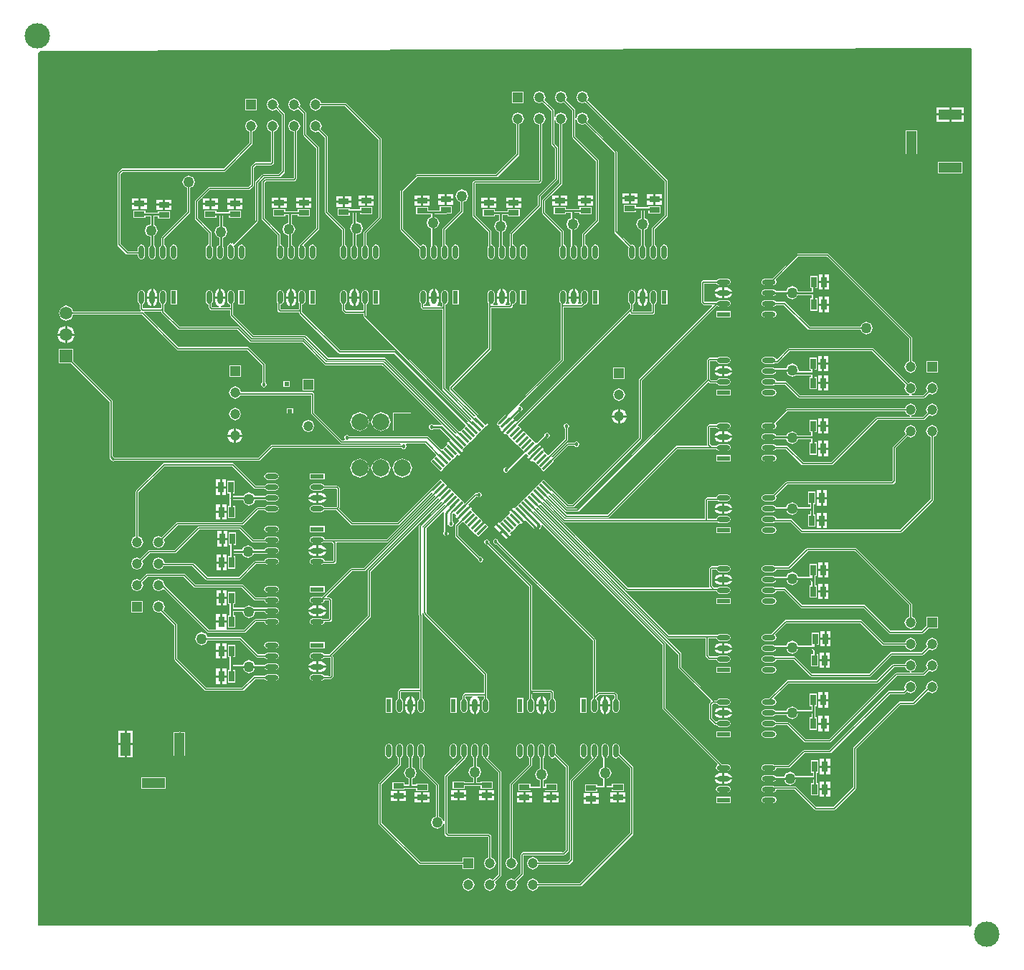
<source format=gtl>
G04*
G04 #@! TF.GenerationSoftware,Altium Limited,Altium Designer,19.1.5 (86)*
G04*
G04 Layer_Physical_Order=1*
G04 Layer_Color=255*
%FSLAX25Y25*%
%MOIN*%
G70*
G01*
G75*
%ADD12C,0.01000*%
%ADD13R,0.05118X0.02756*%
%ADD14R,0.02756X0.05118*%
%ADD15R,0.02362X0.06102*%
%ADD16O,0.02362X0.06102*%
%ADD17R,0.06102X0.02362*%
%ADD18O,0.06102X0.02362*%
G04:AMPARAMS|DCode=19|XSize=9.84mil|YSize=61.02mil|CornerRadius=0mil|HoleSize=0mil|Usage=FLASHONLY|Rotation=225.000|XOffset=0mil|YOffset=0mil|HoleType=Round|Shape=Rectangle|*
%AMROTATEDRECTD19*
4,1,4,-0.01810,0.02506,0.02506,-0.01810,0.01810,-0.02506,-0.02506,0.01810,-0.01810,0.02506,0.0*
%
%ADD19ROTATEDRECTD19*%

G04:AMPARAMS|DCode=20|XSize=9.84mil|YSize=61.02mil|CornerRadius=0mil|HoleSize=0mil|Usage=FLASHONLY|Rotation=135.000|XOffset=0mil|YOffset=0mil|HoleType=Round|Shape=Rectangle|*
%AMROTATEDRECTD20*
4,1,4,0.02506,0.01810,-0.01810,-0.02506,-0.02506,-0.01810,0.01810,0.02506,0.02506,0.01810,0.0*
%
%ADD20ROTATEDRECTD20*%

G04:AMPARAMS|DCode=21|XSize=9.84mil|YSize=61.02mil|CornerRadius=0mil|HoleSize=0mil|Usage=FLASHONLY|Rotation=135.000|XOffset=0mil|YOffset=0mil|HoleType=Round|Shape=Round|*
%AMOVALD21*
21,1,0.05118,0.00984,0.00000,0.00000,225.0*
1,1,0.00984,0.01810,0.01810*
1,1,0.00984,-0.01810,-0.01810*
%
%ADD21OVALD21*%

%ADD22R,0.02362X0.01968*%
%ADD45C,0.00700*%
%ADD46R,0.05906X0.05906*%
%ADD47C,0.05906*%
%ADD48C,0.07874*%
%ADD49R,0.07874X0.07874*%
%ADD50R,0.10630X0.04724*%
%ADD51R,0.04724X0.10630*%
%ADD52R,0.04724X0.04724*%
%ADD53C,0.04724*%
%ADD54R,0.04724X0.04724*%
%ADD55C,0.11811*%
%ADD56C,0.01800*%
%ADD57C,0.05000*%
G36*
X7806Y457500D02*
X6805Y456500D01*
Y50500D01*
X439305D01*
X439806Y50000D01*
X440805Y51000D01*
Y458646D01*
X440451Y458999D01*
X7806Y457500D01*
D02*
G37*
%LPC*%
G36*
X227143Y438662D02*
X232468D01*
Y433338D01*
X227143D01*
Y438662D01*
D02*
G37*
G36*
X239806Y438881D02*
X241843Y438038D01*
X242687Y436000D01*
X242134Y434666D01*
X246441Y430360D01*
X246647Y429862D01*
Y426638D01*
X247147Y426538D01*
X247768Y428038D01*
X249805Y428882D01*
X251843Y428038D01*
X252687Y426000D01*
X251843Y423962D01*
X250509Y423410D01*
Y396000D01*
X250303Y395502D01*
X245395Y390595D01*
X245748Y390240D01*
X246246Y390240D01*
X248805D01*
Y388362D01*
X245746D01*
Y389740D01*
X245746Y390239D01*
X245392Y390592D01*
X242509Y387709D01*
Y382411D01*
X250803Y374117D01*
X251009Y373619D01*
Y367389D01*
X251939Y367004D01*
X252409Y365870D01*
Y362130D01*
X251939Y360996D01*
X250805Y360527D01*
X249672Y360996D01*
X249202Y362130D01*
Y365870D01*
X249602Y366835D01*
Y373328D01*
X241308Y381622D01*
X241102Y382119D01*
Y388000D01*
X241308Y388497D01*
X249102Y396291D01*
Y423410D01*
X247768Y423962D01*
X247147Y425462D01*
X246647Y425362D01*
Y414463D01*
X248303Y412807D01*
X248509Y412309D01*
Y398000D01*
X248303Y397502D01*
X240509Y389709D01*
Y385500D01*
X240303Y385002D01*
X227509Y372209D01*
Y367389D01*
X228439Y367004D01*
X228909Y365870D01*
Y362130D01*
X228439Y360996D01*
X227306Y360527D01*
X226172Y360996D01*
X225702Y362130D01*
Y365870D01*
X226102Y366835D01*
Y372500D01*
X226308Y372997D01*
X239102Y385791D01*
Y390000D01*
X239308Y390497D01*
X247102Y398291D01*
Y412018D01*
X245446Y413674D01*
X245240Y414172D01*
Y429571D01*
X241140Y433671D01*
X239806Y433118D01*
X237768Y433962D01*
X236924Y436000D01*
X237768Y438038D01*
X239806Y438881D01*
D02*
G37*
G36*
X249805D02*
X251843Y438038D01*
X252687Y436000D01*
X252134Y434666D01*
X256303Y430498D01*
X256509Y430000D01*
Y426651D01*
X256760Y426255D01*
X256760D01*
Y426255D01*
X257009Y426205D01*
X257032Y426261D01*
X257768Y428038D01*
X259805Y428882D01*
X261843Y428038D01*
X262687Y426000D01*
X262135Y424666D01*
X275803Y410997D01*
X276009Y410500D01*
Y373661D01*
X282376Y367295D01*
X282805Y367473D01*
X283939Y367004D01*
X284409Y365870D01*
Y362130D01*
X283939Y360996D01*
X282805Y360527D01*
X281672Y360996D01*
X281202Y362130D01*
Y365870D01*
X281381Y366300D01*
X274808Y372873D01*
X274602Y373370D01*
Y410209D01*
X261139Y423671D01*
X259805Y423118D01*
X257768Y423962D01*
X257032Y425739D01*
X257009Y425795D01*
X256760Y425745D01*
Y425745D01*
X256760Y425745D01*
X256509Y425349D01*
Y417791D01*
X267303Y406997D01*
X267509Y406500D01*
Y378619D01*
X267303Y378122D01*
X261009Y371828D01*
Y367389D01*
X261939Y367004D01*
X262409Y365870D01*
Y362130D01*
X261939Y360996D01*
X260806Y360527D01*
X259672Y360996D01*
X259202Y362130D01*
Y365870D01*
X259602Y366835D01*
Y372119D01*
X259808Y372617D01*
X266102Y378911D01*
Y406209D01*
X255308Y417002D01*
X255102Y417500D01*
Y429709D01*
X251139Y433671D01*
X249805Y433118D01*
X247768Y433962D01*
X246924Y436000D01*
X247768Y438038D01*
X249805Y438881D01*
D02*
G37*
G36*
X259805D02*
X261843Y438038D01*
X262687Y436000D01*
X262135Y434666D01*
X299303Y397498D01*
X299509Y397000D01*
Y380869D01*
X299303Y380372D01*
X293509Y374578D01*
Y367182D01*
X293939Y367004D01*
X294409Y365870D01*
Y362130D01*
X293939Y360996D01*
X292806Y360527D01*
X291672Y360996D01*
X291202Y362130D01*
Y365870D01*
X291672Y367004D01*
X292102Y367182D01*
Y374869D01*
X292308Y375367D01*
X298102Y381161D01*
Y396709D01*
X261139Y433671D01*
X259805Y433118D01*
X257768Y433962D01*
X256924Y436000D01*
X257768Y438038D01*
X259805Y438881D01*
D02*
G37*
G36*
X103143Y435162D02*
X108468D01*
Y429838D01*
X103143D01*
Y435162D01*
D02*
G37*
G36*
X115805Y435382D02*
X117843Y434538D01*
X118687Y432500D01*
X118281Y431520D01*
X121303Y428498D01*
X121509Y428000D01*
Y401500D01*
X121303Y401003D01*
X119303Y399003D01*
X118806Y398797D01*
X111768D01*
X109009Y396037D01*
Y378370D01*
X108803Y377873D01*
X98255Y367325D01*
X97907Y367181D01*
X97583Y366657D01*
X97909Y365870D01*
Y362130D01*
X97439Y360996D01*
X96306Y360527D01*
X95172Y360996D01*
X94702Y362130D01*
Y364258D01*
X94602Y364500D01*
Y366370D01*
X94808Y366868D01*
X95761Y367820D01*
X96258Y368026D01*
X96592Y367888D01*
X97158Y368071D01*
X97260Y368320D01*
X107602Y378661D01*
Y396328D01*
X107808Y396826D01*
X110980Y399997D01*
X111477Y400204D01*
X118514D01*
X120102Y401791D01*
Y427709D01*
X117493Y430317D01*
X115805Y429619D01*
X113768Y430462D01*
X112924Y432500D01*
X113768Y434538D01*
X115805Y435382D01*
D02*
G37*
G36*
X125805D02*
X127843Y434538D01*
X128687Y432500D01*
X128427Y431873D01*
X131303Y428998D01*
X131509Y428500D01*
Y418791D01*
X137303Y412997D01*
X137509Y412500D01*
Y374870D01*
X137303Y374373D01*
X130355Y367425D01*
X130439Y367004D01*
X130909Y365870D01*
Y362130D01*
X130439Y360996D01*
X129306Y360527D01*
X128172Y360996D01*
X127702Y362130D01*
Y365870D01*
X128102Y366835D01*
Y366870D01*
X128308Y367368D01*
X136102Y375162D01*
Y412209D01*
X130308Y418003D01*
X130102Y418500D01*
Y428209D01*
X127847Y430463D01*
X127843Y430462D01*
X125805Y429619D01*
X123768Y430462D01*
X122924Y432500D01*
X123768Y434538D01*
X125805Y435382D01*
D02*
G37*
G36*
X135805D02*
X137843Y434538D01*
X138396Y433204D01*
X149805D01*
X150303Y432998D01*
X166303Y416997D01*
X166509Y416500D01*
Y380000D01*
X166303Y379503D01*
X159509Y372709D01*
Y367182D01*
X159939Y367004D01*
X160409Y365870D01*
Y362130D01*
X159939Y360996D01*
X158806Y360527D01*
X157672Y360996D01*
X157202Y362130D01*
Y365870D01*
X157672Y367004D01*
X158102Y367182D01*
Y373000D01*
X158308Y373498D01*
X165102Y380291D01*
Y416209D01*
X149514Y431797D01*
X138396D01*
X137843Y430462D01*
X135805Y429619D01*
X133768Y430462D01*
X132924Y432500D01*
X133768Y434538D01*
X135805Y435382D01*
D02*
G37*
G36*
X424490Y431335D02*
X430305D01*
Y428472D01*
X424490D01*
Y431335D01*
D02*
G37*
G36*
X431306D02*
X437120D01*
Y428472D01*
X431306D01*
Y431335D01*
D02*
G37*
G36*
X424490Y427472D02*
X430305D01*
Y424610D01*
X424490D01*
Y427472D01*
D02*
G37*
G36*
X431306D02*
X437120D01*
Y424610D01*
X431306D01*
Y427472D01*
D02*
G37*
G36*
X135805Y425382D02*
X137843Y424538D01*
X138687Y422500D01*
X138135Y421166D01*
X141303Y417998D01*
X141509Y417500D01*
Y382791D01*
X149303Y374997D01*
X149509Y374500D01*
Y367182D01*
X149939Y367004D01*
X150409Y365870D01*
Y362130D01*
X149939Y360996D01*
X148805Y360527D01*
X147672Y360996D01*
X147202Y362130D01*
Y365870D01*
X147672Y367004D01*
X148102Y367182D01*
Y374209D01*
X140308Y382002D01*
X140102Y382500D01*
Y417209D01*
X137139Y420171D01*
X135805Y419619D01*
X133768Y420462D01*
X132924Y422500D01*
X133768Y424538D01*
X135805Y425382D01*
D02*
G37*
G36*
X410033Y420595D02*
X415357D01*
Y409365D01*
X410033D01*
Y420595D01*
D02*
G37*
G36*
X425190Y405831D02*
X436420D01*
Y400507D01*
X425190D01*
Y405831D01*
D02*
G37*
G36*
X278246Y391240D02*
X281306D01*
Y389362D01*
X278246D01*
Y391240D01*
D02*
G37*
G36*
X282306D02*
X285365D01*
Y389362D01*
X282306D01*
Y391240D01*
D02*
G37*
G36*
X192746Y390740D02*
X195806D01*
Y388862D01*
X192746D01*
Y390740D01*
D02*
G37*
G36*
X289746D02*
X292806D01*
Y388862D01*
X289746D01*
Y390740D01*
D02*
G37*
G36*
X293806D02*
X296865D01*
Y388862D01*
X293806D01*
Y390740D01*
D02*
G37*
G36*
X196806D02*
X199865D01*
Y388862D01*
X196806D01*
Y390740D01*
D02*
G37*
G36*
X155746Y390240D02*
X158806D01*
Y388362D01*
X155746D01*
Y390240D01*
D02*
G37*
G36*
X181746D02*
X184806D01*
Y388362D01*
X181746D01*
Y390240D01*
D02*
G37*
G36*
X257747D02*
X260806D01*
Y388362D01*
X257747D01*
Y390240D01*
D02*
G37*
G36*
X185805D02*
X188865D01*
Y388362D01*
X185805D01*
Y390240D01*
D02*
G37*
G36*
X249805D02*
X252865D01*
Y388362D01*
X249805D01*
Y390240D01*
D02*
G37*
G36*
X261806D02*
X264865D01*
Y388362D01*
X261806D01*
Y390240D01*
D02*
G37*
G36*
X159806D02*
X162865D01*
Y388362D01*
X159806D01*
Y390240D01*
D02*
G37*
G36*
X145247Y389740D02*
X148305D01*
Y387862D01*
X145247D01*
Y389740D01*
D02*
G37*
G36*
X149305D02*
X152365D01*
Y387862D01*
X149305D01*
Y389740D01*
D02*
G37*
G36*
X115246Y389240D02*
X118306D01*
Y387362D01*
X115246D01*
Y389240D01*
D02*
G37*
G36*
X126746D02*
X129806D01*
Y387362D01*
X126746D01*
Y389240D01*
D02*
G37*
G36*
X212747D02*
X215806D01*
Y387362D01*
X212747D01*
Y389240D01*
D02*
G37*
G36*
X224247D02*
X227306D01*
Y387362D01*
X224247D01*
Y389240D01*
D02*
G37*
G36*
X119306D02*
X122365D01*
Y387362D01*
X119306D01*
Y389240D01*
D02*
G37*
G36*
X228306D02*
X231365D01*
Y387362D01*
X228306D01*
Y389240D01*
D02*
G37*
G36*
X130806D02*
X133865D01*
Y387362D01*
X130806D01*
Y389240D01*
D02*
G37*
G36*
X216806D02*
X219865D01*
Y387362D01*
X216806D01*
Y389240D01*
D02*
G37*
G36*
X50246Y388740D02*
X53306D01*
Y386862D01*
X50246D01*
Y388740D01*
D02*
G37*
G36*
X94747D02*
X97806D01*
Y386862D01*
X94747D01*
Y388740D01*
D02*
G37*
G36*
X98805D02*
X101865D01*
Y386862D01*
X98805D01*
Y388740D01*
D02*
G37*
G36*
X54305D02*
X57364D01*
Y386862D01*
X54305D01*
Y388740D01*
D02*
G37*
G36*
X87305D02*
X90364D01*
Y386862D01*
X87305D01*
Y388740D01*
D02*
G37*
G36*
X278246Y388362D02*
X281306D01*
Y386484D01*
X278246D01*
Y388362D01*
D02*
G37*
G36*
X282306D02*
X285365D01*
Y386484D01*
X282306D01*
Y388362D01*
D02*
G37*
G36*
X61747Y388240D02*
X64806D01*
Y386362D01*
X61747D01*
Y388240D01*
D02*
G37*
G36*
X65806D02*
X68865D01*
Y386362D01*
X65806D01*
Y388240D01*
D02*
G37*
G36*
X192746Y387862D02*
X195806D01*
Y385984D01*
X192746D01*
Y387862D01*
D02*
G37*
G36*
X196806D02*
X199865D01*
Y385984D01*
X196806D01*
Y387862D01*
D02*
G37*
G36*
X289746D02*
X292806D01*
Y385984D01*
X289746D01*
Y387862D01*
D02*
G37*
G36*
X293806D02*
X296865D01*
Y385984D01*
X293806D01*
Y387862D01*
D02*
G37*
G36*
X155746Y387362D02*
X158806D01*
Y385484D01*
X155746D01*
Y387362D01*
D02*
G37*
G36*
X159806D02*
X162865D01*
Y385484D01*
X159806D01*
Y387362D01*
D02*
G37*
G36*
X181746D02*
X184806D01*
Y385484D01*
X181746D01*
Y387362D01*
D02*
G37*
G36*
X185805D02*
X188865D01*
Y385484D01*
X185805D01*
Y387362D01*
D02*
G37*
G36*
X245746D02*
X248805D01*
Y385484D01*
X245746D01*
Y387362D01*
D02*
G37*
G36*
X249805D02*
X252865D01*
Y385484D01*
X249805D01*
Y387362D01*
D02*
G37*
G36*
X257747D02*
X260806D01*
Y385484D01*
X257747D01*
Y387362D01*
D02*
G37*
G36*
X261806D02*
X264865D01*
Y385484D01*
X261806D01*
Y387362D01*
D02*
G37*
G36*
X145247Y386862D02*
X148305D01*
Y384984D01*
X145247D01*
Y386862D01*
D02*
G37*
G36*
X149305D02*
X152365D01*
Y384984D01*
X149305D01*
Y386862D01*
D02*
G37*
G36*
X278946Y385816D02*
X284665D01*
Y384754D01*
X290446D01*
Y385316D01*
X296165D01*
Y381960D01*
X290446D01*
Y383022D01*
X288671D01*
Y379672D01*
X289949Y379143D01*
X290836Y377000D01*
X289949Y374857D01*
X288671Y374328D01*
Y367114D01*
X288939Y367004D01*
X289409Y365870D01*
Y362130D01*
X288939Y360996D01*
X287806Y360527D01*
X286672Y360996D01*
X286202Y362130D01*
Y365870D01*
X286672Y367004D01*
X286940Y367114D01*
Y374328D01*
X285663Y374857D01*
X284775Y377000D01*
X285663Y379143D01*
X286940Y379672D01*
Y383022D01*
X284665D01*
Y382460D01*
X278946D01*
Y385816D01*
D02*
G37*
G36*
X115246Y386362D02*
X118306D01*
Y384484D01*
X115246D01*
Y386362D01*
D02*
G37*
G36*
X119306D02*
X122365D01*
Y384484D01*
X119306D01*
Y386362D01*
D02*
G37*
G36*
X126746D02*
X129806D01*
Y384484D01*
X126746D01*
Y386362D01*
D02*
G37*
G36*
X130806D02*
X133865D01*
Y384484D01*
X130806D01*
Y386362D01*
D02*
G37*
G36*
X212747D02*
X215806D01*
Y384484D01*
X212747D01*
Y386362D01*
D02*
G37*
G36*
X216806D02*
X219865D01*
Y384484D01*
X216806D01*
Y386362D01*
D02*
G37*
G36*
X224247D02*
X227306D01*
Y384484D01*
X224247D01*
Y386362D01*
D02*
G37*
G36*
X228306D02*
X231365D01*
Y384484D01*
X228306D01*
Y386362D01*
D02*
G37*
G36*
X246446Y384816D02*
X252165D01*
Y384004D01*
X258447D01*
Y384816D01*
X264165D01*
Y381460D01*
X258447D01*
Y382272D01*
X256171D01*
Y379672D01*
X257449Y379143D01*
X258336Y377000D01*
X257449Y374857D01*
X256171Y374328D01*
Y367322D01*
X256939Y367004D01*
X257409Y365870D01*
Y362130D01*
X256939Y360996D01*
X255805Y360527D01*
X254672Y360996D01*
X254202Y362130D01*
Y365870D01*
X254440Y366443D01*
Y374328D01*
X253163Y374857D01*
X252275Y377000D01*
X253163Y379143D01*
X254440Y379672D01*
Y382272D01*
X252165D01*
Y381460D01*
X246446D01*
Y384816D01*
D02*
G37*
G36*
X50246Y385862D02*
X53306D01*
Y383984D01*
X50246D01*
Y385862D01*
D02*
G37*
G36*
X54305D02*
X57364D01*
Y383984D01*
X54305D01*
Y385862D01*
D02*
G37*
G36*
X83246D02*
X86305D01*
Y383984D01*
X83246D01*
Y385862D01*
D02*
G37*
G36*
X87305D02*
X90364D01*
Y383984D01*
X87305D01*
Y385862D01*
D02*
G37*
G36*
X94747D02*
X97806D01*
Y383984D01*
X94747D01*
Y385862D01*
D02*
G37*
G36*
X98805D02*
X101865D01*
Y383984D01*
X98805D01*
Y385862D01*
D02*
G37*
G36*
X61747Y385362D02*
X64806D01*
Y383484D01*
X61747D01*
Y385362D01*
D02*
G37*
G36*
X65806D02*
X68865D01*
Y383484D01*
X65806D01*
Y385362D01*
D02*
G37*
G36*
X115946Y383816D02*
X121665D01*
Y383004D01*
X127446D01*
Y383816D01*
X133165D01*
Y380460D01*
X127446D01*
Y381272D01*
X124671D01*
Y376965D01*
X125449Y376643D01*
X126336Y374500D01*
X125449Y372357D01*
X124671Y372035D01*
Y367322D01*
X125439Y367004D01*
X125909Y365870D01*
Y362130D01*
X125439Y360996D01*
X124305Y360527D01*
X123172Y360996D01*
X122702Y362130D01*
Y365870D01*
X122940Y366443D01*
Y371621D01*
X121162Y372357D01*
X120275Y374500D01*
X121162Y376643D01*
X122940Y377379D01*
Y381272D01*
X121665D01*
Y380460D01*
X115946D01*
Y383816D01*
D02*
G37*
G36*
X213446D02*
X219165D01*
Y383004D01*
X224946D01*
Y383816D01*
X230665D01*
Y380460D01*
X224946D01*
Y381272D01*
X222671D01*
Y378672D01*
X223949Y378143D01*
X224836Y376000D01*
X223949Y373857D01*
X222671Y373328D01*
Y367322D01*
X223439Y367004D01*
X223909Y365870D01*
Y362130D01*
X223439Y360996D01*
X222305Y360527D01*
X221172Y360996D01*
X220702Y362130D01*
Y365870D01*
X220940Y366443D01*
Y373328D01*
X219662Y373857D01*
X218775Y376000D01*
X219662Y378143D01*
X220940Y378672D01*
Y381272D01*
X219165D01*
Y380460D01*
X213446D01*
Y383816D01*
D02*
G37*
G36*
X83947Y383316D02*
X89665D01*
Y382504D01*
X95446D01*
Y383316D01*
X101164D01*
Y379960D01*
X95446D01*
Y380772D01*
X92671D01*
Y375991D01*
X93949Y375462D01*
X94836Y373319D01*
X93949Y371176D01*
X92671Y370647D01*
Y366443D01*
X92909Y365870D01*
Y362130D01*
X92439Y360996D01*
X91306Y360527D01*
X90172Y360996D01*
X89702Y362130D01*
Y365870D01*
X90172Y367004D01*
X90940Y367322D01*
Y370647D01*
X89662Y371176D01*
X88775Y373319D01*
X89662Y375462D01*
X90940Y375991D01*
Y380772D01*
X89665D01*
Y379960D01*
X83947D01*
Y383316D01*
D02*
G37*
G36*
X50946D02*
X56665D01*
Y382254D01*
X62446D01*
Y382816D01*
X68164D01*
Y379460D01*
X62446D01*
Y380522D01*
X60671D01*
Y376465D01*
X61449Y376143D01*
X62336Y374000D01*
X61449Y371857D01*
X60671Y371535D01*
Y367114D01*
X60939Y367004D01*
X61409Y365870D01*
Y362130D01*
X60939Y360996D01*
X59806Y360527D01*
X58672Y360996D01*
X58202Y362130D01*
Y365870D01*
X58672Y367004D01*
X58940Y367114D01*
Y371121D01*
X57162Y371857D01*
X56275Y374000D01*
X57162Y376143D01*
X58940Y376879D01*
Y380522D01*
X56665D01*
Y379960D01*
X50946D01*
Y383316D01*
D02*
G37*
G36*
X193447Y385316D02*
X199165D01*
Y381960D01*
X196973D01*
X196918Y381825D01*
X196306Y381572D01*
X191171D01*
Y380172D01*
X192448Y379643D01*
X193336Y377500D01*
X192448Y375357D01*
X191171Y374828D01*
Y367322D01*
X191939Y367004D01*
X192409Y365870D01*
Y362130D01*
X191939Y360996D01*
X190805Y360527D01*
X189672Y360996D01*
X189202Y362130D01*
Y365870D01*
X189451Y366471D01*
X189440Y366500D01*
Y374828D01*
X188163Y375357D01*
X187275Y377500D01*
X188163Y379643D01*
X189440Y380172D01*
Y381572D01*
X188165D01*
Y381460D01*
X182447D01*
Y384816D01*
X188165D01*
Y383304D01*
X193447D01*
Y385316D01*
D02*
G37*
G36*
X156447Y384816D02*
X162165D01*
Y381460D01*
X156447D01*
Y382022D01*
X154671D01*
Y378120D01*
X154806Y378031D01*
X156948Y377143D01*
X157836Y375000D01*
X156948Y372857D01*
X154806Y371969D01*
X154671Y371880D01*
Y367114D01*
X154939Y367004D01*
X155409Y365870D01*
Y362130D01*
X154939Y360996D01*
X153805Y360527D01*
X152672Y360996D01*
X152202Y362130D01*
Y365870D01*
X152672Y367004D01*
X152940Y367114D01*
Y372742D01*
X152663Y372857D01*
X151775Y375000D01*
X152663Y377143D01*
X152940Y377258D01*
Y382022D01*
X151665D01*
Y380960D01*
X145947D01*
Y384316D01*
X151665D01*
Y383754D01*
X156447D01*
Y384816D01*
D02*
G37*
G36*
X229805Y428882D02*
X231843Y428038D01*
X232687Y426000D01*
X231843Y423962D01*
X230509Y423410D01*
Y409500D01*
X230303Y409002D01*
X220303Y399003D01*
X219806Y398797D01*
X183097D01*
X176509Y392209D01*
Y374791D01*
X184359Y366941D01*
X184672Y367004D01*
X185805Y367473D01*
X186939Y367004D01*
X187409Y365870D01*
Y362130D01*
X186939Y360996D01*
X185805Y360527D01*
X184672Y360996D01*
X184202Y362130D01*
Y365108D01*
X175308Y374003D01*
X175102Y374500D01*
Y392500D01*
X175308Y392998D01*
X182308Y399997D01*
X182806Y400204D01*
X219514D01*
X229102Y409791D01*
Y423410D01*
X227768Y423962D01*
X226924Y426000D01*
X227768Y428038D01*
X229805Y428882D01*
D02*
G37*
G36*
X105806Y425382D02*
X107843Y424538D01*
X108687Y422500D01*
X107843Y420462D01*
X106509Y419910D01*
Y414500D01*
X106303Y414003D01*
X93803Y401503D01*
X93305Y401297D01*
X46097D01*
X45009Y400209D01*
Y367791D01*
X48597Y364204D01*
X53202D01*
Y365870D01*
X53672Y367004D01*
X54805Y367473D01*
X55939Y367004D01*
X56409Y365870D01*
Y362130D01*
X55939Y360996D01*
X54805Y360527D01*
X53672Y360996D01*
X53202Y362130D01*
Y362796D01*
X48305D01*
X47808Y363002D01*
X43808Y367003D01*
X43602Y367500D01*
Y400500D01*
X43808Y400997D01*
X45308Y402497D01*
X45805Y402704D01*
X93014D01*
X105102Y414791D01*
Y419910D01*
X103768Y420462D01*
X102924Y422500D01*
X103768Y424538D01*
X105806Y425382D01*
D02*
G37*
G36*
X76806Y399531D02*
X78948Y398643D01*
X79836Y396500D01*
X78948Y394357D01*
X77509Y393761D01*
Y382500D01*
X77303Y382002D01*
X65509Y370209D01*
Y367182D01*
X65939Y367004D01*
X66409Y365870D01*
Y362130D01*
X65939Y360996D01*
X64806Y360527D01*
X63672Y360996D01*
X63202Y362130D01*
Y365870D01*
X63672Y367004D01*
X64102Y367182D01*
Y370500D01*
X64308Y370998D01*
X76102Y382791D01*
Y393761D01*
X74663Y394357D01*
X73775Y396500D01*
X74663Y398643D01*
X76806Y399531D01*
D02*
G37*
G36*
X69806Y367473D02*
X70939Y367004D01*
X71409Y365870D01*
Y362130D01*
X70939Y360996D01*
X69806Y360527D01*
X68672Y360996D01*
X68202Y362130D01*
Y365870D01*
X68672Y367004D01*
X69806Y367473D01*
D02*
G37*
G36*
X115805Y425382D02*
X117843Y424538D01*
X118687Y422500D01*
X117843Y420462D01*
X116509Y419910D01*
Y405586D01*
X116303Y405088D01*
X115717Y404502D01*
X115220Y404296D01*
X108097D01*
X107009Y403209D01*
Y395000D01*
X106803Y394502D01*
X105303Y393003D01*
X104806Y392796D01*
X86597D01*
X82895Y389095D01*
X83248Y388740D01*
X83746Y388740D01*
X86305D01*
Y386862D01*
X83246D01*
Y388240D01*
X83246Y388739D01*
X82892Y389091D01*
X81009Y387209D01*
Y379791D01*
X87303Y373498D01*
X87509Y373000D01*
Y366835D01*
X87909Y365870D01*
Y362130D01*
X87439Y360996D01*
X86305Y360527D01*
X85172Y360996D01*
X84702Y362130D01*
Y365870D01*
X85172Y367004D01*
X86102Y367389D01*
Y372709D01*
X79808Y379002D01*
X79602Y379500D01*
Y387500D01*
X79808Y387998D01*
X85808Y393998D01*
X86305Y394203D01*
X104514D01*
X105602Y395291D01*
Y403500D01*
X105808Y403998D01*
X107308Y405498D01*
X107806Y405703D01*
X114928D01*
X115102Y405877D01*
Y419910D01*
X113768Y420462D01*
X112924Y422500D01*
X113768Y424538D01*
X115805Y425382D01*
D02*
G37*
G36*
X101305Y367473D02*
X102439Y367004D01*
X102909Y365870D01*
Y362130D01*
X102439Y360996D01*
X101305Y360527D01*
X100172Y360996D01*
X99702Y362130D01*
Y365870D01*
X100172Y367004D01*
X101305Y367473D01*
D02*
G37*
G36*
X125805Y425382D02*
X127843Y424538D01*
X128687Y422500D01*
X127843Y420462D01*
X127009Y420117D01*
Y398086D01*
X126803Y397588D01*
X126217Y397003D01*
X125720Y396796D01*
X112597D01*
X112009Y396209D01*
Y379791D01*
X119303Y372498D01*
X119509Y372000D01*
Y367389D01*
X120439Y367004D01*
X120909Y365870D01*
Y362130D01*
X120439Y360996D01*
X119306Y360527D01*
X118172Y360996D01*
X117702Y362130D01*
Y365870D01*
X118102Y366835D01*
Y371709D01*
X110808Y379002D01*
X110602Y379500D01*
Y396500D01*
X110808Y396997D01*
X111808Y397997D01*
X112305Y398203D01*
X125428D01*
X125602Y398377D01*
Y419703D01*
X123768Y420462D01*
X122924Y422500D01*
X123768Y424538D01*
X125805Y425382D01*
D02*
G37*
G36*
X134306Y367473D02*
X135439Y367004D01*
X135909Y365870D01*
Y362130D01*
X135439Y360996D01*
X134306Y360527D01*
X133172Y360996D01*
X132702Y362130D01*
Y365870D01*
X133172Y367004D01*
X134306Y367473D01*
D02*
G37*
G36*
X163805D02*
X164939Y367004D01*
X165409Y365870D01*
Y362130D01*
X164939Y360996D01*
X163805Y360527D01*
X162672Y360996D01*
X162202Y362130D01*
Y365870D01*
X162672Y367004D01*
X163805Y367473D01*
D02*
G37*
G36*
X203805Y393031D02*
X205948Y392143D01*
X206836Y390000D01*
X205948Y387857D01*
X204509Y387261D01*
Y383000D01*
X204303Y382503D01*
X196009Y374209D01*
Y367389D01*
X196939Y367004D01*
X197409Y365870D01*
Y362130D01*
X196939Y360996D01*
X195806Y360527D01*
X194672Y360996D01*
X194202Y362130D01*
Y365870D01*
X194602Y366835D01*
Y374500D01*
X194808Y374997D01*
X203102Y383291D01*
Y387261D01*
X201662Y387857D01*
X200775Y390000D01*
X201662Y392143D01*
X203805Y393031D01*
D02*
G37*
G36*
X200805Y367473D02*
X201939Y367004D01*
X202409Y365870D01*
Y362130D01*
X201939Y360996D01*
X200805Y360527D01*
X199672Y360996D01*
X199202Y362130D01*
Y365870D01*
X199672Y367004D01*
X200805Y367473D01*
D02*
G37*
G36*
X239806Y428882D02*
X241843Y428038D01*
X242687Y426000D01*
X241843Y423962D01*
X241009Y423617D01*
Y397086D01*
X240803Y396588D01*
X240217Y396003D01*
X239720Y395796D01*
X210183D01*
X210009Y395623D01*
Y381161D01*
X217303Y373867D01*
X217509Y373369D01*
Y367389D01*
X218439Y367004D01*
X218909Y365870D01*
Y362130D01*
X218439Y360996D01*
X217305Y360527D01*
X216172Y360996D01*
X215702Y362130D01*
Y365870D01*
X216102Y366835D01*
Y373078D01*
X208808Y380372D01*
X208602Y380869D01*
Y395914D01*
X208808Y396412D01*
X209394Y396997D01*
X209891Y397203D01*
X239428D01*
X239602Y397377D01*
Y423203D01*
X237768Y423962D01*
X236924Y426000D01*
X237768Y428038D01*
X239806Y428882D01*
D02*
G37*
G36*
X232306Y367473D02*
X233439Y367004D01*
X233909Y365870D01*
Y362130D01*
X233439Y360996D01*
X232306Y360527D01*
X231172Y360996D01*
X230702Y362130D01*
Y365870D01*
X231172Y367004D01*
X232306Y367473D01*
D02*
G37*
G36*
X265806D02*
X266939Y367004D01*
X267409Y365870D01*
Y362130D01*
X266939Y360996D01*
X265806Y360527D01*
X264672Y360996D01*
X264202Y362130D01*
Y365870D01*
X264672Y367004D01*
X265806Y367473D01*
D02*
G37*
G36*
X297806D02*
X298939Y367004D01*
X299409Y365870D01*
Y362130D01*
X298939Y360996D01*
X297806Y360527D01*
X296672Y360996D01*
X296202Y362130D01*
Y365870D01*
X296672Y367004D01*
X297806Y367473D01*
D02*
G37*
G36*
X369652Y353559D02*
X371530D01*
Y350500D01*
X369652D01*
Y353559D01*
D02*
G37*
G36*
X372530D02*
X374408D01*
Y350500D01*
X372530D01*
Y353559D01*
D02*
G37*
G36*
X359805Y363204D02*
X373805D01*
X374303Y362998D01*
X412803Y324498D01*
X413009Y324000D01*
Y313090D01*
X414343Y312538D01*
X415187Y310500D01*
X414343Y308462D01*
X412305Y307618D01*
X410268Y308462D01*
X409424Y310500D01*
X410268Y312538D01*
X411602Y313090D01*
Y323709D01*
X373514Y361796D01*
X360097D01*
X349547Y351246D01*
X349569Y351134D01*
X350039Y350000D01*
X349569Y348866D01*
X348435Y348397D01*
X344695D01*
X343562Y348866D01*
X343092Y350000D01*
X343562Y351134D01*
X344695Y351603D01*
X347914D01*
X359308Y362998D01*
X359805Y363204D01*
D02*
G37*
G36*
X369652Y349500D02*
X371530D01*
Y346441D01*
X369652D01*
Y349500D01*
D02*
G37*
G36*
X372530D02*
X374408D01*
Y346441D01*
X372530D01*
Y349500D01*
D02*
G37*
G36*
X323435Y347361D02*
X324805D01*
Y345500D01*
X321282D01*
X321766Y346669D01*
X323435Y347361D01*
D02*
G37*
G36*
X325805D02*
X327176D01*
X328845Y346669D01*
X329329Y345500D01*
X325805D01*
Y347361D01*
D02*
G37*
G36*
X365628Y352859D02*
X368984D01*
Y347141D01*
X368171D01*
Y342359D01*
X368984D01*
Y336641D01*
X365628D01*
Y342359D01*
X366440D01*
Y343884D01*
X359874D01*
X359449Y342857D01*
X357306Y341969D01*
X355163Y342857D01*
X354633Y344134D01*
X349680D01*
X349569Y343866D01*
X348435Y343397D01*
X344695D01*
X343562Y343866D01*
X343092Y345000D01*
X343562Y346134D01*
X344695Y346603D01*
X348435D01*
X349569Y346134D01*
X349680Y345866D01*
X354633D01*
X355163Y347143D01*
X357306Y348031D01*
X359449Y347143D01*
X360081Y345616D01*
X366440D01*
Y347141D01*
X365628D01*
Y352859D01*
D02*
G37*
G36*
X59306Y346764D02*
Y343240D01*
X57445D01*
Y344610D01*
X58136Y346280D01*
X59306Y346764D01*
D02*
G37*
G36*
X90806D02*
Y343240D01*
X88945D01*
Y344610D01*
X89636Y346280D01*
X90806Y346764D01*
D02*
G37*
G36*
X123805D02*
Y343240D01*
X121945D01*
Y344610D01*
X122636Y346280D01*
X123805Y346764D01*
D02*
G37*
G36*
X153305D02*
Y343240D01*
X151445D01*
Y344610D01*
X152136Y346280D01*
X153305Y346764D01*
D02*
G37*
G36*
X190305D02*
Y343240D01*
X188445D01*
Y344610D01*
X189136Y346280D01*
X190305Y346764D01*
D02*
G37*
G36*
X221806D02*
Y343240D01*
X219945D01*
Y344610D01*
X220636Y346280D01*
X221806Y346764D01*
D02*
G37*
G36*
X255306D02*
Y343240D01*
X253445D01*
Y344610D01*
X254136Y346280D01*
X255306Y346764D01*
D02*
G37*
G36*
X287305D02*
Y343240D01*
X285445D01*
Y344610D01*
X286136Y346280D01*
X287305Y346764D01*
D02*
G37*
G36*
X154306D02*
X155475Y346280D01*
X156166Y344610D01*
Y343240D01*
X154306D01*
Y346764D01*
D02*
G37*
G36*
X191305D02*
X192475Y346280D01*
X193166Y344610D01*
Y343240D01*
X191305D01*
Y346764D01*
D02*
G37*
G36*
X124805D02*
X125975Y346280D01*
X126666Y344610D01*
Y343240D01*
X124805D01*
Y346764D01*
D02*
G37*
G36*
X222806D02*
X223975Y346280D01*
X224666Y344610D01*
Y343240D01*
X222806D01*
Y346764D01*
D02*
G37*
G36*
X256306D02*
X257475Y346280D01*
X258166Y344610D01*
Y343240D01*
X256306D01*
Y346764D01*
D02*
G37*
G36*
X60306D02*
X61475Y346280D01*
X62166Y344610D01*
Y343240D01*
X60306D01*
Y346764D01*
D02*
G37*
G36*
X91805D02*
X92975Y346280D01*
X93666Y344610D01*
Y343240D01*
X91805D01*
Y346764D01*
D02*
G37*
G36*
X288305D02*
X289475Y346280D01*
X290166Y344610D01*
Y343240D01*
X288305D01*
Y346764D01*
D02*
G37*
G36*
X321282Y344500D02*
X324805D01*
Y342639D01*
X323435D01*
X321766Y343331D01*
X321282Y344500D01*
D02*
G37*
G36*
X325805D02*
X329329D01*
X328845Y343331D01*
X327176Y342639D01*
X325805D01*
Y344500D01*
D02*
G37*
G36*
X323435Y351603D02*
X327176D01*
X328309Y351134D01*
X328779Y350000D01*
X328309Y348866D01*
X327176Y348397D01*
X323435D01*
X322302Y348866D01*
X322124Y349296D01*
X316509D01*
Y340877D01*
X316683Y340704D01*
X322124D01*
X322302Y341134D01*
X323435Y341603D01*
X327176D01*
X328309Y341134D01*
X328779Y340000D01*
X328309Y338866D01*
X327176Y338397D01*
X323435D01*
X322302Y338866D01*
X322189Y338889D01*
X287345Y304044D01*
Y277164D01*
X287139Y276667D01*
X255803Y245331D01*
X255306Y245125D01*
X253168D01*
X252671Y245331D01*
X245865Y252137D01*
X245771Y252099D01*
X245649Y251514D01*
X252631Y244532D01*
X257261D01*
X317602Y304873D01*
Y313414D01*
X317808Y313912D01*
X318394Y314497D01*
X318891Y314703D01*
X322471D01*
X323435Y315103D01*
X327176D01*
X328309Y314634D01*
X328779Y313500D01*
X328309Y312366D01*
X327176Y311897D01*
X323435D01*
X322302Y312366D01*
X321917Y313297D01*
X319183D01*
X319009Y313123D01*
Y304873D01*
X319678Y304204D01*
X322124D01*
X322302Y304634D01*
X323435Y305103D01*
X327176D01*
X328309Y304634D01*
X328779Y303500D01*
X328309Y302366D01*
X327176Y301897D01*
X323435D01*
X322302Y302366D01*
X322124Y302797D01*
X319387D01*
X318889Y303003D01*
X318305Y303587D01*
X258050Y243331D01*
X257552Y243125D01*
X252340D01*
X251842Y243331D01*
X244450Y250723D01*
X244350Y250692D01*
X244208Y250127D01*
X252631Y241704D01*
X271330D01*
X303124Y273498D01*
X303621Y273704D01*
X317316D01*
X317650Y274204D01*
X317602Y274319D01*
Y282414D01*
X317808Y282912D01*
X318394Y283498D01*
X318891Y283703D01*
X322124D01*
X322302Y284134D01*
X323435Y284603D01*
X327176D01*
X328309Y284134D01*
X328779Y283000D01*
X328309Y281866D01*
X327176Y281397D01*
X323435D01*
X322302Y281866D01*
X322124Y282296D01*
X319183D01*
X319009Y282123D01*
Y274610D01*
X319916Y273704D01*
X322124D01*
X322302Y274134D01*
X323435Y274603D01*
X327176D01*
X328309Y274134D01*
X328779Y273000D01*
X328309Y271866D01*
X327176Y271397D01*
X323435D01*
X322302Y271866D01*
X322124Y272297D01*
X303913D01*
X272119Y240503D01*
X271621Y240297D01*
X252340D01*
X251842Y240503D01*
X243039Y249305D01*
X242931Y249282D01*
X242769Y248738D01*
X251802Y239703D01*
X316602D01*
Y248414D01*
X316808Y248912D01*
X317394Y249498D01*
X317891Y249704D01*
X321917D01*
X322302Y250634D01*
X323435Y251103D01*
X327176D01*
X328309Y250634D01*
X328779Y249500D01*
X328309Y248366D01*
X327176Y247897D01*
X323435D01*
X322471Y248296D01*
X318183D01*
X318009Y248123D01*
Y239877D01*
X318183Y239703D01*
X321917D01*
X322302Y240634D01*
X323435Y241103D01*
X327176D01*
X328309Y240634D01*
X328779Y239500D01*
X328309Y238366D01*
X327176Y237897D01*
X323435D01*
X322471Y238297D01*
X251511D01*
X251014Y238503D01*
X241625Y247891D01*
X241509Y247876D01*
X241329Y247348D01*
X280974Y207703D01*
X318454D01*
X318649Y207998D01*
X318725Y208204D01*
X318602Y208500D01*
Y216414D01*
X318808Y216912D01*
X319394Y217497D01*
X319891Y217704D01*
X322471D01*
X323435Y218103D01*
X327176D01*
X328309Y217634D01*
X328779Y216500D01*
X328309Y215366D01*
X327176Y214897D01*
X323435D01*
X322302Y215366D01*
X321917Y216297D01*
X320183D01*
X320009Y216123D01*
Y208791D01*
X321097Y207703D01*
X322471D01*
X323435Y208103D01*
X327176D01*
X328309Y207634D01*
X328779Y206500D01*
X328309Y205366D01*
X327176Y204897D01*
X323435D01*
X322302Y205366D01*
X321917Y206296D01*
X280683D01*
X280185Y206503D01*
X240258Y246430D01*
X239978Y246367D01*
X239869Y245981D01*
X300146Y185704D01*
X322471D01*
X323435Y186103D01*
X327176D01*
X328309Y185634D01*
X328779Y184500D01*
X328309Y183366D01*
X327176Y182897D01*
X323435D01*
X322302Y183366D01*
X321917Y184297D01*
X318597D01*
X318423Y184123D01*
Y176377D01*
X319097Y175704D01*
X322471D01*
X323435Y176103D01*
X327176D01*
X328309Y175634D01*
X328779Y174500D01*
X328309Y173366D01*
X327176Y172897D01*
X323435D01*
X322302Y173366D01*
X321917Y174296D01*
X318806D01*
X318308Y174503D01*
X317222Y175588D01*
X317016Y176086D01*
Y184297D01*
X299854D01*
X299357Y184502D01*
X238916Y244943D01*
X238390Y244762D01*
X238376Y244645D01*
X305663Y177358D01*
X305869Y176860D01*
Y170931D01*
X321553Y155247D01*
X321571Y155203D01*
X322124D01*
X322302Y155634D01*
X323435Y156103D01*
X327176D01*
X328309Y155634D01*
X328779Y154500D01*
X328309Y153366D01*
X327176Y152897D01*
X323435D01*
X322302Y153366D01*
X322124Y153797D01*
X320597D01*
X320009Y153209D01*
Y147291D01*
X321733Y145567D01*
X322302Y145634D01*
X323435Y146103D01*
X327176D01*
X328309Y145634D01*
X328779Y144500D01*
X328309Y143366D01*
X327176Y142897D01*
X323435D01*
X322302Y143366D01*
X322124Y143797D01*
X321806D01*
X321308Y144002D01*
X318808Y146502D01*
X318602Y147000D01*
Y153500D01*
X318808Y153998D01*
X319457Y154646D01*
X319458Y155352D01*
X304668Y170142D01*
X304462Y170640D01*
Y176569D01*
X237527Y243503D01*
X236986Y243338D01*
X236964Y243228D01*
X298242Y181951D01*
X298448Y181453D01*
Y151853D01*
X324697Y125603D01*
X327176D01*
X328309Y125134D01*
X328779Y124000D01*
X328309Y122866D01*
X327176Y122397D01*
X323435D01*
X322302Y122866D01*
X321832Y124000D01*
X322302Y125134D01*
X322505Y125218D01*
X322602Y125708D01*
X297247Y151064D01*
X297041Y151561D01*
Y181162D01*
X241019Y237183D01*
X240595Y236900D01*
X240671Y236716D01*
Y236500D01*
X240580Y236280D01*
X240669Y236065D01*
X240289Y235147D01*
X239371Y234766D01*
X239156Y234855D01*
X238936Y234764D01*
X238107D01*
X237495Y235018D01*
X233285Y239228D01*
X232859Y238802D01*
X229995Y241666D01*
X227130Y244531D01*
X227832Y245233D01*
X228077Y244988D01*
X228576D01*
X229223Y245635D01*
X229495Y245906D01*
X230534Y246945D01*
X230615Y247026D01*
X230887Y247298D01*
X230969Y247380D01*
X231926Y248337D01*
X232007Y248418D01*
X232279Y248690D01*
X232361Y248772D01*
X233317Y249728D01*
X233399Y249810D01*
X233671Y250082D01*
X233753Y250164D01*
X234709Y251120D01*
X234791Y251202D01*
X235063Y251474D01*
X235145Y251556D01*
X236101Y252512D01*
X236183Y252594D01*
X236455Y252866D01*
X236537Y252948D01*
X237493Y253904D01*
X237575Y253986D01*
X237847Y254258D01*
X237929Y254340D01*
X238885Y255296D01*
X238967Y255378D01*
X239239Y255650D01*
X239321Y255732D01*
X240277Y256688D01*
X240359Y256770D01*
X240631Y257042D01*
X241751Y258162D01*
X244924Y254989D01*
X245058Y254934D01*
X253459Y246532D01*
X255014D01*
X285938Y277456D01*
Y304336D01*
X286144Y304833D01*
X320145Y338835D01*
X319954Y339297D01*
X316391D01*
X315894Y339503D01*
X315308Y340088D01*
X315102Y340586D01*
Y349914D01*
X315308Y350412D01*
X315394Y350498D01*
X315891Y350704D01*
X322124D01*
X322302Y351134D01*
X323435Y351603D01*
D02*
G37*
G36*
X369652Y343059D02*
X371530D01*
Y340000D01*
X369652D01*
Y343059D01*
D02*
G37*
G36*
X372530D02*
X374408D01*
Y340000D01*
X372530D01*
Y343059D01*
D02*
G37*
G36*
X250805Y346213D02*
X251939Y345744D01*
X252409Y344610D01*
Y340870D01*
X252133Y340204D01*
X252467Y339703D01*
X253478D01*
X253756Y340119D01*
X253445Y340870D01*
Y342240D01*
X255805D01*
Y342740D01*
D01*
Y342240D01*
X258166D01*
Y340870D01*
X257855Y340119D01*
X258133Y339703D01*
X259014D01*
X259489Y340178D01*
X259202Y340870D01*
Y344610D01*
X259672Y345744D01*
X260806Y346213D01*
X261939Y345744D01*
X262409Y344610D01*
Y340870D01*
X261939Y339737D01*
X260806Y339267D01*
X260637Y339337D01*
X259803Y338503D01*
X259306Y338297D01*
X251009D01*
Y313552D01*
X250803Y313054D01*
X230436Y292687D01*
X230719Y292263D01*
X230805Y292299D01*
X231724Y291918D01*
X232104Y291000D01*
X231724Y290082D01*
X230805Y289701D01*
X230694Y289748D01*
X227550Y286604D01*
X227976Y286178D01*
X225112Y283313D01*
X222247Y280449D01*
X221546Y281150D01*
X222041Y281645D01*
X221144Y282542D01*
X221324Y282723D01*
X221041Y283147D01*
X220872Y283077D01*
X220266Y283328D01*
X220014Y283934D01*
X220266Y284540D01*
X223885Y288159D01*
X223942Y288183D01*
X249602Y313843D01*
Y339586D01*
Y339905D01*
X249202Y340870D01*
Y344610D01*
X249672Y345744D01*
X250805Y346213D01*
D02*
G37*
G36*
X68324Y346091D02*
X71287D01*
Y339389D01*
X68324D01*
Y346091D01*
D02*
G37*
G36*
X99824D02*
X102787D01*
Y339389D01*
X99824D01*
Y346091D01*
D02*
G37*
G36*
X132824D02*
X135787D01*
Y339389D01*
X132824D01*
Y346091D01*
D02*
G37*
G36*
X162324D02*
X165287D01*
Y339389D01*
X162324D01*
Y346091D01*
D02*
G37*
G36*
X199324D02*
X202287D01*
Y339389D01*
X199324D01*
Y346091D01*
D02*
G37*
G36*
X230824D02*
X233787D01*
Y339389D01*
X230824D01*
Y346091D01*
D02*
G37*
G36*
X264324D02*
X267287D01*
Y339389D01*
X264324D01*
Y346091D01*
D02*
G37*
G36*
X296324D02*
X299287D01*
Y339389D01*
X296324D01*
Y346091D01*
D02*
G37*
G36*
X57445Y342240D02*
X59306D01*
Y338716D01*
X58136Y339201D01*
X57445Y340870D01*
Y342240D01*
D02*
G37*
G36*
X285445D02*
X287305D01*
Y338716D01*
X286136Y339201D01*
X285445Y340870D01*
Y342240D01*
D02*
G37*
G36*
X121945D02*
X123805D01*
Y338716D01*
X122636Y339201D01*
X121945Y340870D01*
Y342240D01*
D02*
G37*
G36*
X151445D02*
X153305D01*
Y338716D01*
X152136Y339201D01*
X151445Y340870D01*
Y342240D01*
D02*
G37*
G36*
X124805D02*
X126666D01*
Y340870D01*
X125975Y339201D01*
X124805Y338716D01*
Y342240D01*
D02*
G37*
G36*
X154306D02*
X156166D01*
Y340870D01*
X155475Y339201D01*
X154306Y338716D01*
Y342240D01*
D02*
G37*
G36*
X60306D02*
X62166D01*
Y340870D01*
X61475Y339201D01*
X60306Y338716D01*
Y342240D01*
D02*
G37*
G36*
X288305D02*
X290166D01*
Y340870D01*
X289475Y339201D01*
X288305Y338716D01*
Y342240D01*
D02*
G37*
G36*
X344695Y341603D02*
X348435D01*
X349569Y341134D01*
X349747Y340704D01*
X353805D01*
X354303Y340497D01*
X365597Y329204D01*
X389066D01*
X389663Y330643D01*
X391806Y331531D01*
X393949Y330643D01*
X394836Y328500D01*
X393949Y326357D01*
X391806Y325469D01*
X389663Y326357D01*
X389066Y327797D01*
X365305D01*
X364808Y328003D01*
X353514Y339297D01*
X349747D01*
X349569Y338866D01*
X348435Y338397D01*
X344695D01*
X343562Y338866D01*
X343092Y340000D01*
X343562Y341134D01*
X344695Y341603D01*
D02*
G37*
G36*
X54805Y346213D02*
X55939Y345744D01*
X56409Y344610D01*
Y340870D01*
X55939Y339737D01*
X55509Y339558D01*
Y337877D01*
X55683Y337703D01*
X63928D01*
X64102Y337877D01*
Y339558D01*
X63672Y339737D01*
X63202Y340870D01*
Y344610D01*
X63672Y345744D01*
X64806Y346213D01*
X65939Y345744D01*
X66409Y344610D01*
Y340870D01*
X65939Y339737D01*
X65509Y339558D01*
Y336291D01*
X72597Y329204D01*
X99805D01*
X100303Y328997D01*
X106097Y323203D01*
X129977D01*
X130475Y322997D01*
X140769Y312703D01*
X167153D01*
X167650Y312497D01*
X200995Y279153D01*
X201101Y279178D01*
X201257Y279729D01*
X167690Y313297D01*
X141305D01*
X140808Y313503D01*
X130514Y323797D01*
X106806D01*
X106308Y324003D01*
X96308Y334002D01*
X96102Y334500D01*
Y336711D01*
X95391D01*
X95184Y336796D01*
X87391D01*
X86894Y337002D01*
X86308Y337588D01*
X86102Y338086D01*
Y339351D01*
X85172Y339737D01*
X84702Y340870D01*
Y344610D01*
X85172Y345744D01*
X86305Y346213D01*
X87439Y345744D01*
X87909Y344610D01*
Y340870D01*
X87509Y339905D01*
Y338377D01*
X87683Y338204D01*
X90737D01*
X90837Y338703D01*
X89636Y339201D01*
X88945Y340870D01*
Y342240D01*
X91306D01*
X93666D01*
Y340870D01*
X92975Y339201D01*
X91774Y338703D01*
X91874Y338204D01*
X95306D01*
X95513Y338118D01*
X95928D01*
X96102Y338291D01*
Y339351D01*
X95172Y339737D01*
X94702Y340870D01*
Y344610D01*
X95172Y345744D01*
X96306Y346213D01*
X97439Y345744D01*
X97909Y344610D01*
Y340870D01*
X97509Y339905D01*
Y334791D01*
X107097Y325203D01*
X130806D01*
X131303Y324997D01*
X141597Y314703D01*
X167981D01*
X168479Y314497D01*
X202521Y280455D01*
X203021D01*
X203160Y280593D01*
X203241Y280675D01*
X204198Y281632D01*
X204280Y281714D01*
X204552Y281985D01*
X204633Y282067D01*
X205443Y282877D01*
X205495Y283532D01*
X172372Y316655D01*
X146947D01*
X146450Y316861D01*
X128308Y335002D01*
X128102Y335500D01*
Y335796D01*
X119306D01*
X118808Y336002D01*
X118222Y336588D01*
X118016Y337086D01*
Y337914D01*
X118102Y338121D01*
Y339905D01*
X117702Y340870D01*
Y344610D01*
X118172Y345744D01*
X119306Y346213D01*
X120439Y345744D01*
X120909Y344610D01*
Y340870D01*
X120439Y339737D01*
X119509Y339351D01*
Y338000D01*
X119423Y337793D01*
Y337377D01*
X119597Y337204D01*
X127928D01*
X128102Y337377D01*
Y339905D01*
X127702Y340870D01*
Y344610D01*
X128172Y345744D01*
X129306Y346213D01*
X130439Y345744D01*
X130909Y344610D01*
Y340870D01*
X130439Y339737D01*
X129509Y339351D01*
Y335791D01*
X147239Y318062D01*
X172664D01*
X173161Y317856D01*
X206387Y284630D01*
X206484Y284665D01*
X206613Y285243D01*
X158308Y333547D01*
X158102Y334045D01*
Y335297D01*
X149805D01*
X149308Y335503D01*
X148308Y336503D01*
X148102Y337000D01*
Y339558D01*
X147672Y339737D01*
X147202Y340870D01*
Y344610D01*
X147672Y345744D01*
X148805Y346213D01*
X149939Y345744D01*
X150409Y344610D01*
Y340870D01*
X149939Y339737D01*
X149509Y339558D01*
Y337291D01*
X150097Y336703D01*
X157928D01*
X158102Y336877D01*
Y339558D01*
X157672Y339737D01*
X157202Y340870D01*
Y344610D01*
X157672Y345744D01*
X158806Y346213D01*
X159939Y345744D01*
X160409Y344610D01*
Y340870D01*
X159939Y339737D01*
X159509Y339558D01*
Y336586D01*
Y334336D01*
X207862Y285983D01*
X208057Y286046D01*
X208194Y286616D01*
X194808Y300003D01*
X194602Y300500D01*
Y337211D01*
X193891D01*
X193684Y337297D01*
X185891D01*
X185394Y337503D01*
X184808Y338088D01*
X184602Y338586D01*
Y339905D01*
X184202Y340870D01*
Y344610D01*
X184672Y345744D01*
X185805Y346213D01*
X186939Y345744D01*
X187409Y344610D01*
Y340870D01*
X186939Y339737D01*
X186009Y339351D01*
Y338877D01*
X186183Y338703D01*
X189055D01*
X189153Y339194D01*
X189136Y339201D01*
X188445Y340870D01*
Y342240D01*
X190805D01*
X193166D01*
Y340870D01*
X192475Y339201D01*
X192458Y339194D01*
X192556Y338703D01*
X193806D01*
X194013Y338618D01*
X194428D01*
X194602Y338791D01*
Y339905D01*
X194202Y340870D01*
Y344610D01*
X194672Y345744D01*
X195806Y346213D01*
X196939Y345744D01*
X197409Y344610D01*
Y340870D01*
X196939Y339737D01*
X196009Y339351D01*
Y338500D01*
Y300791D01*
X209398Y287403D01*
X209870Y287453D01*
X209900Y287962D01*
X205296Y292567D01*
X205207Y292603D01*
X198222Y299588D01*
X198016Y300086D01*
Y300914D01*
X198222Y301412D01*
X216102Y319291D01*
Y338586D01*
Y339905D01*
X215702Y340870D01*
Y344610D01*
X216172Y345744D01*
X217305Y346213D01*
X218439Y345744D01*
X218909Y344610D01*
Y340870D01*
X218439Y339737D01*
X218359Y339703D01*
X218459Y339204D01*
X220185D01*
X220463Y339619D01*
X219945Y340870D01*
Y342240D01*
X222305D01*
X224666D01*
Y340870D01*
X224148Y339619D01*
X224426Y339204D01*
X225928D01*
X226102Y339377D01*
Y339905D01*
X225702Y340870D01*
Y344610D01*
X226172Y345744D01*
X227306Y346213D01*
X228439Y345744D01*
X228909Y344610D01*
Y340870D01*
X228439Y339737D01*
X227509Y339351D01*
Y339086D01*
X227303Y338588D01*
X226717Y338002D01*
X226220Y337796D01*
X217509D01*
Y319000D01*
X217303Y318502D01*
X199423Y300623D01*
Y300377D01*
X206166Y293635D01*
X206254Y293598D01*
X211209Y288643D01*
X211240Y288673D01*
X215979Y283934D01*
X214941Y282896D01*
X214859Y282814D01*
X214587Y282542D01*
X214505Y282460D01*
X213548Y281504D01*
X213467Y281422D01*
X213195Y281150D01*
X213113Y281068D01*
X212157Y280112D01*
X212075Y280030D01*
X211803Y279758D01*
X211721Y279676D01*
X210765Y278720D01*
X210683Y278638D01*
X210411Y278366D01*
X210329Y278284D01*
X209373Y277328D01*
X209291Y277246D01*
X209019Y276974D01*
X208937Y276892D01*
X207981Y275936D01*
X207899Y275854D01*
X207627Y275582D01*
X207545Y275501D01*
X206589Y274544D01*
X206235Y274190D01*
X206153Y274109D01*
X205197Y273152D01*
X205115Y273070D01*
X204843Y272798D01*
X204762Y272717D01*
X203946Y271902D01*
X204441Y271407D01*
X203740Y270705D01*
X200875Y273570D01*
X198011Y276434D01*
X198437Y276860D01*
X193663Y281634D01*
X190746D01*
X190724Y281582D01*
X189805Y281201D01*
X188887Y281582D01*
X188507Y282500D01*
X188887Y283418D01*
X189805Y283799D01*
X190724Y283418D01*
X190746Y283366D01*
X194022D01*
X194130Y283321D01*
X194413Y283745D01*
X166861Y311297D01*
X140477D01*
X139980Y311503D01*
X129686Y321796D01*
X105806D01*
X105308Y322003D01*
X99514Y327797D01*
X72306D01*
X71808Y328003D01*
X64308Y335503D01*
X64102Y336000D01*
Y336297D01*
X56211D01*
X56004Y335796D01*
X72097Y319704D01*
X104306D01*
X104803Y319497D01*
X112303Y311998D01*
X112509Y311500D01*
Y303299D01*
X112724Y303210D01*
X113104Y302291D01*
X112724Y301373D01*
X111805Y300992D01*
X110887Y301373D01*
X110507Y302291D01*
X110887Y303210D01*
X111102Y303299D01*
Y311209D01*
X104014Y318297D01*
X71806D01*
X71308Y318502D01*
X55014Y334797D01*
X23035D01*
X22295Y333010D01*
X19805Y331979D01*
X17316Y333010D01*
X16285Y335500D01*
X17316Y337990D01*
X19805Y339021D01*
X22295Y337990D01*
X23035Y336204D01*
X54486D01*
X54693Y336703D01*
X54308Y337088D01*
X54102Y337586D01*
Y339558D01*
X53672Y339737D01*
X53202Y340870D01*
Y344610D01*
X53672Y345744D01*
X54805Y346213D01*
D02*
G37*
G36*
X282805D02*
X283939Y345744D01*
X284409Y344610D01*
Y340870D01*
X283939Y339737D01*
X283509Y339558D01*
Y337527D01*
X283303Y337030D01*
X283009Y336736D01*
Y336377D01*
X283183Y336204D01*
X292014D01*
X292102Y336291D01*
Y339558D01*
X291672Y339737D01*
X291202Y340870D01*
Y344610D01*
X291672Y345744D01*
X292806Y346213D01*
X293939Y345744D01*
X294409Y344610D01*
Y340870D01*
X293939Y339737D01*
X293509Y339558D01*
Y336000D01*
X293303Y335503D01*
X292803Y335002D01*
X292305Y334797D01*
X282891D01*
X282394Y335002D01*
X281835Y335562D01*
X229751Y283478D01*
X230059Y283106D01*
X230140Y283024D01*
X231097Y282067D01*
X231179Y281985D01*
X231451Y281714D01*
X231532Y281632D01*
X232489Y280675D01*
X232571Y280593D01*
X232842Y280322D01*
X232924Y280240D01*
X233881Y279283D01*
X233963Y279202D01*
X234234Y278930D01*
X234316Y278848D01*
X235273Y277891D01*
X235355Y277810D01*
X235626Y277538D01*
X235708Y277456D01*
X236665Y276499D01*
X236747Y276418D01*
X237018Y276146D01*
X237100Y276064D01*
X238004Y275160D01*
X238139Y275026D01*
X238621Y275069D01*
X242020Y278468D01*
X242007Y278500D01*
X242387Y279418D01*
X243305Y279799D01*
X244224Y279418D01*
X244604Y278500D01*
X244224Y277582D01*
X243305Y277201D01*
X243232Y277231D01*
X240078Y274077D01*
X240504Y273650D01*
X237639Y270786D01*
X234774Y267921D01*
X234073Y268623D01*
X234568Y269118D01*
X233753Y269933D01*
X233684Y270001D01*
X233298Y270322D01*
X225567Y262591D01*
X225604Y262500D01*
X225224Y261582D01*
X224306Y261201D01*
X223387Y261582D01*
X223007Y262500D01*
X223387Y263418D01*
X224306Y263799D01*
X224645Y263658D01*
X232276Y271290D01*
X231982Y271703D01*
X231926Y271760D01*
X230969Y272717D01*
X230887Y272798D01*
X230615Y273070D01*
X230534Y273152D01*
X229577Y274109D01*
X229495Y274190D01*
X229223Y274462D01*
X229142Y274544D01*
X228185Y275501D01*
X228103Y275582D01*
X227832Y275854D01*
X227750Y275936D01*
X226793Y276892D01*
X226711Y276974D01*
X226439Y277246D01*
X226358Y277328D01*
X225401Y278284D01*
X225319Y278366D01*
X225048Y278638D01*
X224966Y278720D01*
X224151Y279535D01*
X223656Y279040D01*
X222954Y279742D01*
X225819Y282606D01*
X228683Y285471D01*
X229219Y284935D01*
X281808Y337525D01*
X281808Y337525D01*
X282102Y337819D01*
Y339558D01*
X281672Y339737D01*
X281202Y340870D01*
Y344610D01*
X281672Y345744D01*
X282805Y346213D01*
D02*
G37*
G36*
X369652Y339000D02*
X371530D01*
Y335941D01*
X369652D01*
Y339000D01*
D02*
G37*
G36*
X372530D02*
X374408D01*
Y335941D01*
X372530D01*
Y339000D01*
D02*
G37*
G36*
X321954Y336481D02*
X328657D01*
Y333519D01*
X321954D01*
Y336481D01*
D02*
G37*
G36*
X344695Y336603D02*
X348435D01*
X349569Y336134D01*
X350039Y335000D01*
X349569Y333866D01*
X348435Y333397D01*
X344695D01*
X343562Y333866D01*
X343092Y335000D01*
X343562Y336134D01*
X344695Y336603D01*
D02*
G37*
G36*
X19306Y329571D02*
Y326000D01*
X15734D01*
X16780Y328525D01*
X19306Y329571D01*
D02*
G37*
G36*
X20305D02*
X22831Y328525D01*
X23877Y326000D01*
X20305D01*
Y329571D01*
D02*
G37*
G36*
X15734Y325000D02*
X19306D01*
Y321429D01*
X16780Y322475D01*
X15734Y325000D01*
D02*
G37*
G36*
X20305D02*
X23877D01*
X22831Y322475D01*
X20305Y321429D01*
Y325000D01*
D02*
G37*
G36*
X369290Y315559D02*
X371168D01*
Y312500D01*
X369290D01*
Y315559D01*
D02*
G37*
G36*
X372168D02*
X374046D01*
Y312500D01*
X372168D01*
Y315559D01*
D02*
G37*
G36*
X355805Y319203D02*
X394806D01*
X395303Y318998D01*
X411325Y302975D01*
X412305Y303381D01*
X414343Y302538D01*
X415187Y300500D01*
X414343Y298462D01*
X412844Y297841D01*
X412943Y297341D01*
X418152D01*
X419977Y299166D01*
X419424Y300500D01*
X420268Y302538D01*
X422305Y303381D01*
X424343Y302538D01*
X425187Y300500D01*
X424343Y298462D01*
X422305Y297619D01*
X420971Y298171D01*
X418941Y296140D01*
X418443Y295934D01*
X360668D01*
X360170Y296140D01*
X354014Y302296D01*
X349400D01*
X348435Y301897D01*
X344695D01*
X343562Y302366D01*
X343092Y303500D01*
X343562Y304634D01*
X344695Y305103D01*
X348435D01*
X349569Y304634D01*
X349954Y303703D01*
X354306D01*
X354803Y303498D01*
X360959Y297341D01*
X411668D01*
X411767Y297841D01*
X410268Y298462D01*
X409424Y300500D01*
X410123Y302188D01*
X394514Y317796D01*
X356097D01*
X350803Y312503D01*
X350306Y312297D01*
X349400D01*
X348435Y311897D01*
X344695D01*
X343562Y312366D01*
X343092Y313500D01*
X343562Y314634D01*
X344695Y315103D01*
X348435D01*
X349569Y314634D01*
X349765Y314161D01*
X350354Y314044D01*
X355308Y318998D01*
X355805Y319203D01*
D02*
G37*
G36*
X323435Y310861D02*
X324805D01*
Y309000D01*
X321282D01*
X321766Y310169D01*
X323435Y310861D01*
D02*
G37*
G36*
X325805D02*
X327176D01*
X328845Y310169D01*
X329329Y309000D01*
X325805D01*
Y310861D01*
D02*
G37*
G36*
X369290Y311500D02*
X371168D01*
Y308441D01*
X369290D01*
Y311500D01*
D02*
G37*
G36*
X372168D02*
X374046D01*
Y308441D01*
X372168D01*
Y311500D01*
D02*
G37*
G36*
X419643Y313162D02*
X424968D01*
Y307838D01*
X419643D01*
Y313162D01*
D02*
G37*
G36*
X365265Y314859D02*
X368621D01*
Y309141D01*
X367809D01*
Y305859D01*
X368621D01*
Y300141D01*
X365265D01*
Y305859D01*
X366077D01*
Y306634D01*
X358910D01*
X357306Y305969D01*
X355163Y306857D01*
X354633Y308134D01*
X349887D01*
X349569Y307366D01*
X348435Y306897D01*
X344695D01*
X343562Y307366D01*
X343092Y308500D01*
X343562Y309634D01*
X344695Y310103D01*
X348435D01*
X349008Y309866D01*
X354633D01*
X355163Y311143D01*
X357306Y312031D01*
X359449Y311143D01*
X360336Y309000D01*
X360246Y308782D01*
X360524Y308366D01*
X366077D01*
Y309141D01*
X365265D01*
Y314859D01*
D02*
G37*
G36*
X321282Y308000D02*
X324805D01*
Y306139D01*
X323435D01*
X321766Y306831D01*
X321282Y308000D01*
D02*
G37*
G36*
X325805D02*
X329329D01*
X328845Y306831D01*
X327176Y306139D01*
X325805D01*
Y308000D01*
D02*
G37*
G36*
X95643Y311162D02*
X100968D01*
Y305838D01*
X95643D01*
Y311162D01*
D02*
G37*
G36*
X274143Y310162D02*
X279468D01*
Y304838D01*
X274143D01*
Y310162D01*
D02*
G37*
G36*
X369290Y306559D02*
X371168D01*
Y303500D01*
X369290D01*
Y306559D01*
D02*
G37*
G36*
X372168D02*
X374046D01*
Y303500D01*
X372168D01*
Y306559D01*
D02*
G37*
G36*
X120824Y303784D02*
X123787D01*
Y301216D01*
X120824D01*
Y303784D01*
D02*
G37*
G36*
X129643Y304954D02*
X134968D01*
Y299629D01*
X129643D01*
Y304954D01*
D02*
G37*
G36*
X369290Y302500D02*
X371168D01*
Y299441D01*
X369290D01*
Y302500D01*
D02*
G37*
G36*
X372168D02*
X374046D01*
Y299441D01*
X372168D01*
Y302500D01*
D02*
G37*
G36*
X321954Y299981D02*
X328657D01*
Y297019D01*
X321954D01*
Y299981D01*
D02*
G37*
G36*
X344695Y300103D02*
X348435D01*
X349569Y299634D01*
X350039Y298500D01*
X349569Y297366D01*
X348435Y296897D01*
X344695D01*
X343562Y297366D01*
X343092Y298500D01*
X343562Y299634D01*
X344695Y300103D01*
D02*
G37*
G36*
X16553Y318753D02*
X23058D01*
Y313242D01*
X41303Y294998D01*
X41509Y294500D01*
Y269021D01*
X42327Y268203D01*
X109014D01*
X114808Y273997D01*
X115305Y274203D01*
X175376D01*
X175474Y274346D01*
X175210Y274847D01*
X147756D01*
X147258Y275052D01*
X133808Y288503D01*
X133602Y289000D01*
Y297297D01*
X100689D01*
X100343Y296462D01*
X98305Y295619D01*
X96268Y296462D01*
X95424Y298500D01*
X96268Y300538D01*
X98305Y301381D01*
X100343Y300538D01*
X101103Y298704D01*
X134306D01*
X134803Y298498D01*
X135009Y298000D01*
Y289291D01*
X148047Y276254D01*
X149062D01*
X149316Y276754D01*
X149007Y277500D01*
X149387Y278418D01*
X150305Y278799D01*
X151224Y278418D01*
X151313Y278204D01*
X187778D01*
X188276Y277997D01*
X194170Y272103D01*
X194670D01*
X194808Y272242D01*
X194890Y272324D01*
X195846Y273280D01*
X195928Y273362D01*
X196200Y273634D01*
X196282Y273716D01*
X197097Y274531D01*
X196602Y275026D01*
X197303Y275727D01*
X200168Y272863D01*
X203033Y269998D01*
X202331Y269296D01*
X201836Y269791D01*
X201021Y268976D01*
X200939Y268894D01*
X200668Y268623D01*
X200586Y268541D01*
X199629Y267584D01*
X199547Y267502D01*
X199276Y267231D01*
X199194Y267149D01*
X198155Y266110D01*
X197884Y265839D01*
X196845Y264801D01*
X196763Y264719D01*
X196492Y264447D01*
X196410Y264365D01*
X195453Y263408D01*
X195371Y263327D01*
X195100Y263055D01*
X195018Y262973D01*
X193980Y261935D01*
X189240Y266674D01*
X190279Y267712D01*
X190360Y267794D01*
X190632Y268066D01*
X190714Y268148D01*
X191679Y269113D01*
X191856Y269643D01*
X186653Y274847D01*
X177949D01*
X177754Y274346D01*
X178104Y273500D01*
X177724Y272582D01*
X176805Y272201D01*
X175887Y272582D01*
X175798Y272797D01*
X115597D01*
X109803Y267003D01*
X109306Y266796D01*
X42197D01*
X41805Y266634D01*
X41193Y266888D01*
X40193Y267888D01*
X39940Y268500D01*
X40102Y268892D01*
Y294209D01*
X22063Y312247D01*
X16553D01*
Y318753D01*
D02*
G37*
G36*
X276805Y300381D02*
X278843Y299538D01*
X279687Y297500D01*
X278843Y295462D01*
X276805Y294619D01*
X274768Y295462D01*
X273924Y297500D01*
X274768Y299538D01*
X276805Y300381D01*
D02*
G37*
G36*
X122324Y291284D02*
X125287D01*
Y288716D01*
X122324D01*
Y291284D01*
D02*
G37*
G36*
X276306Y290932D02*
Y288000D01*
X273373D01*
X274232Y290073D01*
X276306Y290932D01*
D02*
G37*
G36*
X277306D02*
X279379Y290073D01*
X280238Y288000D01*
X277306D01*
Y290932D01*
D02*
G37*
G36*
X412305Y293382D02*
X414343Y292538D01*
X415187Y290500D01*
X414343Y288462D01*
X412567Y287726D01*
X412511Y287703D01*
X412560Y287455D01*
X412560D01*
X412560Y287455D01*
X412956Y287204D01*
X418014D01*
X419977Y289166D01*
X419424Y290500D01*
X420268Y292538D01*
X422305Y293382D01*
X424343Y292538D01*
X425187Y290500D01*
X424343Y288462D01*
X422305Y287618D01*
X420971Y288171D01*
X418803Y286002D01*
X418305Y285796D01*
X397097D01*
X376303Y265002D01*
X375805Y264796D01*
X362305D01*
X361808Y265002D01*
X354514Y272297D01*
X349747D01*
X349569Y271866D01*
X348435Y271397D01*
X344695D01*
X343562Y271866D01*
X343092Y273000D01*
X343562Y274134D01*
X344695Y274603D01*
X348435D01*
X349569Y274134D01*
X349747Y273704D01*
X354805D01*
X355303Y273498D01*
X362597Y266203D01*
X375514D01*
X396308Y286998D01*
X396806Y287204D01*
X411655D01*
X412051Y287455D01*
Y287455D01*
X412051D01*
X412100Y287703D01*
X412044Y287726D01*
X410268Y288462D01*
X409715Y289796D01*
X355097D01*
X349547Y284246D01*
X349569Y284134D01*
X350039Y283000D01*
X349569Y281866D01*
X348435Y281397D01*
X344695D01*
X343562Y281866D01*
X343092Y283000D01*
X343562Y284134D01*
X344695Y284603D01*
X347914D01*
X354308Y290998D01*
X354805Y291203D01*
X409715D01*
X410268Y292538D01*
X412305Y293382D01*
D02*
G37*
G36*
X98305Y291382D02*
X100343Y290538D01*
X101187Y288500D01*
X100343Y286462D01*
X98305Y285618D01*
X96268Y286462D01*
X95424Y288500D01*
X96268Y290538D01*
X98305Y291382D01*
D02*
G37*
G36*
X273373Y287000D02*
X276306D01*
Y284068D01*
X274232Y284927D01*
X273373Y287000D01*
D02*
G37*
G36*
X277306D02*
X280238D01*
X279379Y284927D01*
X277306Y284068D01*
Y287000D01*
D02*
G37*
G36*
X369290Y286559D02*
X371168D01*
Y283500D01*
X369290D01*
Y286559D01*
D02*
G37*
G36*
X372168D02*
X374046D01*
Y283500D01*
X372168D01*
Y286559D01*
D02*
G37*
G36*
X171754Y289237D02*
X180227D01*
Y280763D01*
X171754D01*
Y289237D01*
D02*
G37*
G36*
X156306Y289586D02*
X159548Y288243D01*
X160892Y285000D01*
X159548Y281757D01*
X156306Y280414D01*
X153063Y281757D01*
X151719Y285000D01*
X153063Y288243D01*
X156306Y289586D01*
D02*
G37*
G36*
X166148D02*
X169391Y288243D01*
X170734Y285000D01*
X169391Y281757D01*
X166148Y280414D01*
X162905Y281757D01*
X161562Y285000D01*
X162905Y288243D01*
X166148Y289586D01*
D02*
G37*
G36*
X132306Y285881D02*
X134343Y285038D01*
X135187Y283000D01*
X134343Y280962D01*
X132306Y280118D01*
X130268Y280962D01*
X129424Y283000D01*
X130268Y285038D01*
X132306Y285881D01*
D02*
G37*
G36*
X369290Y282500D02*
X371168D01*
Y279441D01*
X369290D01*
Y282500D01*
D02*
G37*
G36*
X372168D02*
X374046D01*
Y279441D01*
X372168D01*
Y282500D01*
D02*
G37*
G36*
X97806Y281932D02*
Y279000D01*
X94873D01*
X95732Y281073D01*
X97806Y281932D01*
D02*
G37*
G36*
X98805D02*
X100879Y281073D01*
X101738Y279000D01*
X98805D01*
Y281932D01*
D02*
G37*
G36*
X323435Y280361D02*
X324805D01*
Y278500D01*
X321282D01*
X321766Y279669D01*
X323435Y280361D01*
D02*
G37*
G36*
X325805D02*
X327176D01*
X328845Y279669D01*
X329329Y278500D01*
X325805D01*
Y280361D01*
D02*
G37*
G36*
X365265Y285859D02*
X368621D01*
Y280141D01*
X367809D01*
Y275359D01*
X368621D01*
Y269641D01*
X365265D01*
Y275359D01*
X366077D01*
Y276884D01*
X360081D01*
X359449Y275357D01*
X357306Y274469D01*
X355163Y275357D01*
X354530Y276884D01*
X349576D01*
X349569Y276866D01*
X348435Y276397D01*
X344695D01*
X343562Y276866D01*
X343092Y278000D01*
X343562Y279134D01*
X344695Y279603D01*
X348435D01*
X349569Y279134D01*
X349783Y278616D01*
X354737D01*
X355163Y279643D01*
X357306Y280531D01*
X359449Y279643D01*
X359874Y278616D01*
X366077D01*
Y280141D01*
X365265D01*
Y285859D01*
D02*
G37*
G36*
X321282Y277500D02*
X324805D01*
Y275639D01*
X323435D01*
X321766Y276331D01*
X321282Y277500D01*
D02*
G37*
G36*
X325805D02*
X329329D01*
X328845Y276331D01*
X327176Y275639D01*
X325805D01*
Y277500D01*
D02*
G37*
G36*
X94873Y278000D02*
X97806D01*
Y275068D01*
X95732Y275927D01*
X94873Y278000D01*
D02*
G37*
G36*
X98805D02*
X101738D01*
X100879Y275927D01*
X98805Y275068D01*
Y278000D01*
D02*
G37*
G36*
X369290Y276059D02*
X371168D01*
Y273000D01*
X369290D01*
Y276059D01*
D02*
G37*
G36*
X372168D02*
X374046D01*
Y273000D01*
X372168D01*
Y276059D01*
D02*
G37*
G36*
X369290Y272000D02*
X371168D01*
Y268941D01*
X369290D01*
Y272000D01*
D02*
G37*
G36*
X372168D02*
X374046D01*
Y268941D01*
X372168D01*
Y272000D01*
D02*
G37*
G36*
X252306Y284299D02*
X253224Y283918D01*
X253604Y283000D01*
X253224Y282082D01*
X253009Y281993D01*
Y276569D01*
X252803Y276072D01*
X245299Y268568D01*
X245325Y268507D01*
X245916Y268391D01*
X252415Y274889D01*
X252912Y275096D01*
X256026D01*
X256115Y275310D01*
X257033Y275691D01*
X257951Y275310D01*
X258332Y274392D01*
X257951Y273474D01*
X257033Y273093D01*
X256115Y273474D01*
X256026Y273688D01*
X253204D01*
X246340Y266825D01*
X246490Y266674D01*
X241751Y261935D01*
X240712Y262973D01*
X240631Y263055D01*
X240359Y263327D01*
X240277Y263408D01*
X239321Y264365D01*
X239239Y264447D01*
X238967Y264719D01*
X238885Y264801D01*
X237929Y265757D01*
X237847Y265839D01*
X237575Y266110D01*
X237493Y266192D01*
X236678Y267007D01*
X236183Y266512D01*
X235482Y267214D01*
X238346Y270079D01*
X241211Y272943D01*
X241912Y272242D01*
X241417Y271747D01*
X242232Y270932D01*
X242314Y270850D01*
X242586Y270578D01*
X242668Y270496D01*
X243599Y269565D01*
X243706Y269458D01*
X244204Y269463D01*
X251602Y276861D01*
Y281993D01*
X251387Y282082D01*
X251007Y283000D01*
X251387Y283918D01*
X252306Y284299D01*
D02*
G37*
G36*
X321954Y269481D02*
X328657D01*
Y266519D01*
X321954D01*
Y269481D01*
D02*
G37*
G36*
X344695Y269603D02*
X348435D01*
X349569Y269134D01*
X350039Y268000D01*
X349569Y266866D01*
X348435Y266397D01*
X344695D01*
X343562Y266866D01*
X343092Y268000D01*
X343562Y269134D01*
X344695Y269603D01*
D02*
G37*
G36*
X156306Y267933D02*
X159548Y266589D01*
X160892Y263347D01*
X159548Y260104D01*
X156306Y258760D01*
X153063Y260104D01*
X151719Y263347D01*
X153063Y266589D01*
X156306Y267933D01*
D02*
G37*
G36*
X166148D02*
X169391Y266589D01*
X170734Y263347D01*
X169391Y260104D01*
X166148Y258760D01*
X162905Y260104D01*
X161562Y263347D01*
X162905Y266589D01*
X166148Y267933D01*
D02*
G37*
G36*
X175990D02*
X179233Y266589D01*
X180577Y263347D01*
X179233Y260104D01*
X175990Y258760D01*
X172748Y260104D01*
X171404Y263347D01*
X172748Y266589D01*
X175990Y267933D01*
D02*
G37*
G36*
X133214Y260981D02*
X139917D01*
Y258019D01*
X133214D01*
Y260981D01*
D02*
G37*
G36*
X113435Y261103D02*
X117176D01*
X118309Y260634D01*
X118779Y259500D01*
X118309Y258366D01*
X117176Y257897D01*
X113435D01*
X112302Y258366D01*
X111832Y259500D01*
X112302Y260634D01*
X113435Y261103D01*
D02*
G37*
G36*
X89428Y258059D02*
X91306D01*
Y255000D01*
X89428D01*
Y258059D01*
D02*
G37*
G36*
X92305D02*
X94183D01*
Y255000D01*
X92305D01*
Y258059D01*
D02*
G37*
G36*
X193980Y258162D02*
X195018Y257124D01*
X195100Y257042D01*
X195371Y256770D01*
X195453Y256688D01*
X196410Y255732D01*
X196492Y255650D01*
X196763Y255378D01*
X196845Y255296D01*
X197802Y254340D01*
X197884Y254258D01*
X198155Y253986D01*
X198237Y253904D01*
X199194Y252948D01*
X199276Y252866D01*
X199547Y252594D01*
X199629Y252512D01*
X200586Y251556D01*
X200668Y251474D01*
X200939Y251202D01*
X201021Y251120D01*
X201978Y250164D01*
X202059Y250082D01*
X202331Y249810D01*
X202413Y249728D01*
X203369Y248772D01*
X203451Y248690D01*
X203723Y248418D01*
X203805Y248337D01*
X204762Y247380D01*
X204843Y247298D01*
X205224Y247010D01*
X209711Y251498D01*
X210209Y251704D01*
X210798D01*
X210887Y251918D01*
X211806Y252299D01*
X212724Y251918D01*
X213104Y251000D01*
X212724Y250082D01*
X211806Y249701D01*
X210887Y250082D01*
X210336Y250132D01*
X206668Y246464D01*
X207208Y245923D01*
X204344Y243058D01*
X201479Y240194D01*
X200778Y240895D01*
X201023Y241140D01*
X201023Y241640D01*
X200400Y242262D01*
X199987Y242556D01*
X199509Y242078D01*
Y238508D01*
X199724Y238418D01*
X200104Y237500D01*
X199724Y236582D01*
X198805Y236201D01*
X197887Y236582D01*
X197671Y237102D01*
X197171Y237003D01*
Y233940D01*
X197224Y233918D01*
X197604Y233000D01*
X197224Y232082D01*
X196306Y231701D01*
X195387Y232082D01*
X195007Y233000D01*
X195387Y233918D01*
X195440Y233940D01*
Y242665D01*
X195537Y242900D01*
X195113Y243184D01*
X187238Y235308D01*
Y196404D01*
X187303Y196339D01*
X187509Y195841D01*
Y195791D01*
X215303Y167998D01*
X215509Y167500D01*
Y157414D01*
Y156182D01*
X215939Y156004D01*
X216409Y154870D01*
Y151130D01*
X215939Y149996D01*
X214806Y149527D01*
X213672Y149996D01*
X213202Y151130D01*
Y154870D01*
X213672Y156004D01*
X214102Y156182D01*
Y157123D01*
X213928Y157297D01*
X210954D01*
X210854Y156797D01*
X211475Y156539D01*
X212166Y154870D01*
Y153500D01*
X209805D01*
X207445D01*
Y154870D01*
X208136Y156539D01*
X208757Y156797D01*
X208657Y157297D01*
X205683D01*
X205509Y157123D01*
Y156182D01*
X205939Y156004D01*
X206409Y154870D01*
Y151130D01*
X205939Y149996D01*
X204805Y149527D01*
X203672Y149996D01*
X203202Y151130D01*
Y154870D01*
X203672Y156004D01*
X204102Y156182D01*
Y157414D01*
X204308Y157912D01*
X204894Y158498D01*
X205391Y158703D01*
X214102D01*
Y167209D01*
X186308Y195002D01*
X186102Y195500D01*
Y195550D01*
X186037Y195615D01*
X185831Y196112D01*
Y235599D01*
X186037Y236097D01*
X195954Y246014D01*
X195939Y246131D01*
X195414Y246312D01*
X185238Y236137D01*
Y195575D01*
X185303Y195510D01*
X185509Y195013D01*
Y159414D01*
Y156182D01*
X185939Y156004D01*
X186409Y154870D01*
Y151130D01*
X185939Y149996D01*
X184806Y149527D01*
X183672Y149996D01*
X183202Y151130D01*
Y154870D01*
X183672Y156004D01*
X184102Y156182D01*
Y159123D01*
X183928Y159297D01*
X175683D01*
X175509Y159123D01*
Y156182D01*
X175939Y156004D01*
X176409Y154870D01*
Y151130D01*
X175939Y149996D01*
X174805Y149527D01*
X173672Y149996D01*
X173202Y151130D01*
Y154870D01*
X173672Y156004D01*
X174102Y156182D01*
Y159414D01*
X174308Y159912D01*
X174894Y160497D01*
X175391Y160704D01*
X184102D01*
Y194721D01*
X184037Y194786D01*
X183831Y195284D01*
Y236428D01*
X184037Y236925D01*
X194573Y247461D01*
X194561Y247581D01*
X194039Y247766D01*
X161509Y215236D01*
Y194500D01*
X161303Y194002D01*
X143508Y176207D01*
X143803Y175912D01*
X144009Y175414D01*
Y166500D01*
X143803Y166003D01*
X143217Y165417D01*
X142720Y165211D01*
X141891D01*
X141684Y165296D01*
X139747D01*
X139569Y164866D01*
X138435Y164397D01*
X134695D01*
X133562Y164866D01*
X133092Y166000D01*
X133562Y167134D01*
X134695Y167603D01*
X138435D01*
X139569Y167134D01*
X139747Y166703D01*
X141806D01*
X142013Y166618D01*
X142428D01*
X142602Y166791D01*
Y175123D01*
X142428Y175296D01*
X139747D01*
X139569Y174866D01*
X138435Y174397D01*
X134695D01*
X133562Y174866D01*
X133092Y176000D01*
X133562Y177134D01*
X134695Y177603D01*
X138435D01*
X139569Y177134D01*
X139747Y176704D01*
X142014D01*
X160102Y194791D01*
Y215528D01*
X160308Y216025D01*
X193098Y248815D01*
X192922Y249347D01*
X192683Y249382D01*
X158933Y215633D01*
X158436Y215427D01*
X152727D01*
X140966Y203665D01*
X141157Y203204D01*
X142220D01*
X142717Y202997D01*
X143303Y202412D01*
X143509Y201914D01*
Y193086D01*
X143303Y192588D01*
X142717Y192002D01*
X142220Y191797D01*
X139954D01*
X139569Y190866D01*
X138435Y190397D01*
X134695D01*
X133562Y190866D01*
X133092Y192000D01*
X133562Y193134D01*
X134695Y193603D01*
X138435D01*
X139400Y193203D01*
X141928D01*
X142102Y193377D01*
Y201623D01*
X141928Y201797D01*
X139954D01*
X139569Y200866D01*
X138435Y200397D01*
X134695D01*
X133562Y200866D01*
X133092Y202000D01*
X133562Y203134D01*
X134695Y203603D01*
X138435D01*
X138774Y203463D01*
X151938Y216628D01*
X152436Y216834D01*
X158144D01*
X191414Y250104D01*
X191278Y250674D01*
X191178Y250706D01*
X169475Y229002D01*
X168977Y228797D01*
X145707D01*
X145509Y228500D01*
Y220086D01*
X145303Y219588D01*
X144717Y219003D01*
X144220Y218796D01*
X139400D01*
X138435Y218397D01*
X134695D01*
X133562Y218866D01*
X133092Y220000D01*
X133562Y221134D01*
X134695Y221603D01*
X138435D01*
X139569Y221134D01*
X139954Y220203D01*
X143928D01*
X144102Y220377D01*
Y228209D01*
X143514Y228797D01*
X139400D01*
X138435Y228397D01*
X134695D01*
X133562Y228866D01*
X133092Y230000D01*
X133562Y231134D01*
X134695Y231603D01*
X138435D01*
X139569Y231134D01*
X139954Y230204D01*
X168686D01*
X189994Y251512D01*
X189859Y252084D01*
X189760Y252117D01*
X174646Y237002D01*
X174149Y236796D01*
X152720D01*
X152222Y237002D01*
X145428Y243796D01*
X139747D01*
X139569Y243366D01*
X138435Y242897D01*
X134695D01*
X133562Y243366D01*
X133092Y244500D01*
X133562Y245634D01*
X134695Y246103D01*
X138435D01*
X139569Y245634D01*
X139747Y245203D01*
X145428D01*
X145602Y245377D01*
Y253623D01*
X145428Y253797D01*
X139747D01*
X139569Y253366D01*
X138435Y252897D01*
X134695D01*
X133562Y253366D01*
X133092Y254500D01*
X133562Y255634D01*
X134695Y256103D01*
X138435D01*
X139569Y255634D01*
X139747Y255204D01*
X145720D01*
X146217Y254997D01*
X146803Y254412D01*
X147009Y253914D01*
Y245086D01*
X146803Y244588D01*
X146715Y244500D01*
X153011Y238204D01*
X173857D01*
X190230Y254576D01*
X190509Y254692D01*
X193980Y258162D01*
D02*
G37*
G36*
X89428Y254000D02*
X91306D01*
Y250941D01*
X89428D01*
Y254000D01*
D02*
G37*
G36*
X92305D02*
X94183D01*
Y250941D01*
X92305D01*
Y254000D01*
D02*
G37*
G36*
X94852Y257359D02*
X98208D01*
Y251641D01*
X97465D01*
Y250366D01*
X102341D01*
X102663Y251143D01*
X104806Y252031D01*
X106948Y251143D01*
X107270Y250366D01*
X112191D01*
X112302Y250634D01*
X113435Y251103D01*
X117176D01*
X118309Y250634D01*
X118779Y249500D01*
X118309Y248366D01*
X117176Y247897D01*
X113435D01*
X112302Y248366D01*
X112191Y248634D01*
X107685D01*
X106948Y246857D01*
X104806Y245969D01*
X102663Y246857D01*
X101926Y248634D01*
X97465D01*
Y245859D01*
X98346D01*
Y240141D01*
X94990D01*
Y245859D01*
X95733D01*
Y249334D01*
X95664Y249500D01*
X95733Y249666D01*
Y251641D01*
X94852D01*
Y257359D01*
D02*
G37*
G36*
X368790Y253059D02*
X370668D01*
Y250000D01*
X368790D01*
Y253059D01*
D02*
G37*
G36*
X134695Y251861D02*
X136065D01*
Y250000D01*
X132542D01*
X133026Y251169D01*
X134695Y251861D01*
D02*
G37*
G36*
X137065D02*
X138435D01*
X140105Y251169D01*
X140589Y250000D01*
X137065D01*
Y251861D01*
D02*
G37*
G36*
X371668Y253059D02*
X373546D01*
Y250000D01*
X371668D01*
Y253059D01*
D02*
G37*
G36*
X412305Y283382D02*
X414343Y282538D01*
X415187Y280500D01*
X414343Y278462D01*
X412305Y277619D01*
X410971Y278171D01*
X405509Y272709D01*
Y257500D01*
X405303Y257002D01*
X404303Y256002D01*
X403805Y255797D01*
X355097D01*
X349676Y250376D01*
X350039Y249500D01*
X349569Y248366D01*
X348435Y247897D01*
X344695D01*
X343562Y248366D01*
X343092Y249500D01*
X343562Y250634D01*
X344695Y251103D01*
X348414D01*
X354308Y256997D01*
X354805Y257204D01*
X403514D01*
X404102Y257791D01*
Y273000D01*
X404308Y273498D01*
X409976Y279166D01*
X409424Y280500D01*
X410268Y282538D01*
X412305Y283382D01*
D02*
G37*
G36*
X132542Y249000D02*
X136065D01*
Y247139D01*
X134695D01*
X133026Y247831D01*
X132542Y249000D01*
D02*
G37*
G36*
X137065D02*
X140589D01*
X140105Y247831D01*
X138435Y247139D01*
X137065D01*
Y249000D01*
D02*
G37*
G36*
X368790D02*
X370668D01*
Y245941D01*
X368790D01*
Y249000D01*
D02*
G37*
G36*
X371668D02*
X373546D01*
Y245941D01*
X371668D01*
Y249000D01*
D02*
G37*
G36*
X323435Y246861D02*
X324805D01*
Y245000D01*
X321282D01*
X321766Y246169D01*
X323435Y246861D01*
D02*
G37*
G36*
X325805D02*
X327176D01*
X328845Y246169D01*
X329329Y245000D01*
X325805D01*
Y246861D01*
D02*
G37*
G36*
X89565Y246559D02*
X91443D01*
Y243500D01*
X89565D01*
Y246559D01*
D02*
G37*
G36*
X92443D02*
X94321D01*
Y243500D01*
X92443D01*
Y246559D01*
D02*
G37*
G36*
X364765Y252359D02*
X368121D01*
Y246641D01*
X367309D01*
Y241859D01*
X368121D01*
Y236141D01*
X364765D01*
Y241859D01*
X365577D01*
Y243384D01*
X359874D01*
X359449Y242357D01*
X357306Y241469D01*
X355163Y242357D01*
X354737Y243384D01*
X349576D01*
X349569Y243366D01*
X348435Y242897D01*
X344695D01*
X343562Y243366D01*
X343092Y244500D01*
X343562Y245634D01*
X344695Y246103D01*
X348435D01*
X349569Y245634D01*
X349783Y245116D01*
X354530D01*
X355163Y246643D01*
X357306Y247531D01*
X359449Y246643D01*
X360081Y245116D01*
X365577D01*
Y246641D01*
X364765D01*
Y252359D01*
D02*
G37*
G36*
X321282Y244000D02*
X324805D01*
Y242139D01*
X323435D01*
X321766Y242831D01*
X321282Y244000D01*
D02*
G37*
G36*
X325805D02*
X329329D01*
X328845Y242831D01*
X327176Y242139D01*
X325805D01*
Y244000D01*
D02*
G37*
G36*
X368790Y242559D02*
X370668D01*
Y239500D01*
X368790D01*
Y242559D01*
D02*
G37*
G36*
X371668D02*
X373546D01*
Y239500D01*
X371668D01*
Y242559D01*
D02*
G37*
G36*
X89565Y242500D02*
X91443D01*
Y239441D01*
X89565D01*
Y242500D01*
D02*
G37*
G36*
X92443D02*
X94321D01*
Y239441D01*
X92443D01*
Y242500D01*
D02*
G37*
G36*
X422305Y283382D02*
X424343Y282538D01*
X425187Y280500D01*
X424343Y278462D01*
X423009Y277910D01*
Y248500D01*
X422803Y248003D01*
X408303Y233503D01*
X407805Y233296D01*
X361806D01*
X361308Y233503D01*
X356514Y238297D01*
X349400D01*
X348435Y237897D01*
X344695D01*
X343562Y238366D01*
X343092Y239500D01*
X343562Y240634D01*
X344695Y241103D01*
X348435D01*
X349569Y240634D01*
X349954Y239703D01*
X356805D01*
X357303Y239497D01*
X362097Y234703D01*
X407514D01*
X421602Y248791D01*
Y277910D01*
X420268Y278462D01*
X419424Y280500D01*
X420268Y282538D01*
X422305Y283382D01*
D02*
G37*
G36*
X368790Y238500D02*
X370668D01*
Y235441D01*
X368790D01*
Y238500D01*
D02*
G37*
G36*
X371668D02*
X373546D01*
Y235441D01*
X371668D01*
Y238500D01*
D02*
G37*
G36*
X219463Y236864D02*
X221974Y234353D01*
X221273Y233652D01*
X218762Y236163D01*
X219463Y236864D01*
D02*
G37*
G36*
X133214Y236481D02*
X139917D01*
Y233519D01*
X133214D01*
Y236481D01*
D02*
G37*
G36*
X113435Y236603D02*
X117176D01*
X118309Y236134D01*
X118779Y235000D01*
X118309Y233866D01*
X117176Y233397D01*
X113435D01*
X112302Y233866D01*
X111832Y235000D01*
X112302Y236134D01*
X113435Y236603D01*
D02*
G37*
G36*
X321954Y235981D02*
X328657D01*
Y233019D01*
X321954D01*
Y235981D01*
D02*
G37*
G36*
X344695Y236103D02*
X348435D01*
X349569Y235634D01*
X350039Y234500D01*
X349569Y233366D01*
X348435Y232897D01*
X344695D01*
X343562Y233366D01*
X343092Y234500D01*
X343562Y235634D01*
X344695Y236103D01*
D02*
G37*
G36*
X226423Y243824D02*
X229287Y240959D01*
X232152Y238095D01*
X231451Y237393D01*
X230956Y237888D01*
X230140Y237073D01*
X230059Y236991D01*
X229787Y236719D01*
X229705Y236638D01*
X228748Y235681D01*
X228667Y235599D01*
X228395Y235328D01*
X228313Y235246D01*
X227357Y234289D01*
X227275Y234207D01*
X227003Y233936D01*
X226921Y233854D01*
X226106Y233039D01*
X226601Y232544D01*
X225900Y231842D01*
X223035Y234707D01*
X220170Y237571D01*
X220872Y238273D01*
X221367Y237778D01*
X222182Y238593D01*
X222264Y238675D01*
X222535Y238947D01*
X222617Y239028D01*
X223574Y239985D01*
X223656Y240067D01*
X223927Y240338D01*
X224009Y240420D01*
X224966Y241377D01*
X225048Y241459D01*
X225319Y241730D01*
X225401Y241812D01*
X226216Y242627D01*
X225721Y243122D01*
X226423Y243824D01*
D02*
G37*
G36*
X90065Y234059D02*
X91943D01*
Y231000D01*
X90065D01*
Y234059D01*
D02*
G37*
G36*
X92943D02*
X94821D01*
Y231000D01*
X92943D01*
Y234059D01*
D02*
G37*
G36*
X222681Y233646D02*
X225192Y231135D01*
X224491Y230433D01*
X221980Y232944D01*
X222681Y233646D01*
D02*
G37*
G36*
X219555Y230549D02*
X220474Y230168D01*
X220854Y229250D01*
X220765Y229035D01*
X265803Y183997D01*
X266009Y183500D01*
Y158852D01*
X266471Y158660D01*
X266808Y158997D01*
X267305Y159204D01*
X274720D01*
X275217Y158997D01*
X275803Y158412D01*
X276009Y157914D01*
Y156182D01*
X276439Y156004D01*
X276909Y154870D01*
Y151130D01*
X276439Y149996D01*
X275306Y149527D01*
X274172Y149996D01*
X273702Y151130D01*
Y154870D01*
X274172Y156004D01*
X274602Y156182D01*
Y157623D01*
X274428Y157797D01*
X267597D01*
X266373Y156572D01*
X266439Y156004D01*
X266909Y154870D01*
Y151130D01*
X266439Y149996D01*
X265305Y149527D01*
X264172Y149996D01*
X263702Y151130D01*
Y154870D01*
X264172Y156004D01*
X264602Y156182D01*
Y156500D01*
Y183209D01*
X219770Y228040D01*
X219555Y227951D01*
X218637Y228332D01*
X218257Y229250D01*
X218637Y230168D01*
X219555Y230549D01*
D02*
G37*
G36*
X215305Y230299D02*
X216224Y229918D01*
X216604Y229000D01*
X216515Y228785D01*
X236303Y208998D01*
X236509Y208500D01*
Y160317D01*
X236783Y160204D01*
X245220D01*
X245717Y159997D01*
X246303Y159412D01*
X246509Y158914D01*
Y156182D01*
X246939Y156004D01*
X247409Y154870D01*
Y151130D01*
X246939Y149996D01*
X245806Y149527D01*
X244672Y149996D01*
X244202Y151130D01*
Y154870D01*
X244672Y156004D01*
X245102Y156182D01*
Y158623D01*
X244928Y158797D01*
X236912D01*
X236509Y158393D01*
Y156182D01*
X236939Y156004D01*
X237409Y154870D01*
Y151130D01*
X236939Y149996D01*
X235806Y149527D01*
X234672Y149996D01*
X234202Y151130D01*
Y154870D01*
X234672Y156004D01*
X235102Y156182D01*
Y158522D01*
X234940Y158914D01*
X235102Y159306D01*
Y208209D01*
X215520Y227790D01*
X215305Y227701D01*
X214387Y228082D01*
X214007Y229000D01*
X214387Y229918D01*
X215305Y230299D01*
D02*
G37*
G36*
X90065Y230000D02*
X91943D01*
Y226941D01*
X90065D01*
Y230000D01*
D02*
G37*
G36*
X92943D02*
X94821D01*
Y226941D01*
X92943D01*
Y230000D01*
D02*
G37*
G36*
X65306Y265704D02*
X97306D01*
X97803Y265497D01*
X108097Y255204D01*
X112124D01*
X112302Y255634D01*
X113435Y256103D01*
X117176D01*
X118309Y255634D01*
X118779Y254500D01*
X118309Y253366D01*
X117176Y252897D01*
X113435D01*
X112302Y253366D01*
X112124Y253797D01*
X107806D01*
X107308Y254002D01*
X97014Y264297D01*
X65597D01*
X53509Y252209D01*
Y231590D01*
X54843Y231038D01*
X55687Y229000D01*
X54843Y226962D01*
X52806Y226118D01*
X50768Y226962D01*
X49924Y229000D01*
X50768Y231038D01*
X52102Y231590D01*
Y252500D01*
X52308Y252997D01*
X64808Y265497D01*
X65306Y265704D01*
D02*
G37*
G36*
X113435Y246103D02*
X117176D01*
X118309Y245634D01*
X118779Y244500D01*
X118309Y243366D01*
X117176Y242897D01*
X113435D01*
X112302Y243366D01*
X112124Y243796D01*
X109097D01*
X102303Y237002D01*
X101805Y236796D01*
X71597D01*
X65135Y230334D01*
X65687Y229000D01*
X64843Y226962D01*
X62805Y226118D01*
X60768Y226962D01*
X59924Y229000D01*
X60768Y231038D01*
X62805Y231881D01*
X64139Y231329D01*
X70808Y237998D01*
X71306Y238204D01*
X101514D01*
X108308Y244998D01*
X108806Y245203D01*
X112124D01*
X112302Y245634D01*
X113435Y246103D01*
D02*
G37*
G36*
X134695Y227361D02*
X136065D01*
Y225500D01*
X132542D01*
X133026Y226669D01*
X134695Y227361D01*
D02*
G37*
G36*
X137065D02*
X138435D01*
X140105Y226669D01*
X140589Y225500D01*
X137065D01*
Y227361D01*
D02*
G37*
G36*
X95490Y233359D02*
X98846D01*
Y227641D01*
X97852D01*
Y225366D01*
X101634D01*
X102163Y226643D01*
X104306Y227531D01*
X106448Y226643D01*
X106977Y225366D01*
X111984D01*
X112302Y226134D01*
X113435Y226603D01*
X117176D01*
X118309Y226134D01*
X118779Y225000D01*
X118309Y223866D01*
X117176Y223397D01*
X113435D01*
X112863Y223634D01*
X106977D01*
X106448Y222357D01*
X104306Y221469D01*
X102163Y222357D01*
X101634Y223634D01*
X97852D01*
Y222359D01*
X98484D01*
Y216641D01*
X95127D01*
Y222359D01*
X96121D01*
Y225000D01*
Y227641D01*
X95490D01*
Y233359D01*
D02*
G37*
G36*
X132542Y224500D02*
X136065D01*
Y222639D01*
X134695D01*
X133026Y223331D01*
X132542Y224500D01*
D02*
G37*
G36*
X137065D02*
X140589D01*
X140105Y223331D01*
X138435Y222639D01*
X137065D01*
Y224500D01*
D02*
G37*
G36*
X207916Y245216D02*
X208617Y244514D01*
X208122Y244019D01*
X208937Y243204D01*
X209019Y243122D01*
X209291Y242851D01*
X209373Y242769D01*
X210329Y241812D01*
X210411Y241730D01*
X210683Y241459D01*
X210765Y241377D01*
X211721Y240420D01*
X211803Y240338D01*
X212075Y240067D01*
X212157Y239985D01*
X213113Y239028D01*
X213195Y238947D01*
X213467Y238675D01*
X213548Y238593D01*
X214505Y237636D01*
X214587Y237555D01*
X214859Y237283D01*
X214941Y237201D01*
X215979Y236163D01*
X211240Y231423D01*
X210201Y232462D01*
X210119Y232544D01*
X209848Y232815D01*
X209766Y232897D01*
X208809Y233854D01*
X208727Y233936D01*
X208456Y234207D01*
X208374Y234289D01*
X207417Y235246D01*
X207335Y235328D01*
X207064Y235599D01*
X206982Y235681D01*
X206025Y236638D01*
X205943Y236719D01*
X205672Y236991D01*
X205590Y237073D01*
X204633Y238030D01*
X204571Y238092D01*
X204171Y238399D01*
X202009Y236238D01*
Y232291D01*
X212341Y221960D01*
X212556Y222049D01*
X213474Y221668D01*
X213854Y220750D01*
X213474Y219832D01*
X212556Y219451D01*
X211637Y219832D01*
X211257Y220750D01*
X211346Y220965D01*
X200808Y231503D01*
X200602Y232000D01*
Y236529D01*
X200808Y237027D01*
X202727Y238946D01*
X202186Y239487D01*
X205051Y242351D01*
X207916Y245216D01*
D02*
G37*
G36*
X89703Y223059D02*
X91581D01*
Y220000D01*
X89703D01*
Y223059D01*
D02*
G37*
G36*
X92581D02*
X94459D01*
Y220000D01*
X92581D01*
Y223059D01*
D02*
G37*
G36*
X369428Y219559D02*
X371305D01*
Y216500D01*
X369428D01*
Y219559D01*
D02*
G37*
G36*
X372305D02*
X374184D01*
Y216500D01*
X372305D01*
Y219559D01*
D02*
G37*
G36*
X81305Y236204D02*
X100805D01*
X101303Y235998D01*
X107097Y230204D01*
X111917D01*
X112302Y231134D01*
X113435Y231603D01*
X117176D01*
X118309Y231134D01*
X118779Y230000D01*
X118309Y228866D01*
X117176Y228397D01*
X113435D01*
X112471Y228797D01*
X106806D01*
X106308Y229002D01*
X100514Y234797D01*
X81597D01*
X70803Y224003D01*
X70306Y223797D01*
X58597D01*
X55134Y220334D01*
X55687Y219000D01*
X54843Y216962D01*
X52806Y216119D01*
X50768Y216962D01*
X49924Y219000D01*
X50768Y221038D01*
X52806Y221882D01*
X54140Y221329D01*
X57808Y224997D01*
X58306Y225203D01*
X70014D01*
X80808Y235998D01*
X81305Y236204D01*
D02*
G37*
G36*
X89703Y219000D02*
X91581D01*
Y215941D01*
X89703D01*
Y219000D01*
D02*
G37*
G36*
X92581D02*
X94459D01*
Y215941D01*
X92581D01*
Y219000D01*
D02*
G37*
G36*
X364305Y226203D02*
X386806D01*
X387303Y225997D01*
X412803Y200498D01*
X413009Y200000D01*
Y194090D01*
X414343Y193538D01*
X415187Y191500D01*
X414343Y189462D01*
X412305Y188619D01*
X410268Y189462D01*
X409424Y191500D01*
X410268Y193538D01*
X411602Y194090D01*
Y199709D01*
X386514Y224797D01*
X364597D01*
X356303Y216502D01*
X355805Y216297D01*
X349954D01*
X349569Y215366D01*
X348435Y214897D01*
X344695D01*
X343562Y215366D01*
X343092Y216500D01*
X343562Y217634D01*
X344695Y218103D01*
X348435D01*
X349400Y217704D01*
X355514D01*
X363808Y225997D01*
X364305Y226203D01*
D02*
G37*
G36*
X62805Y221882D02*
X64843Y221038D01*
X65603Y219203D01*
X78806D01*
X79303Y218998D01*
X85597Y212703D01*
X100014D01*
X107308Y219998D01*
X107806Y220203D01*
X111917D01*
X112302Y221134D01*
X113435Y221603D01*
X117176D01*
X118309Y221134D01*
X118779Y220000D01*
X118309Y218866D01*
X117176Y218397D01*
X113435D01*
X112471Y218796D01*
X108097D01*
X100803Y211503D01*
X100305Y211297D01*
X85306D01*
X84808Y211503D01*
X78514Y217796D01*
X65188D01*
X64843Y216962D01*
X62805Y216119D01*
X60768Y216962D01*
X59924Y219000D01*
X60768Y221038D01*
X62805Y221882D01*
D02*
G37*
G36*
X369428Y215500D02*
X371305D01*
Y212441D01*
X369428D01*
Y215500D01*
D02*
G37*
G36*
X372305D02*
X374184D01*
Y212441D01*
X372305D01*
Y215500D01*
D02*
G37*
G36*
X323435Y213861D02*
X324805D01*
Y212000D01*
X321282D01*
X321766Y213169D01*
X323435Y213861D01*
D02*
G37*
G36*
X325805D02*
X327176D01*
X328845Y213169D01*
X329329Y212000D01*
X325805D01*
Y213861D01*
D02*
G37*
G36*
X365403Y218859D02*
X368759D01*
Y213141D01*
X367947D01*
Y208859D01*
X368759D01*
Y203141D01*
X365403D01*
Y208859D01*
X366215D01*
Y210641D01*
X365722Y211134D01*
X359978D01*
X359449Y209857D01*
X357306Y208969D01*
X355163Y209857D01*
X354633Y211134D01*
X349887D01*
X349569Y210366D01*
X348435Y209897D01*
X344695D01*
X343562Y210366D01*
X343092Y211500D01*
X343562Y212634D01*
X344695Y213103D01*
X348435D01*
X349008Y212866D01*
X354633D01*
X355163Y214143D01*
X357306Y215031D01*
X359449Y214143D01*
X359978Y212866D01*
X365017D01*
X365403Y213141D01*
Y218859D01*
D02*
G37*
G36*
X321282Y211000D02*
X324805D01*
Y209139D01*
X323435D01*
X321766Y209831D01*
X321282Y211000D01*
D02*
G37*
G36*
X325805D02*
X329329D01*
X328845Y209831D01*
X327176Y209139D01*
X325805D01*
Y211000D01*
D02*
G37*
G36*
X369428Y209559D02*
X371305D01*
Y206500D01*
X369428D01*
Y209559D01*
D02*
G37*
G36*
X372305D02*
X374184D01*
Y206500D01*
X372305D01*
Y209559D01*
D02*
G37*
G36*
X57306Y214204D02*
X74805D01*
X75303Y213998D01*
X80097Y209204D01*
X101805D01*
X102303Y208998D01*
X108097Y203204D01*
X112471D01*
X113435Y203603D01*
X117176D01*
X118309Y203134D01*
X118779Y202000D01*
X118309Y200866D01*
X117176Y200397D01*
X113435D01*
X112302Y200866D01*
X111917Y201797D01*
X107806D01*
X107308Y202003D01*
X101514Y207797D01*
X79805D01*
X79308Y208002D01*
X74514Y212796D01*
X57597D01*
X55134Y210334D01*
X55687Y209000D01*
X54843Y206962D01*
X52806Y206118D01*
X50768Y206962D01*
X49924Y209000D01*
X50768Y211038D01*
X52806Y211881D01*
X54140Y211329D01*
X56808Y213998D01*
X57306Y214204D01*
D02*
G37*
G36*
X62805Y211881D02*
X64843Y211038D01*
X65687Y209000D01*
X65574Y208727D01*
X86097Y188204D01*
X89164D01*
X89565Y188441D01*
X89565Y188704D01*
Y191500D01*
X94321D01*
Y188704D01*
X94321Y188441D01*
X94723Y188204D01*
X102514D01*
X107308Y192998D01*
X107806Y193203D01*
X112471D01*
X113435Y193603D01*
X117176D01*
X118309Y193134D01*
X118779Y192000D01*
X118309Y190866D01*
X117176Y190397D01*
X113435D01*
X112302Y190866D01*
X111917Y191797D01*
X108097D01*
X103303Y187003D01*
X102805Y186796D01*
X85805D01*
X85308Y187003D01*
X65264Y207046D01*
X64843Y206962D01*
X62805Y206118D01*
X60768Y206962D01*
X59924Y209000D01*
X60768Y211038D01*
X62805Y211881D01*
D02*
G37*
G36*
X133214Y208481D02*
X139917D01*
Y205519D01*
X133214D01*
Y208481D01*
D02*
G37*
G36*
X113435Y208603D02*
X117176D01*
X118309Y208134D01*
X118779Y207000D01*
X118309Y205866D01*
X117176Y205397D01*
X113435D01*
X112302Y205866D01*
X111832Y207000D01*
X112302Y208134D01*
X113435Y208603D01*
D02*
G37*
G36*
X344695Y208103D02*
X348435D01*
X349400Y207703D01*
X353805D01*
X354303Y207498D01*
X362097Y199704D01*
X390806D01*
X391303Y199497D01*
X403097Y187704D01*
X417514D01*
X419643Y189833D01*
Y194162D01*
X424968D01*
Y188838D01*
X420638D01*
X418303Y186503D01*
X417805Y186296D01*
X402806D01*
X402308Y186503D01*
X390514Y198296D01*
X361806D01*
X361308Y198503D01*
X353514Y206296D01*
X349954D01*
X349569Y205366D01*
X348435Y204897D01*
X344695D01*
X343562Y205366D01*
X343092Y206500D01*
X343562Y207634D01*
X344695Y208103D01*
D02*
G37*
G36*
X89703Y206559D02*
X91581D01*
Y203500D01*
X89703D01*
Y206559D01*
D02*
G37*
G36*
X92581D02*
X94459D01*
Y203500D01*
X92581D01*
Y206559D01*
D02*
G37*
G36*
X369428Y205500D02*
X371305D01*
Y202441D01*
X369428D01*
Y205500D01*
D02*
G37*
G36*
X372305D02*
X374184D01*
Y202441D01*
X372305D01*
Y205500D01*
D02*
G37*
G36*
X321954Y202981D02*
X328657D01*
Y200019D01*
X321954D01*
Y202981D01*
D02*
G37*
G36*
X344695Y203103D02*
X348435D01*
X349569Y202634D01*
X350039Y201500D01*
X349569Y200366D01*
X348435Y199897D01*
X344695D01*
X343562Y200366D01*
X343092Y201500D01*
X343562Y202634D01*
X344695Y203103D01*
D02*
G37*
G36*
X89703Y202500D02*
X91581D01*
Y199441D01*
X89703D01*
Y202500D01*
D02*
G37*
G36*
X92581D02*
X94459D01*
Y199441D01*
X92581D01*
Y202500D01*
D02*
G37*
G36*
X95127Y205859D02*
X98484D01*
Y200141D01*
X97602D01*
Y198366D01*
X102548D01*
X102663Y198643D01*
X104806Y199531D01*
X106948Y198643D01*
X107063Y198366D01*
X112863D01*
X113435Y198603D01*
X117176D01*
X118309Y198134D01*
X118779Y197000D01*
X118309Y195866D01*
X117176Y195397D01*
X113435D01*
X112302Y195866D01*
X111984Y196634D01*
X107926D01*
X107836Y196500D01*
X106948Y194357D01*
X104806Y193469D01*
X102663Y194357D01*
X101775Y196500D01*
X101685Y196634D01*
X97602D01*
Y194859D01*
X98346D01*
Y189141D01*
X94990D01*
Y194859D01*
X95871D01*
Y197500D01*
Y200141D01*
X95127D01*
Y205859D01*
D02*
G37*
G36*
X134695Y199361D02*
X136065D01*
Y197500D01*
X132542D01*
X133026Y198669D01*
X134695Y199361D01*
D02*
G37*
G36*
X137065D02*
X138435D01*
X140105Y198669D01*
X140589Y197500D01*
X137065D01*
Y199361D01*
D02*
G37*
G36*
X50143Y201662D02*
X55468D01*
Y196338D01*
X50143D01*
Y201662D01*
D02*
G37*
G36*
X62805Y201882D02*
X64843Y201038D01*
X65687Y199000D01*
X64988Y197312D01*
X71303Y190998D01*
X71509Y190500D01*
Y174791D01*
X85097Y161204D01*
X101514D01*
X106808Y166498D01*
X107306Y166703D01*
X112124D01*
X112302Y167134D01*
X113435Y167603D01*
X117176D01*
X118309Y167134D01*
X118779Y166000D01*
X118309Y164866D01*
X117176Y164397D01*
X113435D01*
X112302Y164866D01*
X112124Y165296D01*
X107597D01*
X102303Y160003D01*
X101805Y159797D01*
X84806D01*
X84308Y160003D01*
X70308Y174003D01*
X70102Y174500D01*
Y190209D01*
X63786Y196525D01*
X62805Y196118D01*
X60768Y196962D01*
X59924Y199000D01*
X60768Y201038D01*
X62805Y201882D01*
D02*
G37*
G36*
X132542Y196500D02*
X136065D01*
Y194639D01*
X134695D01*
X133026Y195331D01*
X132542Y196500D01*
D02*
G37*
G36*
X137065D02*
X140589D01*
X140105Y195331D01*
X138435Y194639D01*
X137065D01*
Y196500D01*
D02*
G37*
G36*
X89565Y195559D02*
X91443D01*
Y192500D01*
X89565D01*
Y195559D01*
D02*
G37*
G36*
X92443D02*
X94321D01*
Y192500D01*
X92443D01*
Y195559D01*
D02*
G37*
G36*
X370428Y187559D02*
X372305D01*
Y184500D01*
X370428D01*
Y187559D01*
D02*
G37*
G36*
X373306D02*
X375184D01*
Y184500D01*
X373306D01*
Y187559D01*
D02*
G37*
G36*
X354306Y192703D02*
X389305D01*
X389803Y192498D01*
X400097Y182203D01*
X409715D01*
X410268Y183538D01*
X412305Y184381D01*
X414343Y183538D01*
X415187Y181500D01*
X414343Y179462D01*
X412305Y178619D01*
X410268Y179462D01*
X409715Y180797D01*
X399805D01*
X399308Y181002D01*
X389014Y191297D01*
X354597D01*
X349438Y186138D01*
X349536Y185647D01*
X349569Y185634D01*
X350039Y184500D01*
X349569Y183366D01*
X348435Y182897D01*
X344695D01*
X343562Y183366D01*
X343092Y184500D01*
X343562Y185634D01*
X344695Y186103D01*
X347414D01*
X353808Y192498D01*
X354306Y192703D01*
D02*
G37*
G36*
X82806Y187031D02*
X84948Y186143D01*
X85545Y184704D01*
X100805D01*
X101303Y184497D01*
X109097Y176704D01*
X112124D01*
X112302Y177134D01*
X113435Y177603D01*
X117176D01*
X118309Y177134D01*
X118779Y176000D01*
X118309Y174866D01*
X117176Y174397D01*
X113435D01*
X112302Y174866D01*
X112124Y175296D01*
X108806D01*
X108308Y175503D01*
X100514Y183297D01*
X85545D01*
X84948Y181857D01*
X82806Y180969D01*
X80663Y181857D01*
X79775Y184000D01*
X80663Y186143D01*
X82806Y187031D01*
D02*
G37*
G36*
X370428Y183500D02*
X372305D01*
Y180441D01*
X370428D01*
Y183500D01*
D02*
G37*
G36*
X373306D02*
X375184D01*
Y180441D01*
X373306D01*
Y183500D01*
D02*
G37*
G36*
X323435Y181861D02*
X324805D01*
Y180000D01*
X321282D01*
X321766Y181169D01*
X323435Y181861D01*
D02*
G37*
G36*
X325805D02*
X327176D01*
X328845Y181169D01*
X329329Y180000D01*
X325805D01*
Y181861D01*
D02*
G37*
G36*
X133214Y182481D02*
X139917D01*
Y179519D01*
X133214D01*
Y182481D01*
D02*
G37*
G36*
X113435Y182603D02*
X117176D01*
X118309Y182134D01*
X118779Y181000D01*
X118309Y179866D01*
X117176Y179397D01*
X113435D01*
X112302Y179866D01*
X111832Y181000D01*
X112302Y182134D01*
X113435Y182603D01*
D02*
G37*
G36*
X89565Y181835D02*
X91443D01*
Y178776D01*
X89565D01*
Y181835D01*
D02*
G37*
G36*
X92443D02*
X94321D01*
Y178776D01*
X92443D01*
Y181835D01*
D02*
G37*
G36*
X366403Y186859D02*
X369759D01*
Y181141D01*
X368766D01*
Y176859D01*
X369397D01*
Y171141D01*
X366041D01*
Y176859D01*
X367034D01*
Y178641D01*
X366541Y179134D01*
X359978D01*
X359449Y177857D01*
X357306Y176969D01*
X355163Y177857D01*
X354633Y179134D01*
X349887D01*
X349569Y178366D01*
X348435Y177897D01*
X344695D01*
X343562Y178366D01*
X343092Y179500D01*
X343562Y180634D01*
X344695Y181103D01*
X348435D01*
X349008Y180866D01*
X354633D01*
X355163Y182143D01*
X357306Y183031D01*
X359449Y182143D01*
X359978Y180866D01*
X366017D01*
X366403Y181141D01*
Y186859D01*
D02*
G37*
G36*
X321282Y179000D02*
X324805D01*
Y177139D01*
X323435D01*
X321766Y177831D01*
X321282Y179000D01*
D02*
G37*
G36*
X325805D02*
X329329D01*
X328845Y177831D01*
X327176Y177139D01*
X325805D01*
Y179000D01*
D02*
G37*
G36*
X89565Y177776D02*
X91443D01*
Y174716D01*
X89565D01*
Y177776D01*
D02*
G37*
G36*
X92443D02*
X94321D01*
Y174716D01*
X92443D01*
Y177776D01*
D02*
G37*
G36*
X370065Y177559D02*
X371943D01*
Y174500D01*
X370065D01*
Y177559D01*
D02*
G37*
G36*
X372943D02*
X374821D01*
Y174500D01*
X372943D01*
Y177559D01*
D02*
G37*
G36*
X422305Y184381D02*
X424343Y183538D01*
X425187Y181500D01*
X424343Y179462D01*
X422305Y178619D01*
X420971Y179171D01*
X418303Y176503D01*
X417805Y176296D01*
X403597D01*
X393803Y166502D01*
X393305Y166297D01*
X366240D01*
X365742Y166502D01*
X357948Y174296D01*
X349954D01*
X349569Y173366D01*
X348435Y172897D01*
X344695D01*
X343562Y173366D01*
X343092Y174500D01*
X343562Y175634D01*
X344695Y176103D01*
X348435D01*
X349400Y175704D01*
X358240D01*
X358737Y175497D01*
X366531Y167703D01*
X393014D01*
X402808Y177497D01*
X403305Y177703D01*
X417514D01*
X419977Y180166D01*
X419424Y181500D01*
X420268Y183538D01*
X422305Y184381D01*
D02*
G37*
G36*
X94990Y181135D02*
X98346D01*
Y175417D01*
X97534D01*
Y171866D01*
X102134D01*
X102663Y173143D01*
X104806Y174031D01*
X106948Y173143D01*
X107477Y171866D01*
X112191D01*
X112302Y172134D01*
X113435Y172603D01*
X117176D01*
X118309Y172134D01*
X118779Y171000D01*
X118309Y169866D01*
X117176Y169397D01*
X113435D01*
X112302Y169866D01*
X112191Y170134D01*
X107477D01*
X106948Y168857D01*
X104806Y167969D01*
X102663Y168857D01*
X102134Y170134D01*
X97534D01*
Y169359D01*
X98346D01*
Y163641D01*
X94990D01*
Y169359D01*
X95802D01*
Y171500D01*
Y175417D01*
X94990D01*
Y181135D01*
D02*
G37*
G36*
X134695Y173361D02*
X136065D01*
Y171500D01*
X132542D01*
X133026Y172669D01*
X134695Y173361D01*
D02*
G37*
G36*
X137065D02*
X138435D01*
X140105Y172669D01*
X140589Y171500D01*
X137065D01*
Y173361D01*
D02*
G37*
G36*
X370065Y173500D02*
X371943D01*
Y170441D01*
X370065D01*
Y173500D01*
D02*
G37*
G36*
X372943D02*
X374821D01*
Y170441D01*
X372943D01*
Y173500D01*
D02*
G37*
G36*
X132542Y170500D02*
X136065D01*
Y168639D01*
X134695D01*
X133026Y169331D01*
X132542Y170500D01*
D02*
G37*
G36*
X137065D02*
X140589D01*
X140105Y169331D01*
X138435Y168639D01*
X137065D01*
Y170500D01*
D02*
G37*
G36*
X412305Y174381D02*
X414343Y173538D01*
X415187Y171500D01*
X414343Y169462D01*
X412567Y168727D01*
X412511Y168703D01*
X412560Y168455D01*
X412560D01*
X412560Y168455D01*
X412956Y168203D01*
X418014D01*
X419977Y170166D01*
X419424Y171500D01*
X420268Y173538D01*
X422305Y174381D01*
X424343Y173538D01*
X425187Y171500D01*
X424343Y169462D01*
X422305Y168619D01*
X420971Y169171D01*
X418803Y167002D01*
X418305Y166797D01*
X406097D01*
X375303Y136003D01*
X374805Y135796D01*
X363305D01*
X362808Y136003D01*
X355014Y143797D01*
X349747D01*
X349569Y143366D01*
X348435Y142897D01*
X344695D01*
X343562Y143366D01*
X343092Y144500D01*
X343562Y145634D01*
X344695Y146103D01*
X348435D01*
X349569Y145634D01*
X349747Y145203D01*
X355306D01*
X355803Y144998D01*
X363597Y137204D01*
X374514D01*
X405308Y167998D01*
X405805Y168203D01*
X411655D01*
X412051Y168455D01*
Y168455D01*
X412051D01*
X412100Y168703D01*
X412044Y168727D01*
X410268Y169462D01*
X409715Y170797D01*
X404597D01*
X397303Y163503D01*
X396806Y163296D01*
X355597D01*
X348796Y156495D01*
X348913Y155905D01*
X349569Y155634D01*
X350039Y154500D01*
X349569Y153366D01*
X348435Y152897D01*
X344695D01*
X343562Y153366D01*
X343092Y154500D01*
X343562Y155634D01*
X344695Y156103D01*
X346414D01*
X354808Y164497D01*
X355306Y164704D01*
X396514D01*
X403808Y171997D01*
X404306Y172204D01*
X409715D01*
X410268Y173538D01*
X412305Y174381D01*
D02*
G37*
G36*
X321954Y170981D02*
X328657D01*
Y168019D01*
X321954D01*
Y170981D01*
D02*
G37*
G36*
X344695Y171103D02*
X348435D01*
X349569Y170634D01*
X350039Y169500D01*
X349569Y168366D01*
X348435Y167897D01*
X344695D01*
X343562Y168366D01*
X343092Y169500D01*
X343562Y170634D01*
X344695Y171103D01*
D02*
G37*
G36*
X89565Y170059D02*
X91443D01*
Y167000D01*
X89565D01*
Y170059D01*
D02*
G37*
G36*
X92443D02*
X94321D01*
Y167000D01*
X92443D01*
Y170059D01*
D02*
G37*
G36*
X89565Y166000D02*
X91443D01*
Y162941D01*
X89565D01*
Y166000D01*
D02*
G37*
G36*
X92443D02*
X94321D01*
Y162941D01*
X92443D01*
Y166000D01*
D02*
G37*
G36*
X369428Y159059D02*
X371305D01*
Y156000D01*
X369428D01*
Y159059D01*
D02*
G37*
G36*
X372305D02*
X374184D01*
Y156000D01*
X372305D01*
Y159059D01*
D02*
G37*
G36*
X240305Y157024D02*
Y153500D01*
X238445D01*
Y154870D01*
X239136Y156539D01*
X240305Y157024D01*
D02*
G37*
G36*
X269806D02*
Y153500D01*
X267945D01*
Y154870D01*
X268636Y156539D01*
X269806Y157024D01*
D02*
G37*
G36*
X179306D02*
Y153500D01*
X177445D01*
Y154870D01*
X178136Y156539D01*
X179306Y157024D01*
D02*
G37*
G36*
X241305D02*
X242475Y156539D01*
X243166Y154870D01*
Y153500D01*
X241305D01*
Y157024D01*
D02*
G37*
G36*
X270806D02*
X271975Y156539D01*
X272666Y154870D01*
Y153500D01*
X270806D01*
Y157024D01*
D02*
G37*
G36*
X180306D02*
X181475Y156539D01*
X182166Y154870D01*
Y153500D01*
X180306D01*
Y157024D01*
D02*
G37*
G36*
X369428Y155000D02*
X371305D01*
Y151941D01*
X369428D01*
Y155000D01*
D02*
G37*
G36*
X372305D02*
X374184D01*
Y151941D01*
X372305D01*
Y155000D01*
D02*
G37*
G36*
X323435Y151861D02*
X324805D01*
Y150000D01*
X321282D01*
X321766Y151169D01*
X323435Y151861D01*
D02*
G37*
G36*
X325805D02*
X327176D01*
X328845Y151169D01*
X329329Y150000D01*
X325805D01*
Y151861D01*
D02*
G37*
G36*
X168324Y156351D02*
X171287D01*
Y149649D01*
X168324D01*
Y156351D01*
D02*
G37*
G36*
X198324D02*
X201287D01*
Y149649D01*
X198324D01*
Y156351D01*
D02*
G37*
G36*
X229324D02*
X232287D01*
Y149649D01*
X229324D01*
Y156351D01*
D02*
G37*
G36*
X258824D02*
X261787D01*
Y149649D01*
X258824D01*
Y156351D01*
D02*
G37*
G36*
X238445Y152500D02*
X240305D01*
Y148976D01*
X239136Y149461D01*
X238445Y151130D01*
Y152500D01*
D02*
G37*
G36*
X177445D02*
X179306D01*
Y148976D01*
X178136Y149461D01*
X177445Y151130D01*
Y152500D01*
D02*
G37*
G36*
X207445D02*
X209306D01*
Y148976D01*
X208136Y149461D01*
X207445Y151130D01*
Y152500D01*
D02*
G37*
G36*
X267945D02*
X269806D01*
Y148976D01*
X268636Y149461D01*
X267945Y151130D01*
Y152500D01*
D02*
G37*
G36*
X180306D02*
X182166D01*
Y151130D01*
X181475Y149461D01*
X180306Y148976D01*
Y152500D01*
D02*
G37*
G36*
X210306D02*
X212166D01*
Y151130D01*
X211475Y149461D01*
X210306Y148976D01*
Y152500D01*
D02*
G37*
G36*
X270806D02*
X272666D01*
Y151130D01*
X271975Y149461D01*
X270806Y148976D01*
Y152500D01*
D02*
G37*
G36*
X241305D02*
X243166D01*
Y151130D01*
X242475Y149461D01*
X241305Y148976D01*
Y152500D01*
D02*
G37*
G36*
X365403Y158359D02*
X368759D01*
Y152641D01*
X368016D01*
Y150000D01*
Y147359D01*
X368897D01*
Y141641D01*
X365541D01*
Y147359D01*
X366284D01*
Y149134D01*
X360185D01*
X359449Y147357D01*
X357306Y146469D01*
X355163Y147357D01*
X354633Y148634D01*
X349680D01*
X349569Y148366D01*
X348435Y147897D01*
X344695D01*
X343562Y148366D01*
X343092Y149500D01*
X343562Y150634D01*
X344695Y151103D01*
X348435D01*
X349569Y150634D01*
X349680Y150366D01*
X354633D01*
X355163Y151643D01*
X357306Y152531D01*
X359449Y151643D01*
X359770Y150866D01*
X366284D01*
Y152641D01*
X365403D01*
Y158359D01*
D02*
G37*
G36*
X321282Y149000D02*
X324805D01*
Y147139D01*
X323435D01*
X321766Y147831D01*
X321282Y149000D01*
D02*
G37*
G36*
X325805D02*
X329329D01*
X328845Y147831D01*
X327176Y147139D01*
X325805D01*
Y149000D01*
D02*
G37*
G36*
X369565Y148059D02*
X371443D01*
Y145000D01*
X369565D01*
Y148059D01*
D02*
G37*
G36*
X372443D02*
X374321D01*
Y145000D01*
X372443D01*
Y148059D01*
D02*
G37*
G36*
X369565Y144000D02*
X371443D01*
Y140941D01*
X369565D01*
Y144000D01*
D02*
G37*
G36*
X372443D02*
X374321D01*
Y140941D01*
X372443D01*
Y144000D01*
D02*
G37*
G36*
X321954Y140981D02*
X328657D01*
Y138019D01*
X321954D01*
Y140981D01*
D02*
G37*
G36*
X344695Y141103D02*
X348435D01*
X349569Y140634D01*
X350039Y139500D01*
X349569Y138366D01*
X348435Y137897D01*
X344695D01*
X343562Y138366D01*
X343092Y139500D01*
X343562Y140634D01*
X344695Y141103D01*
D02*
G37*
G36*
X44140Y141315D02*
X47002D01*
Y135500D01*
X44140D01*
Y141315D01*
D02*
G37*
G36*
X48002D02*
X50865D01*
Y135500D01*
X48002D01*
Y141315D01*
D02*
G37*
G36*
X72609Y140799D02*
X73053Y140615D01*
X74968D01*
Y129385D01*
X69643D01*
Y140615D01*
X72165D01*
X72609Y140799D01*
D02*
G37*
G36*
X44140Y134500D02*
X47002D01*
Y128685D01*
X44140D01*
Y134500D01*
D02*
G37*
G36*
X48002D02*
X50865D01*
Y128685D01*
X48002D01*
Y134500D01*
D02*
G37*
G36*
X169806Y135213D02*
X170939Y134744D01*
X171409Y133610D01*
Y129870D01*
X170939Y128736D01*
X169806Y128267D01*
X168672Y128736D01*
X168202Y129870D01*
Y133610D01*
X168672Y134744D01*
X169806Y135213D01*
D02*
G37*
G36*
X199805D02*
X200939Y134744D01*
X201409Y133610D01*
Y129870D01*
X200939Y128736D01*
X199805Y128267D01*
X198672Y128736D01*
X198202Y129870D01*
Y133610D01*
X198672Y134744D01*
X199805Y135213D01*
D02*
G37*
G36*
X230805D02*
X231939Y134744D01*
X232409Y133610D01*
Y129870D01*
X231939Y128736D01*
X230805Y128267D01*
X229672Y128736D01*
X229202Y129870D01*
Y133610D01*
X229672Y134744D01*
X230805Y135213D01*
D02*
G37*
G36*
X245806D02*
X246939Y134744D01*
X247409Y133610D01*
Y130892D01*
X253303Y124997D01*
X253509Y124500D01*
Y85500D01*
X253303Y85002D01*
X251717Y83417D01*
X251220Y83211D01*
X250391D01*
X250184Y83297D01*
X232683D01*
X232509Y83123D01*
Y74500D01*
X232303Y74002D01*
X229134Y70834D01*
X229687Y69500D01*
X228843Y67462D01*
X226805Y66619D01*
X224768Y67462D01*
X223924Y69500D01*
X224768Y71538D01*
X226805Y72382D01*
X228139Y71829D01*
X231102Y74791D01*
Y83414D01*
X231308Y83912D01*
X231894Y84497D01*
X232391Y84703D01*
X250306D01*
X250513Y84618D01*
X250928D01*
X252102Y85791D01*
Y124209D01*
X247443Y128867D01*
X246953Y128770D01*
X246939Y128736D01*
X245806Y128267D01*
X244672Y128736D01*
X244202Y129870D01*
Y133610D01*
X244672Y134744D01*
X245806Y135213D01*
D02*
G37*
G36*
X260306D02*
X261439Y134744D01*
X261909Y133610D01*
Y129870D01*
X261439Y128736D01*
X260306Y128267D01*
X259172Y128736D01*
X258702Y129870D01*
Y133610D01*
X259172Y134744D01*
X260306Y135213D01*
D02*
G37*
G36*
X275306D02*
X276439Y134744D01*
X276909Y133610D01*
Y130892D01*
X283303Y124497D01*
X283509Y124000D01*
Y93500D01*
X283303Y93002D01*
X259303Y69002D01*
X258805Y68796D01*
X239396D01*
X238843Y67462D01*
X236806Y66619D01*
X234768Y67462D01*
X233924Y69500D01*
X234768Y71538D01*
X236806Y72382D01*
X238843Y71538D01*
X239396Y70204D01*
X258514D01*
X282102Y93791D01*
Y123709D01*
X276943Y128867D01*
X276453Y128770D01*
X276439Y128736D01*
X275306Y128267D01*
X274172Y128736D01*
X273702Y129870D01*
Y133610D01*
X274172Y134744D01*
X275306Y135213D01*
D02*
G37*
G36*
X370152Y128059D02*
X372030D01*
Y125000D01*
X370152D01*
Y128059D01*
D02*
G37*
G36*
X373030D02*
X374908D01*
Y125000D01*
X373030D01*
Y128059D01*
D02*
G37*
G36*
X412305Y164382D02*
X414343Y163538D01*
X415187Y161500D01*
X414343Y159462D01*
X412305Y158618D01*
X410645Y159306D01*
X409841Y158502D01*
X409343Y158297D01*
X402597D01*
X375303Y131002D01*
X374805Y130797D01*
X363097D01*
X356303Y124003D01*
X355805Y123796D01*
X349954D01*
X349569Y122866D01*
X348435Y122397D01*
X344695D01*
X343562Y122866D01*
X343092Y124000D01*
X343562Y125134D01*
X344695Y125603D01*
X348435D01*
X349400Y125204D01*
X355514D01*
X362308Y131998D01*
X362806Y132203D01*
X374514D01*
X401808Y159497D01*
X402306Y159704D01*
X409052D01*
X409841Y160493D01*
X409424Y161500D01*
X410268Y163538D01*
X412305Y164382D01*
D02*
G37*
G36*
X370152Y124000D02*
X372030D01*
Y120941D01*
X370152D01*
Y124000D01*
D02*
G37*
G36*
X373030D02*
X374908D01*
Y120941D01*
X373030D01*
Y124000D01*
D02*
G37*
G36*
X323435Y121361D02*
X324805D01*
Y119500D01*
X321282D01*
X321766Y120669D01*
X323435Y121361D01*
D02*
G37*
G36*
X325805D02*
X327176D01*
X328845Y120669D01*
X329329Y119500D01*
X325805D01*
Y121361D01*
D02*
G37*
G36*
X366128Y127359D02*
X369483D01*
Y121641D01*
X368671D01*
Y116859D01*
X369483D01*
Y111141D01*
X366128D01*
Y116859D01*
X366940D01*
Y118384D01*
X359081D01*
X358449Y116857D01*
X356306Y115969D01*
X354163Y116857D01*
X353633Y118134D01*
X349680D01*
X349569Y117866D01*
X348435Y117397D01*
X344695D01*
X343562Y117866D01*
X343092Y119000D01*
X343562Y120134D01*
X344695Y120603D01*
X348435D01*
X349569Y120134D01*
X349680Y119866D01*
X353633D01*
X354163Y121143D01*
X356306Y122031D01*
X358449Y121143D01*
X358874Y120116D01*
X366940D01*
Y121641D01*
X366128D01*
Y127359D01*
D02*
G37*
G36*
X209805Y135213D02*
X210939Y134744D01*
X211409Y133610D01*
Y129870D01*
X210939Y128736D01*
X210671Y128626D01*
Y124672D01*
X211948Y124143D01*
X212836Y122000D01*
X211948Y119857D01*
X210671Y119328D01*
Y117228D01*
X212446D01*
Y117678D01*
X218165D01*
Y114322D01*
X212446D01*
Y115496D01*
X205165D01*
Y114184D01*
X199446D01*
Y117540D01*
X205165D01*
Y117228D01*
X208940D01*
Y119328D01*
X207663Y119857D01*
X206775Y122000D01*
X207663Y124143D01*
X208940Y124672D01*
Y128626D01*
X208672Y128736D01*
X208202Y129870D01*
Y133610D01*
X208672Y134744D01*
X209805Y135213D01*
D02*
G37*
G36*
X321282Y118500D02*
X324805D01*
Y116639D01*
X323435D01*
X321766Y117331D01*
X321282Y118500D01*
D02*
G37*
G36*
X325805D02*
X329329D01*
X328845Y117331D01*
X327176Y116639D01*
X325805D01*
Y118500D01*
D02*
G37*
G36*
X179806Y135213D02*
X180939Y134744D01*
X181409Y133610D01*
Y129870D01*
X180939Y128736D01*
X180671Y128626D01*
Y124172D01*
X181948Y123643D01*
X182836Y121500D01*
X181948Y119357D01*
X180671Y118828D01*
Y116047D01*
X182447D01*
Y116540D01*
X188165D01*
Y113184D01*
X182447D01*
Y114315D01*
X177165D01*
Y113822D01*
X171447D01*
Y117178D01*
X177165D01*
Y116047D01*
X178940D01*
Y118828D01*
X177663Y119357D01*
X176775Y121500D01*
X177663Y123643D01*
X178940Y124172D01*
Y128626D01*
X178672Y128736D01*
X178202Y129870D01*
Y133610D01*
X178672Y134744D01*
X179806Y135213D01*
D02*
G37*
G36*
X270305D02*
X271439Y134744D01*
X271909Y133610D01*
Y129870D01*
X271439Y128736D01*
X271171Y128626D01*
Y124172D01*
X272448Y123643D01*
X273336Y121500D01*
X272448Y119357D01*
X271171Y118828D01*
Y115478D01*
X273446D01*
Y116540D01*
X279165D01*
Y113184D01*
X273446D01*
Y113746D01*
X266665D01*
Y112684D01*
X260946D01*
Y116040D01*
X266665D01*
Y115478D01*
X269440D01*
Y118828D01*
X268162Y119357D01*
X267275Y121500D01*
X268162Y123643D01*
X269440Y124172D01*
Y128626D01*
X269172Y128736D01*
X268702Y129870D01*
Y133610D01*
X269172Y134744D01*
X270305Y135213D01*
D02*
G37*
G36*
X240806D02*
X241939Y134744D01*
X242409Y133610D01*
Y129870D01*
X241939Y128736D01*
X241671Y128626D01*
Y123412D01*
X242949Y122883D01*
X243836Y120740D01*
X242949Y118597D01*
X241671Y118068D01*
Y115106D01*
X242446D01*
Y116678D01*
X248165D01*
Y113322D01*
X242446D01*
Y113374D01*
X235665D01*
Y113322D01*
X229946D01*
Y116678D01*
X235665D01*
Y115106D01*
X239940D01*
Y118068D01*
X238663Y118597D01*
X237775Y120740D01*
X238663Y122883D01*
X239940Y123412D01*
Y128626D01*
X239672Y128736D01*
X239202Y129870D01*
Y133610D01*
X239672Y134744D01*
X240806Y135213D01*
D02*
G37*
G36*
X370152Y117559D02*
X372030D01*
Y114500D01*
X370152D01*
Y117559D01*
D02*
G37*
G36*
X373030D02*
X374908D01*
Y114500D01*
X373030D01*
Y117559D01*
D02*
G37*
G36*
X54879Y119552D02*
X66109D01*
Y114228D01*
X54879D01*
Y119552D01*
D02*
G37*
G36*
X323435Y115603D02*
X327176D01*
X328309Y115134D01*
X328779Y114000D01*
X328309Y112866D01*
X327176Y112397D01*
X323435D01*
X322302Y112866D01*
X321832Y114000D01*
X322302Y115134D01*
X323435Y115603D01*
D02*
G37*
G36*
X422305Y164382D02*
X424343Y163538D01*
X425187Y161500D01*
X424343Y159462D01*
X422305Y158618D01*
X420268Y159462D01*
X420264Y159463D01*
X414303Y153503D01*
X413805Y153296D01*
X407597D01*
X387009Y132709D01*
Y114500D01*
X386803Y114003D01*
X377303Y104502D01*
X376805Y104297D01*
X368240D01*
X367742Y104502D01*
X358448Y113796D01*
X349954D01*
X349569Y112866D01*
X348435Y112397D01*
X344695D01*
X343562Y112866D01*
X343092Y114000D01*
X343562Y115134D01*
X344695Y115603D01*
X348435D01*
X349400Y115203D01*
X358740D01*
X359237Y114997D01*
X368531Y105703D01*
X376514D01*
X385602Y114791D01*
Y133000D01*
X385808Y133498D01*
X406808Y154498D01*
X407305Y154703D01*
X413514D01*
X419684Y160873D01*
X419424Y161500D01*
X420268Y163538D01*
X422305Y164382D01*
D02*
G37*
G36*
X211747Y113654D02*
X214806D01*
Y111776D01*
X211747D01*
Y113654D01*
D02*
G37*
G36*
X215806D02*
X218865D01*
Y111776D01*
X215806D01*
Y113654D01*
D02*
G37*
G36*
X198747Y113516D02*
X201805D01*
Y111638D01*
X198747D01*
Y113516D01*
D02*
G37*
G36*
X202805D02*
X205865D01*
Y111638D01*
X202805D01*
Y113516D01*
D02*
G37*
G36*
X170747Y113154D02*
X173805D01*
Y111276D01*
X170747D01*
Y113154D01*
D02*
G37*
G36*
X174805D02*
X177865D01*
Y111276D01*
X174805D01*
Y113154D01*
D02*
G37*
G36*
X229246Y112654D02*
X232306D01*
Y110776D01*
X229246D01*
Y112654D01*
D02*
G37*
G36*
X241746D02*
X244806D01*
Y110776D01*
X241746D01*
Y112654D01*
D02*
G37*
G36*
X233306D02*
X236365D01*
Y110776D01*
X233306D01*
Y112654D01*
D02*
G37*
G36*
X245806D02*
X248865D01*
Y110776D01*
X245806D01*
Y112654D01*
D02*
G37*
G36*
X181746Y112516D02*
X184806D01*
Y110638D01*
X181746D01*
Y112516D01*
D02*
G37*
G36*
X272746D02*
X275805D01*
Y110638D01*
X272746D01*
Y112516D01*
D02*
G37*
G36*
X276805D02*
X279865D01*
Y110638D01*
X276805D01*
Y112516D01*
D02*
G37*
G36*
X185805D02*
X188865D01*
Y110638D01*
X185805D01*
Y112516D01*
D02*
G37*
G36*
X370152Y113500D02*
X372030D01*
Y110441D01*
X370152D01*
Y113500D01*
D02*
G37*
G36*
X373030D02*
X374908D01*
Y110441D01*
X373030D01*
Y113500D01*
D02*
G37*
G36*
X260246Y112016D02*
X263305D01*
Y110138D01*
X260246D01*
Y112016D01*
D02*
G37*
G36*
X264305D02*
X267365D01*
Y110138D01*
X264305D01*
Y112016D01*
D02*
G37*
G36*
X211747Y110776D02*
X214806D01*
Y108898D01*
X211747D01*
Y110776D01*
D02*
G37*
G36*
X215806D02*
X218865D01*
Y108898D01*
X215806D01*
Y110776D01*
D02*
G37*
G36*
X198747Y110638D02*
X201805D01*
Y108760D01*
X198747D01*
Y110638D01*
D02*
G37*
G36*
X202805D02*
X205865D01*
Y108760D01*
X202805D01*
Y110638D01*
D02*
G37*
G36*
X170747Y110276D02*
X173805D01*
Y108398D01*
X170747D01*
Y110276D01*
D02*
G37*
G36*
X174805D02*
X177865D01*
Y108398D01*
X174805D01*
Y110276D01*
D02*
G37*
G36*
X229246Y109776D02*
X232306D01*
Y107898D01*
X229246D01*
Y109776D01*
D02*
G37*
G36*
X233306D02*
X236365D01*
Y107898D01*
X233306D01*
Y109776D01*
D02*
G37*
G36*
X241746D02*
X244806D01*
Y107898D01*
X241746D01*
Y109776D01*
D02*
G37*
G36*
X245806D02*
X248865D01*
Y107898D01*
X245806D01*
Y109776D01*
D02*
G37*
G36*
X181746Y109638D02*
X184806D01*
Y107760D01*
X181746D01*
Y109638D01*
D02*
G37*
G36*
X185805D02*
X188865D01*
Y107760D01*
X185805D01*
Y109638D01*
D02*
G37*
G36*
X272746D02*
X275805D01*
Y107760D01*
X272746D01*
Y109638D01*
D02*
G37*
G36*
X276805D02*
X279865D01*
Y107760D01*
X276805D01*
Y109638D01*
D02*
G37*
G36*
X321954Y110481D02*
X328657D01*
Y107519D01*
X321954D01*
Y110481D01*
D02*
G37*
G36*
X344695Y110603D02*
X348435D01*
X349569Y110134D01*
X350039Y109000D01*
X349569Y107866D01*
X348435Y107397D01*
X344695D01*
X343562Y107866D01*
X343092Y109000D01*
X343562Y110134D01*
X344695Y110603D01*
D02*
G37*
G36*
X260246Y109138D02*
X263305D01*
Y107260D01*
X260246D01*
Y109138D01*
D02*
G37*
G36*
X264305D02*
X267365D01*
Y107260D01*
X264305D01*
Y109138D01*
D02*
G37*
G36*
X184806Y135213D02*
X185939Y134744D01*
X186409Y133610D01*
Y129870D01*
X185939Y128736D01*
X185509Y128558D01*
Y123791D01*
X192803Y116498D01*
X193009Y116000D01*
Y101239D01*
X194448Y100643D01*
X195102Y99066D01*
X195602Y99165D01*
Y120000D01*
X195808Y120498D01*
X203734Y128424D01*
X203672Y128736D01*
X203202Y129870D01*
Y133610D01*
X203672Y134744D01*
X204805Y135213D01*
X205939Y134744D01*
X206409Y133610D01*
Y129870D01*
X205939Y128736D01*
X205509Y128558D01*
Y128500D01*
X205303Y128003D01*
X197009Y119709D01*
Y93791D01*
X197597Y93204D01*
X216220D01*
X216717Y92997D01*
X217303Y92412D01*
X217509Y91914D01*
Y82090D01*
X218843Y81538D01*
X219687Y79500D01*
X218843Y77462D01*
X216806Y76618D01*
X214768Y77462D01*
X213924Y79500D01*
X214768Y81538D01*
X216102Y82090D01*
Y91623D01*
X215928Y91796D01*
X197306D01*
X196808Y92002D01*
X195808Y93002D01*
X195602Y93500D01*
Y97835D01*
X195102Y97935D01*
X194448Y96357D01*
X192306Y95469D01*
X190163Y96357D01*
X189275Y98500D01*
X190163Y100643D01*
X191602Y101239D01*
Y115709D01*
X184308Y123003D01*
X184102Y123500D01*
Y128558D01*
X183672Y128736D01*
X183202Y129870D01*
Y133610D01*
X183672Y134744D01*
X184806Y135213D01*
D02*
G37*
G36*
X174805D02*
X175939Y134744D01*
X176409Y133610D01*
Y129870D01*
X175939Y128736D01*
X175509Y128558D01*
Y125500D01*
X175303Y125003D01*
X166509Y116209D01*
Y98291D01*
X184597Y80203D01*
X204143D01*
Y82162D01*
X209468D01*
Y76838D01*
X204143D01*
Y78796D01*
X184306D01*
X183808Y79002D01*
X165308Y97502D01*
X165102Y98000D01*
Y116500D01*
X165308Y116998D01*
X174102Y125791D01*
Y128558D01*
X173672Y128736D01*
X173202Y129870D01*
Y133610D01*
X173672Y134744D01*
X174805Y135213D01*
D02*
G37*
G36*
X235806D02*
X236939Y134744D01*
X237409Y133610D01*
Y129870D01*
X236939Y128736D01*
X236509Y128558D01*
Y125316D01*
X236303Y124818D01*
X227509Y116024D01*
Y82090D01*
X228843Y81538D01*
X229687Y79500D01*
X228843Y77462D01*
X226805Y76618D01*
X224768Y77462D01*
X223924Y79500D01*
X224768Y81538D01*
X226102Y82090D01*
Y116316D01*
X226308Y116813D01*
X235102Y125607D01*
Y128558D01*
X234672Y128736D01*
X234202Y129870D01*
Y133610D01*
X234672Y134744D01*
X235806Y135213D01*
D02*
G37*
G36*
X265305D02*
X266439Y134744D01*
X266909Y133610D01*
Y129870D01*
X266439Y128736D01*
X266009Y128558D01*
Y128500D01*
X265803Y128003D01*
X255509Y117709D01*
Y81086D01*
X255303Y80588D01*
X253717Y79002D01*
X253220Y78796D01*
X239396D01*
X238843Y77462D01*
X236806Y76618D01*
X234768Y77462D01*
X233924Y79500D01*
X234768Y81538D01*
X236806Y82381D01*
X238843Y81538D01*
X239396Y80203D01*
X252928D01*
X254102Y81377D01*
Y118000D01*
X254308Y118498D01*
X264234Y128424D01*
X264172Y128736D01*
X263702Y129870D01*
Y133610D01*
X264172Y134744D01*
X265305Y135213D01*
D02*
G37*
G36*
X206805Y72382D02*
X208843Y71538D01*
X209687Y69500D01*
X208843Y67462D01*
X206805Y66619D01*
X204768Y67462D01*
X203924Y69500D01*
X204768Y71538D01*
X206805Y72382D01*
D02*
G37*
G36*
X214806Y135213D02*
X215939Y134744D01*
X216409Y133610D01*
Y129870D01*
X215939Y128736D01*
X215877Y128424D01*
X221803Y122497D01*
X222009Y122000D01*
Y74000D01*
X221803Y73502D01*
X219134Y70834D01*
X219687Y69500D01*
X218843Y67462D01*
X216806Y66619D01*
X214768Y67462D01*
X213924Y69500D01*
X214768Y71538D01*
X216806Y72382D01*
X218140Y71829D01*
X220602Y74291D01*
Y121709D01*
X214308Y128003D01*
X214102Y128500D01*
Y128558D01*
X213672Y128736D01*
X213202Y129870D01*
Y133610D01*
X213672Y134744D01*
X214806Y135213D01*
D02*
G37*
%LPD*%
D12*
X239806Y236500D02*
X238936Y235630D01*
X41805Y267500D02*
X40806Y268500D01*
X59806Y365000D02*
Y381138D01*
X115305Y249500D02*
X96599D01*
X115676D02*
X115305D01*
X123805Y365000D02*
Y382138D01*
X153805Y365000D02*
Y382638D01*
X115676Y224500D02*
X104306D01*
X115676Y197500D02*
X96737D01*
X115305Y171000D02*
X104806D01*
X115676D02*
X115305D01*
X346565Y345000D02*
X345435D01*
X357306D02*
X346565D01*
X357306Y309000D02*
X345435D01*
X366943Y277750D02*
X345685D01*
X366443Y244250D02*
X345685D01*
X200522Y246881D02*
X196306Y242665D01*
Y233000D02*
Y242665D01*
X201914Y245478D02*
Y245489D01*
X236391Y159500D02*
X235806Y158914D01*
X239806Y236500D02*
Y236716D01*
X238936Y235630D02*
X238107D01*
X231033Y242705D01*
X239806Y236716D02*
X232425Y244097D01*
X243305Y278500D02*
X243277D01*
X236601Y271824D01*
X230805Y291000D02*
X230722D01*
X224073Y284352D01*
X194022Y282500D02*
X189805D01*
X201914Y274608D02*
X194022Y282500D01*
X345685Y244250D02*
X345435Y244000D01*
X221305Y382138D02*
X216305D01*
X227805D02*
X221305D01*
X221806Y381638D02*
X221305Y382138D01*
X221806Y376000D02*
Y381638D01*
X179806Y115181D02*
X174624D01*
X184987D02*
X179806D01*
X179806Y115181D02*
X179806Y115181D01*
X179806Y115181D02*
Y121500D01*
X174624Y115181D02*
X174305Y115500D01*
X185306Y114862D02*
X184987Y115181D01*
X210306Y116362D02*
X202805D01*
X215806D02*
X210306D01*
X209805Y116862D01*
Y122000D01*
X240806Y114240D02*
X232805D01*
X245305D02*
X240806D01*
Y120740D01*
X270056Y114612D02*
X264055D01*
X276056D02*
X270056D01*
X270305Y114862D02*
X270056Y114612D01*
X270305Y114862D02*
Y121500D01*
X264055Y114612D02*
X263806Y114362D01*
X276306Y114862D02*
X276056Y114612D01*
X96668Y171500D02*
Y178276D01*
Y166500D02*
Y171500D01*
X97168Y171000D02*
X96668Y171500D01*
X104806Y171000D02*
X97168D01*
X96737Y197500D02*
Y202931D01*
Y192069D02*
Y197500D01*
Y192069D02*
X96668Y192000D01*
X96806Y203000D02*
X96737Y202931D01*
X96987Y225000D02*
Y230319D01*
Y219681D02*
Y225000D01*
X97487Y224500D02*
X96987Y225000D01*
X104306Y224500D02*
X97487D01*
X96987Y219681D02*
X96806Y219500D01*
X97168Y230500D02*
X96987Y230319D01*
X96599Y249500D02*
X96530D01*
X96599D02*
Y254431D01*
Y243069D02*
Y249500D01*
X96668Y243000D02*
X96599Y243069D01*
Y254431D02*
X96530Y254500D01*
X54056Y381388D02*
X53806Y381638D01*
X65056Y381388D02*
X54056D01*
X65306Y381138D02*
X65056Y381388D01*
X91805Y381638D02*
X86805D01*
X98305D02*
X91805D01*
Y373319D02*
Y381638D01*
X123805Y382138D02*
X118806D01*
X130306D02*
X123805D01*
X149056Y382888D02*
X148805Y382638D01*
X159055Y382888D02*
X149056D01*
X159306Y383138D02*
X159055Y382888D01*
X196306Y382438D02*
X186005D01*
X185306Y383138D01*
X190305Y377500D02*
Y382414D01*
X196306Y383638D02*
X195141D01*
X255306Y383138D02*
X249306D01*
X261305D02*
X255306D01*
Y377000D02*
Y383138D01*
X287556Y383888D02*
X282055D01*
X293056D02*
X287556D01*
X287806Y383638D02*
X287556Y383888D01*
X287806Y377000D02*
Y383638D01*
X367806Y119250D02*
Y124500D01*
Y114000D02*
Y119250D01*
X357556D01*
X357306Y119500D01*
X367150Y150000D02*
Y155431D01*
Y144569D02*
Y150000D01*
X357805D01*
X357306Y149500D01*
X367219Y144500D02*
X367150Y144569D01*
Y155431D02*
X367081Y155500D01*
X367900Y179000D02*
Y183819D01*
Y174181D02*
Y179000D01*
X366900Y180000D01*
X357306D01*
X367900Y174181D02*
X367719Y174000D01*
X368081Y184000D02*
X367900Y183819D01*
X367081Y211000D02*
Y216000D01*
Y206000D02*
Y211000D01*
X366081Y212000D01*
X357306D01*
X366443Y244250D02*
Y249500D01*
Y239000D02*
Y244250D01*
X366943Y277750D02*
Y283000D01*
Y272500D02*
Y277750D01*
Y307500D02*
Y312000D01*
Y303000D02*
Y307500D01*
X357805D01*
X357306Y308000D01*
X367305Y344750D02*
Y350000D01*
Y339500D02*
Y344750D01*
X357556D01*
X357306Y345000D01*
X270305Y121500D02*
Y130370D01*
X240806Y120740D02*
Y129610D01*
X209805Y122000D02*
Y130370D01*
X357306Y212000D02*
X347935D01*
X357306Y180000D02*
X347935D01*
X357306Y149500D02*
X348435D01*
X356306Y119000D02*
X346935D01*
X179806Y121500D02*
Y130370D01*
X91805Y365000D02*
Y373319D01*
X190305Y366500D02*
Y377500D01*
X221806Y365500D02*
Y376000D01*
X287806Y365500D02*
Y377000D01*
X255306Y365500D02*
Y377000D01*
X345685Y277750D02*
X345435Y278000D01*
D13*
X159306Y383138D02*
D03*
Y387862D02*
D03*
X263806Y114362D02*
D03*
Y109638D02*
D03*
X118806Y382138D02*
D03*
Y386862D02*
D03*
X185306Y383138D02*
D03*
Y387862D02*
D03*
X216305Y382138D02*
D03*
Y386862D02*
D03*
X196306Y383638D02*
D03*
Y388362D02*
D03*
X293305Y383638D02*
D03*
Y388362D02*
D03*
X249306Y383138D02*
D03*
Y387862D02*
D03*
X261305Y383138D02*
D03*
Y387862D02*
D03*
X227805Y382138D02*
D03*
Y386862D02*
D03*
X53806Y381638D02*
D03*
Y386362D02*
D03*
X281805Y384138D02*
D03*
Y388862D02*
D03*
X65306Y381138D02*
D03*
Y385862D02*
D03*
X130306Y382138D02*
D03*
Y386862D02*
D03*
X148805Y382638D02*
D03*
Y387362D02*
D03*
X98305Y381638D02*
D03*
Y386362D02*
D03*
X86805Y381638D02*
D03*
Y386362D02*
D03*
X276306Y114862D02*
D03*
Y110138D02*
D03*
X245305Y115000D02*
D03*
Y110276D02*
D03*
X215305Y116000D02*
D03*
Y111276D02*
D03*
X185306Y114862D02*
D03*
Y110138D02*
D03*
X232805Y115000D02*
D03*
Y110276D02*
D03*
X202306Y115862D02*
D03*
Y111138D02*
D03*
X174305Y115500D02*
D03*
Y110776D02*
D03*
D14*
X96668Y243000D02*
D03*
X91943D02*
D03*
X96530Y254500D02*
D03*
X91805D02*
D03*
X367806Y114000D02*
D03*
X372530D02*
D03*
X96806Y219500D02*
D03*
X92081D02*
D03*
X97168Y230500D02*
D03*
X92443D02*
D03*
X96668Y192000D02*
D03*
X91943D02*
D03*
X96806Y203000D02*
D03*
X92081D02*
D03*
X368081Y184000D02*
D03*
X372806D02*
D03*
X367081Y206000D02*
D03*
X371806D02*
D03*
X367081Y216000D02*
D03*
X371806D02*
D03*
X367219Y144500D02*
D03*
X371943D02*
D03*
X367719Y174000D02*
D03*
X372443D02*
D03*
X366443Y239000D02*
D03*
X371168D02*
D03*
X366943Y283000D02*
D03*
X371668D02*
D03*
X366943Y312000D02*
D03*
X371668D02*
D03*
X367806Y124500D02*
D03*
X372530D02*
D03*
X367081Y155500D02*
D03*
X371806D02*
D03*
X366443Y249500D02*
D03*
X371168D02*
D03*
X366943Y272500D02*
D03*
X371668D02*
D03*
X366943Y303000D02*
D03*
X371668D02*
D03*
X367305Y339500D02*
D03*
X372030D02*
D03*
X367305Y350000D02*
D03*
X372030D02*
D03*
X96668Y178276D02*
D03*
X91943D02*
D03*
X96668Y166500D02*
D03*
X91943D02*
D03*
D15*
X69806Y342740D02*
D03*
X169806Y153000D02*
D03*
X199805D02*
D03*
X230805D02*
D03*
X260306D02*
D03*
X232306Y342740D02*
D03*
X200805D02*
D03*
X163805D02*
D03*
X134306D02*
D03*
X297806D02*
D03*
X265806D02*
D03*
X101305D02*
D03*
D16*
X64806D02*
D03*
X59806D02*
D03*
X54805D02*
D03*
X69806Y364000D02*
D03*
X64806D02*
D03*
X59806D02*
D03*
X54805D02*
D03*
X174805Y153000D02*
D03*
X179806D02*
D03*
X184806D02*
D03*
X169806Y131740D02*
D03*
X174805D02*
D03*
X179806D02*
D03*
X184806D02*
D03*
X204805Y153000D02*
D03*
X209805D02*
D03*
X214806D02*
D03*
X199805Y131740D02*
D03*
X204805D02*
D03*
X209805D02*
D03*
X214806D02*
D03*
X235806Y153000D02*
D03*
X240806D02*
D03*
X245806D02*
D03*
X230805Y131740D02*
D03*
X235806D02*
D03*
X240806D02*
D03*
X245806D02*
D03*
X265305Y153000D02*
D03*
X270305D02*
D03*
X275306D02*
D03*
X260306Y131740D02*
D03*
X265305D02*
D03*
X270305D02*
D03*
X275306D02*
D03*
X227306Y342740D02*
D03*
X222305D02*
D03*
X217305D02*
D03*
X232306Y364000D02*
D03*
X227306D02*
D03*
X222305D02*
D03*
X217305D02*
D03*
X195806Y342740D02*
D03*
X190805D02*
D03*
X185805D02*
D03*
X200805Y364000D02*
D03*
X195806D02*
D03*
X190805D02*
D03*
X185805D02*
D03*
X158806Y342740D02*
D03*
X153805D02*
D03*
X148805D02*
D03*
X163805Y364000D02*
D03*
X158806D02*
D03*
X153805D02*
D03*
X148805D02*
D03*
X129306Y342740D02*
D03*
X124305D02*
D03*
X119306D02*
D03*
X134306Y364000D02*
D03*
X129306D02*
D03*
X124305D02*
D03*
X119306D02*
D03*
X292806Y342740D02*
D03*
X287806D02*
D03*
X282805D02*
D03*
X297806Y364000D02*
D03*
X292806D02*
D03*
X287806D02*
D03*
X282805D02*
D03*
X260806Y342740D02*
D03*
X255805D02*
D03*
X250805D02*
D03*
X265806Y364000D02*
D03*
X260806D02*
D03*
X255805D02*
D03*
X250805D02*
D03*
X96306Y342740D02*
D03*
X91306D02*
D03*
X86305D02*
D03*
X101305Y364000D02*
D03*
X96306D02*
D03*
X91306D02*
D03*
X86305D02*
D03*
D17*
X136565Y259500D02*
D03*
Y207000D02*
D03*
Y181000D02*
D03*
X325306Y109000D02*
D03*
Y139500D02*
D03*
Y169500D02*
D03*
Y201500D02*
D03*
Y234500D02*
D03*
Y268000D02*
D03*
Y298500D02*
D03*
Y335000D02*
D03*
X136565Y235000D02*
D03*
D18*
Y254500D02*
D03*
Y249500D02*
D03*
Y244500D02*
D03*
X115305Y259500D02*
D03*
Y254500D02*
D03*
Y249500D02*
D03*
Y244500D02*
D03*
X136565Y202000D02*
D03*
Y197000D02*
D03*
Y192000D02*
D03*
X115305Y207000D02*
D03*
Y202000D02*
D03*
Y197000D02*
D03*
Y192000D02*
D03*
X136565Y176000D02*
D03*
Y171000D02*
D03*
Y166000D02*
D03*
X115305Y181000D02*
D03*
Y176000D02*
D03*
Y171000D02*
D03*
Y166000D02*
D03*
X325306Y114000D02*
D03*
Y119000D02*
D03*
Y124000D02*
D03*
X346565Y109000D02*
D03*
Y114000D02*
D03*
Y119000D02*
D03*
Y124000D02*
D03*
X325306Y144500D02*
D03*
Y149500D02*
D03*
Y154500D02*
D03*
X346565Y139500D02*
D03*
Y144500D02*
D03*
Y149500D02*
D03*
Y154500D02*
D03*
X325306Y174500D02*
D03*
Y179500D02*
D03*
Y184500D02*
D03*
X346565Y169500D02*
D03*
Y174500D02*
D03*
Y179500D02*
D03*
Y184500D02*
D03*
X325306Y206500D02*
D03*
Y211500D02*
D03*
Y216500D02*
D03*
X346565Y201500D02*
D03*
Y206500D02*
D03*
Y211500D02*
D03*
Y216500D02*
D03*
X325306Y239500D02*
D03*
Y244500D02*
D03*
Y249500D02*
D03*
X346565Y234500D02*
D03*
Y239500D02*
D03*
Y244500D02*
D03*
Y249500D02*
D03*
X325306Y273000D02*
D03*
Y278000D02*
D03*
Y283000D02*
D03*
X346565Y268000D02*
D03*
Y273000D02*
D03*
Y278000D02*
D03*
Y283000D02*
D03*
X325306Y303500D02*
D03*
Y308500D02*
D03*
Y313500D02*
D03*
X346565Y298500D02*
D03*
Y303500D02*
D03*
Y308500D02*
D03*
Y313500D02*
D03*
X325306Y340000D02*
D03*
Y345000D02*
D03*
Y350000D02*
D03*
X346565Y335000D02*
D03*
Y340000D02*
D03*
Y345000D02*
D03*
Y350000D02*
D03*
X136565Y230000D02*
D03*
Y225000D02*
D03*
Y220000D02*
D03*
X115305Y235000D02*
D03*
Y230000D02*
D03*
Y225000D02*
D03*
Y220000D02*
D03*
D19*
X213049Y285744D02*
D03*
X211657Y284352D02*
D03*
X210265Y282960D02*
D03*
X208873Y281568D02*
D03*
X207481Y280176D02*
D03*
X206089Y278784D02*
D03*
X204697Y277392D02*
D03*
X203306Y276000D02*
D03*
X201914Y274608D02*
D03*
X200522Y273216D02*
D03*
X199130Y271824D02*
D03*
X197738Y270432D02*
D03*
X196346Y269040D02*
D03*
X194954Y267648D02*
D03*
X193562Y266256D02*
D03*
X192170Y264864D02*
D03*
X222681Y234353D02*
D03*
X224073Y235745D02*
D03*
X225465Y237137D02*
D03*
X226857Y238529D02*
D03*
X228249Y239921D02*
D03*
X229641Y241313D02*
D03*
X231033Y242705D02*
D03*
X232425Y244097D02*
D03*
X233817Y245489D02*
D03*
X235209Y246881D02*
D03*
X236601Y248273D02*
D03*
X237993Y249664D02*
D03*
X239385Y251056D02*
D03*
X240776Y252448D02*
D03*
X242168Y253840D02*
D03*
X243560Y255232D02*
D03*
D20*
X192170D02*
D03*
X193562Y253840D02*
D03*
X194954Y252448D02*
D03*
X196346Y251056D02*
D03*
X197738Y249664D02*
D03*
X199130Y248273D02*
D03*
X200522Y246881D02*
D03*
X201914Y245489D02*
D03*
X203306Y244097D02*
D03*
X204697Y242705D02*
D03*
X206089Y241313D02*
D03*
X207481Y239921D02*
D03*
X208873Y238529D02*
D03*
X210265Y237137D02*
D03*
X211657Y235745D02*
D03*
X213049Y234353D02*
D03*
X243560Y264864D02*
D03*
X242168Y266256D02*
D03*
X240776Y267648D02*
D03*
X239385Y269040D02*
D03*
X237993Y270432D02*
D03*
X236601Y271824D02*
D03*
X235209Y273216D02*
D03*
X233817Y274608D02*
D03*
X232425Y276000D02*
D03*
X231033Y277392D02*
D03*
X229641Y278784D02*
D03*
X228249Y280176D02*
D03*
X226857Y281568D02*
D03*
X225465Y282960D02*
D03*
X224073Y284352D02*
D03*
D21*
X222681Y285744D02*
D03*
D22*
X122306Y302500D02*
D03*
X123805Y290000D02*
D03*
D45*
X212556Y220750D02*
X201306Y232000D01*
Y236529D01*
X206089Y241313D02*
X201306Y236529D01*
X40806Y268500D02*
Y294500D01*
X19805Y315500D01*
X109306Y267500D02*
X41805D01*
X115305Y273500D02*
X109306Y267500D01*
X176805Y273500D02*
X115305D01*
X55305Y335500D02*
X19805D01*
X71806Y319000D02*
X55305Y335500D01*
X104306Y319000D02*
X71806D01*
X111805Y311500D02*
X104306Y319000D01*
X111805Y302291D02*
Y311500D01*
X187778Y277500D02*
X150305D01*
X134306Y298000D02*
X98305D01*
X134306Y289000D02*
Y298000D01*
X147756Y275550D02*
X134306Y289000D01*
X195952Y269326D02*
X187778Y277500D01*
X186944Y275550D02*
X147756D01*
X194560Y267934D02*
X186944Y275550D01*
X234893Y272912D02*
X224481Y262500D01*
X224306D01*
X319387Y303500D02*
X318305Y304581D01*
X325306Y303500D02*
X319387D01*
X318305Y304581D02*
X257552Y243828D01*
X318305Y304581D02*
Y313414D01*
X257552Y243828D02*
X252340D01*
X198805Y237500D02*
Y242370D01*
X201914Y245478D02*
X198805Y242370D01*
X152720Y237500D02*
X145720Y244500D01*
X174149Y237500D02*
X152720D01*
X146306Y245086D02*
X145720Y244500D01*
X190727Y254078D02*
X174149Y237500D01*
X321056Y154500D02*
X320305D01*
X211806Y251000D02*
X210209D01*
X203306Y244097D01*
X54805Y363500D02*
X48305D01*
X44306Y367500D01*
X185805Y364500D02*
X175805Y374500D01*
X252805Y124500D02*
X245806Y131500D01*
X282805Y124000D02*
X275805Y131000D01*
X355306Y164000D02*
X345806Y154500D01*
X354306Y192000D02*
X347305Y185000D01*
X354805Y256500D02*
X347806Y249500D01*
X403805Y256500D02*
X354805D01*
Y290500D02*
X347056Y282750D01*
X235806Y158914D02*
Y208500D01*
Y153000D02*
Y158914D01*
Y208500D02*
X215305Y229000D01*
X245220Y159500D02*
X236391D01*
X245806Y158914D02*
X245220Y159500D01*
X245806Y153000D02*
Y158914D01*
X250306Y339586D02*
Y344240D01*
Y313552D02*
X221780Y285026D01*
X260306Y340000D02*
Y344240D01*
X212742Y286116D02*
X205756Y293101D01*
X205705D02*
X198720Y300086D01*
X205756Y293101D02*
X205705D01*
X226805Y339086D02*
Y344240D01*
X216806Y338586D02*
Y344240D01*
X198720Y300086D02*
Y300914D01*
X265305Y153000D02*
Y156500D01*
Y151630D02*
Y153000D01*
X275306D02*
Y157914D01*
Y151630D02*
Y153000D01*
X252306Y276569D02*
X242081Y266344D01*
X252306Y276569D02*
Y283000D01*
X252912Y274392D02*
X243473Y264952D01*
X282805Y365870D02*
X275306Y373370D01*
X282805Y364000D02*
Y365870D01*
X96258Y367323D02*
X95306Y366370D01*
X317305Y239586D02*
Y248414D01*
X317891Y249000D02*
X317305Y248414D01*
X324176Y239000D02*
X317891D01*
X324176Y249000D02*
X317891D01*
Y239000D02*
X317305Y239586D01*
X209306Y284000D02*
X208850D01*
X202889Y276263D02*
X167153Y312000D01*
X299854Y185000D02*
X236920Y247935D01*
X359805Y362500D02*
X347305Y350000D01*
X373805Y362500D02*
X359805D01*
X208850Y284000D02*
X158806Y334045D01*
Y336586D01*
X207664Y282358D02*
X172664Y317358D01*
X146947D01*
X167153Y312000D02*
X140477D01*
X257033Y274392D02*
X252912D01*
X192141Y252664D02*
X168977Y229500D01*
X143806D01*
X193806Y251500D02*
X158436Y216130D01*
X198780Y247846D02*
X186534Y235599D01*
X158436Y216130D02*
X152436D01*
X197366Y249260D02*
X184534Y236428D01*
X206805Y79500D02*
X184306D01*
X165805Y98000D01*
Y116500D01*
X174805Y125500D02*
X165805Y116500D01*
X174805Y125500D02*
Y130370D01*
X192306Y98500D02*
Y116000D01*
X184806Y123500D01*
Y130370D01*
X216806Y79500D02*
Y91914D01*
X216220Y92500D01*
X197306D01*
X196306Y93500D01*
Y120000D01*
X204805Y128500D02*
X196306Y120000D01*
X204805Y128500D02*
Y130370D01*
X221305Y74000D02*
X216806Y69500D01*
X221305Y74000D02*
Y122000D01*
X214806Y128500D01*
Y130370D01*
X235806Y125316D02*
X226805Y116316D01*
Y79500D02*
Y116316D01*
X235806Y125316D02*
Y130370D01*
X231805Y74500D02*
X226805Y69500D01*
X231805Y74500D02*
Y83414D01*
X232391Y84000D02*
X231805Y83414D01*
X250306Y84000D02*
X232391D01*
X250391Y83914D02*
X250306Y84000D01*
X251220Y83914D02*
X250391D01*
X252805Y85500D02*
X251220Y83914D01*
X252805Y85500D02*
Y124500D01*
X254805Y81086D02*
X253220Y79500D01*
X236806D01*
X254805Y81086D02*
Y118000D01*
X265305Y128500D02*
X254805Y118000D01*
X265305Y128500D02*
Y130370D01*
X258805Y69500D02*
X236806D01*
X282805Y93500D02*
X258805Y69500D01*
X282805Y93500D02*
Y124000D01*
X214806Y157414D02*
Y167500D01*
Y151630D02*
Y157414D01*
X186534Y196112D02*
Y235599D01*
X186805Y195841D02*
X186534Y196112D01*
X186805Y195500D02*
Y195841D01*
X214806Y167500D02*
X186805Y195500D01*
X184806Y159414D02*
Y195013D01*
Y151630D02*
Y159414D01*
X184534Y195284D02*
Y236428D01*
X184806Y195013D02*
X184534Y195284D01*
X184806Y159414D02*
X184220Y160000D01*
X175391D01*
X174805Y159414D01*
Y151630D02*
Y159414D01*
X214806Y157414D02*
X214220Y158000D01*
X205391D01*
X204805Y157414D01*
Y151630D02*
Y157414D01*
X265305Y156500D02*
Y183500D01*
X267305Y158500D02*
X265305Y156500D01*
X274720Y158500D02*
X267305D01*
X275306Y157914D02*
X274720Y158500D01*
X265305Y183500D02*
X219555Y229250D01*
X142720Y176000D02*
X142306D01*
X194292Y249014D02*
X160805Y215528D01*
Y194500D02*
Y215528D01*
Y194500D02*
X142306Y176000D01*
X136935D01*
X152436Y216130D02*
X138805Y202500D01*
X142806Y201914D02*
X142220Y202500D01*
X138805D01*
X142806Y193086D02*
Y201914D01*
X141806Y166000D02*
X136935D01*
X141891Y165914D02*
X141806Y166000D01*
X142720Y165914D02*
X141891D01*
X143306Y166500D02*
X142720Y165914D01*
X143306Y166500D02*
Y175414D01*
X142720Y176000D01*
X138805Y202500D02*
X136935D01*
X142220Y192500D02*
X136935D01*
X142806Y193086D02*
X142220Y192500D01*
X143806Y229500D02*
X136935D01*
X144220Y219500D02*
X136935D01*
X144806Y220086D02*
X144220Y219500D01*
X144806Y220086D02*
Y228500D01*
X143806Y229500D01*
X136305D02*
X135805Y230000D01*
X136935Y229500D02*
X136305D01*
X145720Y244500D02*
X136935D01*
X146306Y245086D02*
Y253914D01*
X145720Y254500D01*
X136935D01*
X70806Y190500D02*
X62805Y198500D01*
Y199000D01*
X70806Y174500D02*
Y190500D01*
X84806Y160500D02*
X70806Y174500D01*
X101805Y160500D02*
X84806D01*
X107306Y166000D02*
X101805Y160500D01*
X115676Y166000D02*
X107306D01*
X64306Y209000D02*
X62805D01*
X85805Y187500D02*
X64306Y209000D01*
X102805Y187500D02*
X85805D01*
X100805Y184000D02*
X82806D01*
X108806Y176000D02*
X100805Y184000D01*
X115676Y176000D02*
X108806D01*
X107806Y192500D02*
X102805Y187500D01*
X115676Y192500D02*
X107806D01*
X74805Y213500D02*
X57306D01*
X52806Y209000D01*
X79805Y208500D02*
X74805Y213500D01*
X101805Y208500D02*
X79805D01*
X107806Y202500D02*
X101805Y208500D01*
X115676Y202500D02*
X107806D01*
X78806Y218500D02*
X63305D01*
X62805Y219000D01*
X85306Y212000D02*
X78806Y218500D01*
X100305Y212000D02*
X85306D01*
X107806Y219500D02*
X100305Y212000D01*
X115676Y219500D02*
X107806D01*
X100805Y235500D02*
X81305D01*
X106806Y229500D02*
X100805Y235500D01*
X81305D02*
X70306Y224500D01*
X71306Y237500D02*
X62805Y229000D01*
X101805Y237500D02*
X71306D01*
X108806Y244500D02*
X101805Y237500D01*
X58306Y224500D02*
X52806Y219000D01*
X70306Y224500D02*
X58306D01*
X115676Y229500D02*
X106806D01*
X115676Y244500D02*
X108806D01*
X52806Y229000D02*
Y252500D01*
X65306Y265000D02*
X52806Y252500D01*
X97306Y265000D02*
X65306D01*
X107806Y254500D02*
X97306Y265000D01*
X115676Y254500D02*
X107806D01*
X64806Y336000D02*
Y337586D01*
X140477Y312000D02*
X129977Y322500D01*
X105806D01*
X99805Y328500D01*
X72306D01*
X64806Y336000D01*
Y337586D02*
Y343740D01*
X55391Y337000D02*
X54805Y337586D01*
Y343740D01*
X64220Y337000D02*
X55391D01*
X64806Y337586D02*
X64220Y337000D01*
X167981Y314000D02*
X141305D01*
X204304Y277678D02*
X167981Y314000D01*
X96806Y334500D02*
Y338000D01*
X141305Y314000D02*
X130806Y324500D01*
X106806D01*
X96806Y334500D01*
Y338000D02*
Y343740D01*
X87391Y337500D02*
X86805Y338086D01*
Y343740D01*
X95306Y337500D02*
X87391D01*
X95391Y337414D02*
X95306Y337500D01*
X96220Y337414D02*
X95391D01*
X96806Y338000D02*
X96220Y337414D01*
X128805Y335500D02*
Y337086D01*
X146947Y317358D02*
X128805Y335500D01*
Y337086D02*
Y343740D01*
X118806Y338000D02*
X118720Y337914D01*
Y337086D02*
Y337914D01*
X119306Y336500D02*
X118720Y337086D01*
X118806Y338000D02*
Y343740D01*
X128220Y336500D02*
X119306D01*
X128805Y337086D02*
X128220Y336500D01*
X158806Y336586D02*
Y343740D01*
X148805Y337000D02*
Y343740D01*
X149805Y336000D02*
X148805Y337000D01*
X158220Y336000D02*
X149805D01*
X158806Y336586D02*
X158220Y336000D01*
X105806Y414500D02*
Y422500D01*
Y414500D02*
X93305Y402000D01*
X45805D01*
X44306Y400500D01*
Y367500D02*
Y400500D01*
X76806Y382500D02*
Y396500D01*
Y382500D02*
X64806Y370500D01*
Y365000D02*
Y370500D01*
X115805Y405586D02*
X115220Y405000D01*
X115805Y405586D02*
Y422500D01*
X115220Y405000D02*
X107806D01*
X106306Y403500D01*
Y395000D02*
Y403500D01*
Y395000D02*
X104806Y393500D01*
X86305D01*
X80305Y387500D01*
Y379500D02*
Y387500D01*
X86805Y373000D02*
X80305Y379500D01*
X86805Y365000D02*
Y373000D01*
X120806Y428000D02*
X116305Y432500D01*
X115805D01*
X120806Y401500D02*
Y428000D01*
Y401500D02*
X118806Y399500D01*
X111477D01*
X108306Y396328D01*
Y378370D02*
Y396328D01*
Y378370D02*
X97758Y367823D01*
X95306Y364500D02*
Y366370D01*
X126305Y398086D02*
X125720Y397500D01*
X126305Y398086D02*
Y422000D01*
X125805Y422500D01*
X125720Y397500D02*
X112305D01*
X111305Y396500D01*
Y379500D02*
Y396500D01*
X118806Y372000D02*
X111305Y379500D01*
X118806Y365000D02*
Y372000D01*
X130806Y428500D02*
X126805Y432500D01*
X125805D01*
X130806Y418500D02*
Y428500D01*
X136805Y412500D02*
X130806Y418500D01*
X136805Y374870D02*
Y412500D01*
Y374870D02*
X128805Y366870D01*
Y365000D02*
Y366870D01*
X140805Y382500D02*
Y417500D01*
X135805Y422500D01*
X148805Y374500D02*
X140805Y382500D01*
X148805Y365000D02*
Y374500D01*
X165805Y416500D02*
X149805Y432500D01*
X135805D01*
X165805Y380000D02*
Y416500D01*
Y380000D02*
X158806Y373000D01*
Y365000D02*
Y373000D01*
X195306Y338500D02*
Y345240D01*
Y300500D02*
Y338500D01*
X210806Y285000D02*
X195306Y300500D01*
X185891Y338000D02*
X185306Y338586D01*
Y345240D01*
X193806Y338000D02*
X185891D01*
X193891Y337914D02*
X193806Y338000D01*
X194720Y337914D02*
X193891D01*
X195306Y338500D02*
X194720Y337914D01*
X216806Y319000D02*
Y338586D01*
X216891Y338500D02*
X216806Y338586D01*
Y319000D02*
X198720Y300914D01*
X226220Y338500D02*
X216891D01*
X226805Y339086D02*
X226220Y338500D01*
X250306Y313552D02*
Y339586D01*
X250891Y339000D02*
X250306Y339586D01*
X259306Y339000D02*
X250891D01*
X260306Y340000D02*
X259306Y339000D01*
X227132Y281854D02*
Y282026D01*
X282306Y337028D02*
X228292Y283014D01*
X282805Y337527D02*
X282306Y337028D01*
Y336086D02*
Y337028D01*
X282805Y337527D02*
Y344240D01*
X292806Y336000D02*
X292305Y335500D01*
X282891D02*
X282306Y336086D01*
X292305Y335500D02*
X282891D01*
X292806Y336000D02*
Y344240D01*
X229805Y409500D02*
Y426000D01*
Y409500D02*
X219806Y399500D01*
X182806D01*
X203805Y383000D02*
X195306Y374500D01*
X203805Y383000D02*
Y390000D01*
X182806Y399500D02*
X175805Y392500D01*
Y374500D02*
Y392500D01*
X209891Y396500D02*
X209306Y395914D01*
Y380869D02*
Y395914D01*
X216806Y373369D02*
X209306Y380869D01*
X216806Y365500D02*
Y373369D01*
X195306Y366500D02*
Y374500D01*
X240305Y397086D02*
X239720Y396500D01*
X240305Y397086D02*
Y425500D01*
X239806Y426000D01*
X239720Y396500D02*
X209891D01*
X245943Y414172D02*
Y429862D01*
X239806Y436000D01*
X247806Y412309D02*
X245943Y414172D01*
X247806Y398000D02*
Y412309D01*
Y398000D02*
X239806Y390000D01*
Y385500D02*
Y390000D01*
Y385500D02*
X226805Y372500D01*
Y365500D02*
Y372500D01*
X249805Y396000D02*
Y426000D01*
Y396000D02*
X241806Y388000D01*
Y382119D02*
Y388000D01*
X250306Y373619D02*
X241806Y382119D01*
X250306Y365500D02*
Y373619D01*
X255805Y417500D02*
Y430000D01*
X249805Y436000D01*
X266806Y406500D02*
X255805Y417500D01*
X266806Y378619D02*
Y406500D01*
Y378619D02*
X260306Y372119D01*
Y365500D02*
Y372119D01*
X275306Y410500D02*
X259805Y426000D01*
X275306Y373370D02*
Y410500D01*
X298805Y380869D02*
Y397000D01*
X259805Y436000D01*
X298805Y380869D02*
X292806Y374869D01*
Y365500D02*
Y374869D01*
X421306Y161500D02*
X413805Y154000D01*
X422305Y161500D02*
X421306D01*
X413805Y154000D02*
X407305D01*
X386305Y133000D01*
Y114500D02*
Y133000D01*
Y114500D02*
X376805Y105000D01*
X368240D01*
X358740Y114500D01*
X347935D01*
X409343Y159000D02*
X402306D01*
X411843Y161500D02*
X409343Y159000D01*
X412305Y161500D02*
X411843D01*
X402306Y159000D02*
X374805Y131500D01*
X362806D01*
X355805Y124500D01*
X347935D01*
X418305Y167500D02*
X405805D01*
X422305Y171500D02*
X418305Y167500D01*
X405805D02*
X374805Y136500D01*
X363305D01*
X355306Y144500D01*
X348435D01*
X412305Y171500D02*
X404306D01*
X396806Y164000D01*
X355306D01*
X422305Y191500D02*
X417805Y187000D01*
Y177000D02*
X403305D01*
X422305Y181500D02*
X417805Y177000D01*
X403305D02*
X393305Y167000D01*
X366240D01*
X358240Y175000D01*
X347935D01*
X412305Y181500D02*
X399805D01*
X389305Y192000D01*
X354306D01*
X417805Y187000D02*
X402806D01*
X423306Y190500D02*
X422305Y191500D01*
X402806Y187000D02*
X390806Y199000D01*
X361806D01*
X353805Y207000D01*
X347935D01*
X412305Y191500D02*
Y200000D01*
X386806Y225500D01*
X364305D01*
X355805Y217000D01*
X347935D01*
X321056Y154750D02*
X305166Y170640D01*
X252340Y243828D02*
X243487Y252681D01*
X253168Y245828D02*
X244560Y254436D01*
X255306Y245828D02*
X253168D01*
X244560Y254436D02*
X244421D01*
X319624Y273000D02*
X303621D01*
X324176D02*
X319624D01*
X252340Y241000D02*
X241823Y251517D01*
X271621Y241000D02*
X252340D01*
X303621Y273000D02*
X271621Y241000D01*
X317891Y239000D02*
X251511D01*
X240408Y250103D01*
X320806Y207000D02*
X280683D01*
X326676D02*
X320806D01*
X280683D02*
X239244Y248439D01*
X318305Y185000D02*
X299854D01*
X326676D02*
X318305D01*
X305166Y176860D02*
X236166Y245860D01*
X327176Y154500D02*
X321056D01*
X305166Y170640D02*
Y176860D01*
X297744Y181453D02*
X235251Y243946D01*
X297744Y151561D02*
Y181453D01*
X324805Y124500D02*
X297744Y151561D01*
X326676Y124500D02*
X324805D01*
X243921Y254936D02*
X242421Y256436D01*
X327176Y144500D02*
X321806D01*
X319305Y147000D01*
Y153500D01*
X320305Y154500D02*
X319305Y153500D01*
X326676Y175000D02*
X318806D01*
X317720Y176086D01*
Y184414D01*
X318305Y185000D02*
X317720Y184414D01*
X326676Y217000D02*
X319891D01*
X320806Y207000D02*
X319305Y208500D01*
Y216414D01*
X319891Y217000D02*
X319305Y216414D01*
X322305Y340000D02*
X316391D01*
X286641Y277164D02*
X255306Y245828D01*
X286641Y277164D02*
Y304336D01*
X322305Y340000D02*
X286641Y304336D01*
X324176Y340000D02*
X322305D01*
X324176Y283000D02*
X318891D01*
X318305Y282414D01*
Y274319D02*
Y282414D01*
X319624Y273000D02*
X318305Y274319D01*
X318891Y314000D02*
X318305Y313414D01*
X324176Y314000D02*
X318891D01*
X315891Y350000D02*
X315806Y349914D01*
X324176Y350000D02*
X315891D01*
X315806Y340586D02*
Y349914D01*
X316391Y340000D02*
X315806Y340586D01*
X422305Y248500D02*
X407805Y234000D01*
X422305Y248500D02*
Y280500D01*
X407805Y234000D02*
X361806D01*
X356805Y239000D01*
X345435D01*
X404806Y257500D02*
Y273000D01*
X412305Y280500D02*
X404806Y273000D01*
Y257500D02*
X403805Y256500D01*
X418305Y286500D02*
X396806D01*
X422305Y290500D02*
X418305Y286500D01*
X396806D02*
X375805Y265500D01*
X362305D01*
X354805Y273000D01*
X345435D01*
X412305Y290500D02*
X354805D01*
X418443Y296638D02*
X360668D01*
X354306Y303000D01*
X412305Y300500D02*
Y301000D01*
X394806Y318500D01*
X355805D01*
X350306Y313000D01*
X345435D01*
X390806Y328500D02*
X365305D01*
X412305Y310500D02*
Y324000D01*
X373805Y362500D01*
X422305Y300500D02*
X418443Y296638D01*
X354306Y303000D02*
X345435D01*
X365305Y328500D02*
X353805Y340000D01*
X345435D01*
X54668Y197138D02*
X52806Y199000D01*
D46*
X19805Y315500D02*
D03*
D47*
Y325500D02*
D03*
Y335500D02*
D03*
D48*
X156306Y263347D02*
D03*
X166148D02*
D03*
X175990D02*
D03*
X156306Y285000D02*
D03*
X166148D02*
D03*
D49*
X175990D02*
D03*
D50*
X430805Y427972D02*
D03*
Y403169D02*
D03*
X60495Y116890D02*
D03*
D51*
X412695Y414980D02*
D03*
X47502Y135000D02*
D03*
X72306D02*
D03*
D52*
X132306Y302291D02*
D03*
X105806Y432500D02*
D03*
X206805Y79500D02*
D03*
X229805Y436000D02*
D03*
D53*
X132306Y283000D02*
D03*
X135805Y422500D02*
D03*
X125805D02*
D03*
X115805D02*
D03*
X105806D02*
D03*
X135805Y432500D02*
D03*
X125805D02*
D03*
X115805D02*
D03*
X98305Y278500D02*
D03*
Y288500D02*
D03*
Y298500D02*
D03*
X276805Y297500D02*
D03*
Y287500D02*
D03*
X62805Y229000D02*
D03*
Y219000D02*
D03*
Y209000D02*
D03*
Y199000D02*
D03*
X52806Y229000D02*
D03*
Y219000D02*
D03*
Y209000D02*
D03*
X216806Y79500D02*
D03*
X226805D02*
D03*
X236806D02*
D03*
X206805Y69500D02*
D03*
X216806D02*
D03*
X226805D02*
D03*
X236806D02*
D03*
X422305Y181500D02*
D03*
Y171500D02*
D03*
Y161500D02*
D03*
X412305Y191500D02*
D03*
Y181500D02*
D03*
Y171500D02*
D03*
Y161500D02*
D03*
X422305Y300500D02*
D03*
Y290500D02*
D03*
Y280500D02*
D03*
X412305Y310500D02*
D03*
Y300500D02*
D03*
Y290500D02*
D03*
Y280500D02*
D03*
X239806Y436000D02*
D03*
X249805D02*
D03*
X259805D02*
D03*
X229805Y426000D02*
D03*
X239806D02*
D03*
X249805D02*
D03*
X259805D02*
D03*
D54*
X98305Y308500D02*
D03*
X276805Y307500D02*
D03*
X52806Y199000D02*
D03*
X422305Y191500D02*
D03*
Y310500D02*
D03*
D55*
X6306Y464500D02*
D03*
X447806Y46500D02*
D03*
D56*
X212556Y220750D02*
D03*
X176805Y273500D02*
D03*
X111805Y302291D02*
D03*
X150305Y277500D02*
D03*
X224306Y262500D02*
D03*
X72109Y139000D02*
D03*
X72609Y139500D02*
D03*
X198805Y237500D02*
D03*
X211806Y251000D02*
D03*
X215305Y229000D02*
D03*
X219555Y229250D02*
D03*
X196306Y233000D02*
D03*
X252306Y283000D02*
D03*
X239371Y236065D02*
D03*
X243305Y278500D02*
D03*
X230805Y291000D02*
D03*
X189805Y282500D02*
D03*
X257033Y274392D02*
D03*
D57*
X357306Y244500D02*
D03*
X192306Y98500D02*
D03*
X270305Y121500D02*
D03*
X240806Y120740D02*
D03*
X179806Y121500D02*
D03*
X209805Y122000D02*
D03*
X82806Y184000D02*
D03*
X104806Y171000D02*
D03*
Y196500D02*
D03*
X104306Y224500D02*
D03*
X104806Y249000D02*
D03*
X76806Y396500D02*
D03*
X59306Y374000D02*
D03*
X91805Y373319D02*
D03*
X123305Y374500D02*
D03*
X154806Y375000D02*
D03*
X203805Y390000D02*
D03*
X190305Y377500D02*
D03*
X221806Y376000D02*
D03*
X255306Y377000D02*
D03*
X287806D02*
D03*
X356306Y119000D02*
D03*
X357306Y149500D02*
D03*
Y180000D02*
D03*
Y212000D02*
D03*
Y277500D02*
D03*
X391806Y328500D02*
D03*
X357306Y309000D02*
D03*
Y345000D02*
D03*
M02*

</source>
